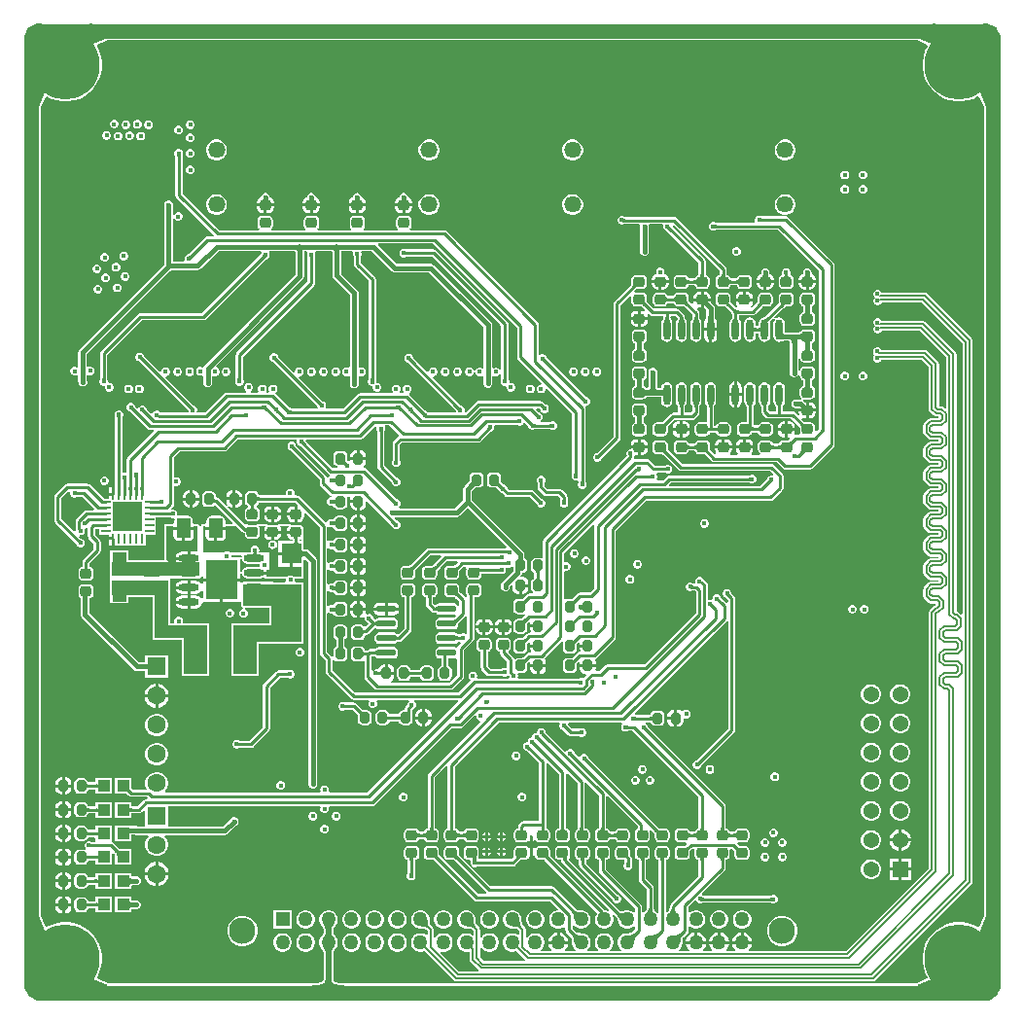
<source format=gbl>
G04*
G04 #@! TF.GenerationSoftware,Altium Limited,Altium Designer,24.1.2 (44)*
G04*
G04 Layer_Physical_Order=4*
G04 Layer_Color=16711680*
%FSLAX44Y44*%
%MOMM*%
G71*
G04*
G04 #@! TF.SameCoordinates,CA10E9FC-EB55-4E7A-9E12-DBC140C81C46*
G04*
G04*
G04 #@! TF.FilePolarity,Positive*
G04*
G01*
G75*
%ADD11C,0.2540*%
%ADD12C,0.3810*%
%ADD14C,0.5080*%
%ADD23C,1.2300*%
G04:AMPARAMS|DCode=33|XSize=0.95mm|YSize=0.85mm|CornerRadius=0.2125mm|HoleSize=0mm|Usage=FLASHONLY|Rotation=180.000|XOffset=0mm|YOffset=0mm|HoleType=Round|Shape=RoundedRectangle|*
%AMROUNDEDRECTD33*
21,1,0.9500,0.4250,0,0,180.0*
21,1,0.5250,0.8500,0,0,180.0*
1,1,0.4250,-0.2625,0.2125*
1,1,0.4250,0.2625,0.2125*
1,1,0.4250,0.2625,-0.2125*
1,1,0.4250,-0.2625,-0.2125*
%
%ADD33ROUNDEDRECTD33*%
G04:AMPARAMS|DCode=34|XSize=0.95mm|YSize=0.85mm|CornerRadius=0.2125mm|HoleSize=0mm|Usage=FLASHONLY|Rotation=90.000|XOffset=0mm|YOffset=0mm|HoleType=Round|Shape=RoundedRectangle|*
%AMROUNDEDRECTD34*
21,1,0.9500,0.4250,0,0,90.0*
21,1,0.5250,0.8500,0,0,90.0*
1,1,0.4250,0.2125,0.2625*
1,1,0.4250,0.2125,-0.2625*
1,1,0.4250,-0.2125,-0.2625*
1,1,0.4250,-0.2125,0.2625*
%
%ADD34ROUNDEDRECTD34*%
%ADD39R,1.8000X1.8000*%
%ADD65O,0.6000X1.8000*%
%ADD127C,0.1800*%
%ADD132C,0.3000*%
%ADD133R,1.3700X1.3700*%
%ADD134C,1.3700*%
%ADD135C,1.4580*%
%ADD136C,1.2580*%
%ADD137R,1.2580X1.2580*%
%ADD138C,2.3000*%
%ADD139C,1.0000*%
%ADD140C,6.0000*%
%ADD141C,1.6000*%
%ADD142R,1.6000X1.6000*%
%ADD143C,0.4000*%
%ADD147R,2.7178X3.4036*%
%ADD148O,1.8000X0.6000*%
%ADD149R,2.6500X2.6500*%
%ADD150R,0.8048X0.2746*%
%ADD151R,0.2746X0.8048*%
G04:AMPARAMS|DCode=152|XSize=1.64mm|YSize=0.59mm|CornerRadius=0.1475mm|HoleSize=0mm|Usage=FLASHONLY|Rotation=0.000|XOffset=0mm|YOffset=0mm|HoleType=Round|Shape=RoundedRectangle|*
%AMROUNDEDRECTD152*
21,1,1.6400,0.2950,0,0,0.0*
21,1,1.3450,0.5900,0,0,0.0*
1,1,0.2950,0.6725,-0.1475*
1,1,0.2950,-0.6725,-0.1475*
1,1,0.2950,-0.6725,0.1475*
1,1,0.2950,0.6725,0.1475*
%
%ADD152ROUNDEDRECTD152*%
%ADD153R,2.0000X4.2000*%
G04:AMPARAMS|DCode=154|XSize=1.75mm|YSize=1.25mm|CornerRadius=0.2438mm|HoleSize=0mm|Usage=FLASHONLY|Rotation=270.000|XOffset=0mm|YOffset=0mm|HoleType=Round|Shape=RoundedRectangle|*
%AMROUNDEDRECTD154*
21,1,1.7500,0.7625,0,0,270.0*
21,1,1.2625,1.2500,0,0,270.0*
1,1,0.4875,-0.3813,-0.6313*
1,1,0.4875,-0.3813,0.6313*
1,1,0.4875,0.3813,0.6313*
1,1,0.4875,0.3813,-0.6313*
%
%ADD154ROUNDEDRECTD154*%
%ADD155R,1.1000X1.0000*%
%ADD156R,1.3000X1.1500*%
%ADD157R,7.6301X1.1991*%
G36*
X72648Y837500D02*
X60019Y831975D01*
X36000Y840536D01*
X16458Y833570D01*
X9459Y814000D01*
X18057Y789957D01*
X12506Y777344D01*
X206Y791390D01*
X5266Y814000D01*
X206Y836610D01*
X11965Y837939D01*
Y837959D01*
X12003Y837997D01*
X12081Y837997D01*
X13429Y849800D01*
X36000Y844737D01*
X58571Y849800D01*
X72648Y837500D01*
D02*
G37*
G36*
X837944Y838035D02*
X837959D01*
X837997Y837997D01*
X837997Y837917D01*
X849806Y836531D01*
X849739Y835705D01*
X849538Y834400D01*
X847395Y824398D01*
X844871Y814000D01*
X847395Y803602D01*
X849538Y793599D01*
X849739Y792295D01*
X849806Y791469D01*
X837506Y777359D01*
X832007Y790005D01*
X840530Y814000D01*
X833584Y833555D01*
X814000Y840536D01*
X789981Y831974D01*
X777352Y837500D01*
X791429Y849800D01*
X814000Y844737D01*
X836571Y849800D01*
X837944Y838035D01*
D02*
G37*
G36*
X156323Y835651D02*
X416322D01*
X426322Y835651D01*
X696321D01*
X706321Y835651D01*
X777049D01*
X786182Y831655D01*
X786542Y830112D01*
X784548Y826199D01*
X783002Y821442D01*
X782220Y816501D01*
Y811499D01*
X783002Y806558D01*
X784548Y801801D01*
X786819Y797344D01*
X789760Y793297D01*
X793297Y789760D01*
X797344Y786819D01*
X801801Y784548D01*
X806558Y783002D01*
X811499Y782220D01*
X816501D01*
X821442Y783002D01*
X826199Y784548D01*
X830142Y786557D01*
X831678Y786209D01*
X835657Y777059D01*
Y706779D01*
X835657Y696779D01*
Y426780D01*
X835657Y416780D01*
Y156780D01*
X835657Y146780D01*
Y72941D01*
X831678Y63791D01*
X830142Y63443D01*
X826199Y65452D01*
X821442Y66997D01*
X816501Y67780D01*
X811499D01*
X806558Y66997D01*
X801801Y65452D01*
X797344Y63181D01*
X793297Y60240D01*
X789760Y56703D01*
X786819Y52656D01*
X784548Y48199D01*
X783002Y43442D01*
X782220Y38501D01*
Y33499D01*
X783002Y28558D01*
X784548Y23801D01*
X786542Y19888D01*
X786183Y18344D01*
X777049Y14349D01*
X700857D01*
X690857Y14349D01*
X430857D01*
X420857Y14349D01*
X278316D01*
X277616Y14364D01*
X273858Y14752D01*
X272457Y15064D01*
X271318Y15448D01*
X270478Y15873D01*
X269923Y16298D01*
X269714Y16557D01*
X269405Y21548D01*
Y41350D01*
X269416Y41470D01*
X269488Y41916D01*
X269587Y42327D01*
X269709Y42705D01*
X269855Y43053D01*
X270023Y43374D01*
X270215Y43672D01*
X270431Y43950D01*
X270730Y44269D01*
X270807Y44394D01*
X271458Y45045D01*
X272520Y46885D01*
X273070Y48938D01*
Y51062D01*
X272520Y53115D01*
X271458Y54955D01*
X270807Y55606D01*
X270730Y55731D01*
X270431Y56050D01*
X270214Y56328D01*
X270023Y56626D01*
X269855Y56947D01*
X269709Y57295D01*
X269587Y57673D01*
X269488Y58084D01*
X269416Y58530D01*
X269405Y58650D01*
Y61350D01*
X269416Y61470D01*
X269488Y61916D01*
X269587Y62327D01*
X269709Y62705D01*
X269855Y63053D01*
X270023Y63374D01*
X270215Y63672D01*
X270431Y63950D01*
X270730Y64269D01*
X270807Y64394D01*
X271458Y65045D01*
X272520Y66885D01*
X273070Y68938D01*
Y71062D01*
X272520Y73115D01*
X271458Y74955D01*
X269955Y76458D01*
X268115Y77520D01*
X266062Y78070D01*
X263937D01*
X261885Y77520D01*
X260045Y76458D01*
X258542Y74955D01*
X257480Y73115D01*
X256930Y71062D01*
Y68938D01*
X257480Y66885D01*
X258542Y65045D01*
X259193Y64394D01*
X259270Y64269D01*
X259569Y63950D01*
X259786Y63672D01*
X259977Y63374D01*
X260145Y63053D01*
X260291Y62705D01*
X260413Y62327D01*
X260512Y61916D01*
X260584Y61470D01*
X260595Y61350D01*
Y58650D01*
X260584Y58530D01*
X260512Y58084D01*
X260413Y57673D01*
X260291Y57295D01*
X260145Y56947D01*
X259977Y56626D01*
X259785Y56328D01*
X259569Y56050D01*
X259270Y55731D01*
X259193Y55606D01*
X258542Y54955D01*
X257480Y53115D01*
X256930Y51062D01*
Y48938D01*
X257480Y46885D01*
X258542Y45045D01*
X259193Y44394D01*
X259270Y44269D01*
X259569Y43950D01*
X259786Y43672D01*
X259977Y43374D01*
X260145Y43053D01*
X260291Y42705D01*
X260413Y42327D01*
X260512Y41916D01*
X260584Y41470D01*
X260595Y41350D01*
Y21184D01*
X260485Y18218D01*
X260336Y16619D01*
X260077Y16298D01*
X259522Y15873D01*
X258682Y15448D01*
X257543Y15064D01*
X256112Y14745D01*
X254398Y14509D01*
X252411Y14365D01*
X251684Y14349D01*
X150858D01*
X140858Y14349D01*
X72951D01*
X63818Y18345D01*
X63458Y19888D01*
X65452Y23801D01*
X66997Y28558D01*
X67780Y33499D01*
Y38501D01*
X66997Y43442D01*
X65452Y48199D01*
X63181Y52656D01*
X60240Y56703D01*
X56703Y60240D01*
X52656Y63181D01*
X48199Y65452D01*
X43442Y66997D01*
X38501Y67780D01*
X33499D01*
X28558Y66997D01*
X23801Y65452D01*
X19918Y63473D01*
X18367Y63844D01*
X14355Y72961D01*
Y145503D01*
X14355Y155503D01*
Y415503D01*
X14355Y425503D01*
Y695502D01*
X14355Y705502D01*
Y777038D01*
X18367Y786156D01*
X19918Y786527D01*
X23801Y784548D01*
X28558Y783002D01*
X33499Y782220D01*
X38501D01*
X43442Y783002D01*
X48199Y784548D01*
X52656Y786819D01*
X56703Y789760D01*
X60240Y793297D01*
X63181Y797344D01*
X65452Y801801D01*
X66997Y806558D01*
X67780Y811499D01*
Y816501D01*
X66997Y821442D01*
X65452Y826199D01*
X63458Y830112D01*
X63818Y831656D01*
X72951Y835651D01*
X146323D01*
X156323Y835651D01*
D02*
G37*
G36*
X269049Y65129D02*
X268732Y64722D01*
X268453Y64288D01*
X268211Y63826D01*
X268006Y63336D01*
X267838Y62818D01*
X267708Y62273D01*
X267614Y61700D01*
X267559Y61100D01*
X267540Y60472D01*
X262460D01*
X262441Y61100D01*
X262386Y61700D01*
X262292Y62273D01*
X262162Y62818D01*
X261994Y63336D01*
X261789Y63826D01*
X261547Y64288D01*
X261268Y64722D01*
X260951Y65129D01*
X260597Y65508D01*
X269403D01*
X269049Y65129D01*
D02*
G37*
G36*
X267559Y58900D02*
X267614Y58300D01*
X267708Y57727D01*
X267838Y57182D01*
X268006Y56664D01*
X268211Y56174D01*
X268453Y55712D01*
X268732Y55278D01*
X269049Y54871D01*
X269403Y54492D01*
X260597D01*
X260951Y54871D01*
X261268Y55278D01*
X261547Y55712D01*
X261789Y56174D01*
X261994Y56664D01*
X262162Y57182D01*
X262292Y57727D01*
X262386Y58300D01*
X262441Y58900D01*
X262460Y59528D01*
X267540D01*
X267559Y58900D01*
D02*
G37*
G36*
X269049Y45129D02*
X268732Y44722D01*
X268453Y44288D01*
X268211Y43826D01*
X268006Y43336D01*
X267838Y42818D01*
X267708Y42273D01*
X267614Y41700D01*
X267559Y41100D01*
X267540Y40472D01*
X262460D01*
X262441Y41100D01*
X262386Y41700D01*
X262292Y42273D01*
X262162Y42818D01*
X261994Y43336D01*
X261789Y43826D01*
X261547Y44288D01*
X261268Y44722D01*
X260951Y45129D01*
X260597Y45508D01*
X269403D01*
X269049Y45129D01*
D02*
G37*
G36*
X849806Y58532D02*
X849739Y57706D01*
X849538Y56401D01*
X847395Y46399D01*
X844871Y36000D01*
X847395Y25601D01*
X849538Y15599D01*
X849739Y14294D01*
X849806Y13468D01*
X838035Y12063D01*
Y12041D01*
X837997Y12003D01*
X837924Y12003D01*
X836571Y200D01*
X835750Y267D01*
X834449Y468D01*
X824447Y2607D01*
X814000Y5135D01*
X803553Y2607D01*
X793551Y468D01*
X792250Y267D01*
X791430Y200D01*
X777352Y12500D01*
X789981Y18025D01*
X806876Y12003D01*
X814000Y9464D01*
X833583Y16444D01*
X840530Y36000D01*
X832006Y59995D01*
X837506Y72641D01*
X849806Y58532D01*
D02*
G37*
G36*
X18057Y60043D02*
X9459Y36000D01*
X16457Y16430D01*
X36000Y9464D01*
X60019Y18026D01*
X72648Y12500D01*
X58571Y200D01*
X57750Y267D01*
X56450Y468D01*
X46447Y2607D01*
X36000Y5135D01*
X25553Y2607D01*
X15550Y468D01*
X14250Y267D01*
X13429Y200D01*
X12068Y11965D01*
X12041D01*
X12003Y12003D01*
X12003Y12081D01*
X206Y13390D01*
X5266Y36000D01*
X206Y58610D01*
X12506Y72656D01*
X18057Y60043D01*
D02*
G37*
G36*
X267558Y22002D02*
X267931Y15988D01*
X268032Y15752D01*
X268647Y14990D01*
X269508Y14329D01*
X270615Y13770D01*
X271968Y13313D01*
X273567Y12958D01*
X277503Y12551D01*
X279840Y12500D01*
X265000Y200D01*
X250160Y12500D01*
X252497Y12551D01*
X254588Y12703D01*
X256433Y12958D01*
X258032Y13313D01*
X259385Y13770D01*
X260492Y14329D01*
X261353Y14990D01*
X261968Y15752D01*
X262109Y16081D01*
X262297Y18100D01*
X262442Y22002D01*
X262460Y24251D01*
X267540D01*
X267558Y22002D01*
D02*
G37*
%LPC*%
G36*
X79192Y766288D02*
X77688D01*
X76299Y765713D01*
X75236Y764649D01*
X74660Y763260D01*
Y761756D01*
X75236Y760367D01*
X76299Y759304D01*
X77688Y758728D01*
X79192D01*
X80581Y759304D01*
X81644Y760367D01*
X82220Y761756D01*
Y763260D01*
X81644Y764649D01*
X80581Y765713D01*
X79192Y766288D01*
D02*
G37*
G36*
X99158Y766041D02*
X97654D01*
X96265Y765466D01*
X95201Y764403D01*
X94626Y763013D01*
Y761510D01*
X95201Y760120D01*
X96265Y759057D01*
X97654Y758482D01*
X99158D01*
X100547Y759057D01*
X101610Y760120D01*
X102186Y761510D01*
Y763013D01*
X101610Y764403D01*
X100547Y765466D01*
X99158Y766041D01*
D02*
G37*
G36*
X145399Y765780D02*
X143895D01*
X142506Y765204D01*
X141443Y764141D01*
X140867Y762752D01*
Y761248D01*
X141443Y759859D01*
X142506Y758795D01*
X143895Y758220D01*
X145399D01*
X146788Y758795D01*
X147852Y759859D01*
X148427Y761248D01*
Y762752D01*
X147852Y764141D01*
X146788Y765204D01*
X145399Y765780D01*
D02*
G37*
G36*
X109141Y765660D02*
X107637D01*
X106248Y765085D01*
X105184Y764022D01*
X104609Y762632D01*
Y761129D01*
X105184Y759739D01*
X106248Y758676D01*
X107637Y758101D01*
X109141D01*
X110530Y758676D01*
X111594Y759739D01*
X112169Y761129D01*
Y762632D01*
X111594Y764022D01*
X110530Y765085D01*
X109141Y765660D01*
D02*
G37*
G36*
X89175D02*
X87671D01*
X86282Y765085D01*
X85218Y764022D01*
X84643Y762632D01*
Y761129D01*
X85218Y759739D01*
X86282Y758676D01*
X87671Y758101D01*
X89175D01*
X90564Y758676D01*
X91628Y759739D01*
X92203Y761129D01*
Y762632D01*
X91628Y764022D01*
X90564Y765085D01*
X89175Y765660D01*
D02*
G37*
G36*
X135195Y761081D02*
X133691D01*
X132302Y760506D01*
X131239Y759442D01*
X130663Y758053D01*
Y756549D01*
X131239Y755160D01*
X132302Y754097D01*
X133691Y753521D01*
X135195D01*
X136585Y754097D01*
X137648Y755160D01*
X138223Y756549D01*
Y758053D01*
X137648Y759442D01*
X136585Y760506D01*
X135195Y761081D01*
D02*
G37*
G36*
X72472Y756382D02*
X70968D01*
X69579Y755807D01*
X68516Y754743D01*
X67940Y753354D01*
Y751850D01*
X68516Y750461D01*
X69579Y749398D01*
X70968Y748822D01*
X72472D01*
X73861Y749398D01*
X74925Y750461D01*
X75500Y751850D01*
Y753354D01*
X74925Y754743D01*
X73861Y755807D01*
X72472Y756382D01*
D02*
G37*
G36*
X92438Y756135D02*
X90934D01*
X89545Y755560D01*
X88481Y754497D01*
X87906Y753107D01*
Y751604D01*
X88481Y750214D01*
X89545Y749151D01*
X90934Y748576D01*
X92438D01*
X93827Y749151D01*
X94890Y750214D01*
X95466Y751604D01*
Y753107D01*
X94890Y754497D01*
X93827Y755560D01*
X92438Y756135D01*
D02*
G37*
G36*
X102421Y755754D02*
X100917D01*
X99528Y755179D01*
X98464Y754116D01*
X97889Y752726D01*
Y751223D01*
X98464Y749833D01*
X99528Y748770D01*
X100917Y748195D01*
X102421D01*
X103810Y748770D01*
X104874Y749833D01*
X105449Y751223D01*
Y752726D01*
X104874Y754116D01*
X103810Y755179D01*
X102421Y755754D01*
D02*
G37*
G36*
X82455D02*
X80951D01*
X79562Y755179D01*
X78498Y754116D01*
X77923Y752726D01*
Y751223D01*
X78498Y749833D01*
X79562Y748770D01*
X80951Y748195D01*
X82455D01*
X83844Y748770D01*
X84908Y749833D01*
X85483Y751223D01*
Y752726D01*
X84908Y754116D01*
X83844Y755179D01*
X82455Y755754D01*
D02*
G37*
G36*
X145399Y754350D02*
X143895D01*
X142506Y753774D01*
X141443Y752711D01*
X140867Y751322D01*
Y749818D01*
X141443Y748429D01*
X142506Y747365D01*
X143895Y746790D01*
X145399D01*
X146788Y747365D01*
X147852Y748429D01*
X148427Y749818D01*
Y751322D01*
X147852Y752711D01*
X146788Y753774D01*
X145399Y754350D01*
D02*
G37*
G36*
Y740733D02*
X143895D01*
X142506Y740157D01*
X141443Y739094D01*
X140867Y737704D01*
Y736201D01*
X141443Y734811D01*
X142506Y733748D01*
X143895Y733173D01*
X145399D01*
X146788Y733748D01*
X147852Y734811D01*
X148427Y736201D01*
Y737704D01*
X147852Y739094D01*
X146788Y740157D01*
X145399Y740733D01*
D02*
G37*
G36*
X663694Y749070D02*
X661306D01*
X658999Y748452D01*
X656931Y747258D01*
X655242Y745569D01*
X654048Y743501D01*
X653430Y741194D01*
Y738806D01*
X654048Y736499D01*
X655242Y734431D01*
X656931Y732742D01*
X658999Y731548D01*
X661306Y730930D01*
X663694D01*
X666001Y731548D01*
X668069Y732742D01*
X669758Y734431D01*
X670952Y736499D01*
X671570Y738806D01*
Y741194D01*
X670952Y743501D01*
X669758Y745569D01*
X668069Y747258D01*
X666001Y748452D01*
X663694Y749070D01*
D02*
G37*
G36*
X478694D02*
X476306D01*
X473999Y748452D01*
X471931Y747258D01*
X470242Y745569D01*
X469048Y743501D01*
X468430Y741194D01*
Y738806D01*
X469048Y736499D01*
X470242Y734431D01*
X471931Y732742D01*
X473999Y731548D01*
X476306Y730930D01*
X478694D01*
X481001Y731548D01*
X483069Y732742D01*
X484758Y734431D01*
X485952Y736499D01*
X486570Y738806D01*
Y741194D01*
X485952Y743501D01*
X484758Y745569D01*
X483069Y747258D01*
X481001Y748452D01*
X478694Y749070D01*
D02*
G37*
G36*
X353694D02*
X351306D01*
X348999Y748452D01*
X346931Y747258D01*
X345242Y745569D01*
X344048Y743501D01*
X343430Y741194D01*
Y738806D01*
X344048Y736499D01*
X345242Y734431D01*
X346931Y732742D01*
X348999Y731548D01*
X351306Y730930D01*
X353694D01*
X356001Y731548D01*
X358069Y732742D01*
X359758Y734431D01*
X360952Y736499D01*
X361570Y738806D01*
Y741194D01*
X360952Y743501D01*
X359758Y745569D01*
X358069Y747258D01*
X356001Y748452D01*
X353694Y749070D01*
D02*
G37*
G36*
X168694D02*
X166306D01*
X163999Y748452D01*
X161931Y747258D01*
X160242Y745569D01*
X159048Y743501D01*
X158430Y741194D01*
Y738806D01*
X159048Y736499D01*
X160242Y734431D01*
X161931Y732742D01*
X163999Y731548D01*
X166306Y730930D01*
X168694D01*
X171001Y731548D01*
X173069Y732742D01*
X174758Y734431D01*
X175952Y736499D01*
X176570Y738806D01*
Y741194D01*
X175952Y743501D01*
X174758Y745569D01*
X173069Y747258D01*
X171001Y748452D01*
X168694Y749070D01*
D02*
G37*
G36*
X145399Y726410D02*
X143895D01*
X142506Y725835D01*
X141443Y724771D01*
X140867Y723382D01*
Y721878D01*
X141443Y720489D01*
X142506Y719426D01*
X143895Y718850D01*
X145399D01*
X146788Y719426D01*
X147852Y720489D01*
X148427Y721878D01*
Y723382D01*
X147852Y724771D01*
X146788Y725835D01*
X145399Y726410D01*
D02*
G37*
G36*
X730984Y721898D02*
X729480D01*
X728091Y721323D01*
X727027Y720259D01*
X726452Y718870D01*
Y717366D01*
X727027Y715977D01*
X728091Y714914D01*
X729480Y714338D01*
X730984D01*
X732373Y714914D01*
X733436Y715977D01*
X734012Y717366D01*
Y718870D01*
X733436Y720259D01*
X732373Y721323D01*
X730984Y721898D01*
D02*
G37*
G36*
X715306Y721873D02*
X713803D01*
X712413Y721297D01*
X711350Y720234D01*
X710775Y718845D01*
Y717341D01*
X711350Y715952D01*
X712413Y714888D01*
X713803Y714313D01*
X715306D01*
X716696Y714888D01*
X717759Y715952D01*
X718335Y717341D01*
Y718845D01*
X717759Y720234D01*
X716696Y721297D01*
X715306Y721873D01*
D02*
G37*
G36*
X731002Y709394D02*
X729498D01*
X728109Y708819D01*
X727046Y707755D01*
X726470Y706366D01*
Y704862D01*
X727046Y703473D01*
X728109Y702410D01*
X729498Y701834D01*
X731002D01*
X732391Y702410D01*
X733455Y703473D01*
X734030Y704862D01*
Y706366D01*
X733455Y707755D01*
X732391Y708819D01*
X731002Y709394D01*
D02*
G37*
G36*
X715325Y709369D02*
X713821D01*
X712432Y708793D01*
X711368Y707730D01*
X710793Y706340D01*
Y704837D01*
X711368Y703447D01*
X712432Y702384D01*
X713821Y701809D01*
X715325D01*
X716714Y702384D01*
X717777Y703447D01*
X718353Y704837D01*
Y706340D01*
X717777Y707730D01*
X716714Y708793D01*
X715325Y709369D01*
D02*
G37*
G36*
X289972Y702511D02*
X288535Y702225D01*
X287316Y701411D01*
X286501Y700192D01*
X286215Y698754D01*
X285555Y698429D01*
X284012Y697398D01*
X282981Y695855D01*
X282619Y694035D01*
Y693180D01*
X290000D01*
X297381D01*
Y694035D01*
X297019Y695855D01*
X295988Y697398D01*
X294445Y698429D01*
X293743Y698569D01*
Y698740D01*
X293457Y700178D01*
X292643Y701397D01*
X292629Y701411D01*
X291410Y702225D01*
X289972Y702511D01*
D02*
G37*
G36*
X330426D02*
X328988Y702225D01*
X327770Y701411D01*
X326955Y700192D01*
X326669Y698754D01*
X326009Y698429D01*
X324466Y697398D01*
X323435Y695855D01*
X323073Y694035D01*
Y693180D01*
X330454D01*
X337835D01*
Y694035D01*
X337473Y695855D01*
X336442Y697398D01*
X334899Y698429D01*
X334197Y698569D01*
Y698740D01*
X333911Y700178D01*
X333097Y701397D01*
X333083Y701411D01*
X331864Y702225D01*
X330426Y702511D01*
D02*
G37*
G36*
X209972D02*
X208535Y702225D01*
X207316Y701411D01*
X206501Y700192D01*
X206215Y698754D01*
X205555Y698429D01*
X204012Y697398D01*
X202981Y695855D01*
X202619Y694035D01*
Y693180D01*
X210000D01*
X217381D01*
Y694035D01*
X217019Y695855D01*
X215988Y697398D01*
X214445Y698429D01*
X213743Y698569D01*
Y698740D01*
X213457Y700178D01*
X212643Y701397D01*
X212629Y701411D01*
X211410Y702225D01*
X209972Y702511D01*
D02*
G37*
G36*
X249972D02*
X248535Y702225D01*
X247316Y701411D01*
X246501Y700192D01*
X246215Y698754D01*
X245555Y698429D01*
X244012Y697398D01*
X242981Y695855D01*
X242619Y694035D01*
Y693180D01*
X250000D01*
X257381D01*
Y694035D01*
X257019Y695855D01*
X255988Y697398D01*
X254445Y698429D01*
X253743Y698569D01*
Y698740D01*
X253457Y700178D01*
X252643Y701397D01*
X252629Y701411D01*
X251410Y702225D01*
X249972Y702511D01*
D02*
G37*
G36*
X337835Y690640D02*
X331724D01*
Y685028D01*
X333079D01*
X334899Y685390D01*
X336442Y686422D01*
X337473Y687965D01*
X337835Y689785D01*
Y690640D01*
D02*
G37*
G36*
X329184D02*
X323073D01*
Y689785D01*
X323435Y687965D01*
X324466Y686422D01*
X326009Y685390D01*
X327829Y685028D01*
X329184D01*
Y690640D01*
D02*
G37*
G36*
X297381D02*
X291270D01*
Y685028D01*
X292625D01*
X294445Y685390D01*
X295988Y686422D01*
X297019Y687965D01*
X297381Y689785D01*
Y690640D01*
D02*
G37*
G36*
X288730D02*
X282619D01*
Y689785D01*
X282981Y687965D01*
X284012Y686422D01*
X285555Y685390D01*
X287375Y685028D01*
X288730D01*
Y690640D01*
D02*
G37*
G36*
X257381D02*
X251270D01*
Y685028D01*
X252625D01*
X254445Y685390D01*
X255988Y686422D01*
X257019Y687965D01*
X257381Y689785D01*
Y690640D01*
D02*
G37*
G36*
X248730D02*
X242619D01*
Y689785D01*
X242981Y687965D01*
X244012Y686422D01*
X245555Y685390D01*
X247375Y685028D01*
X248730D01*
Y690640D01*
D02*
G37*
G36*
X217381D02*
X211270D01*
Y685028D01*
X212625D01*
X214445Y685390D01*
X215988Y686422D01*
X217019Y687965D01*
X217381Y689785D01*
Y690640D01*
D02*
G37*
G36*
X208730D02*
X202619D01*
Y689785D01*
X202981Y687965D01*
X204012Y686422D01*
X205555Y685390D01*
X207375Y685028D01*
X208730D01*
Y690640D01*
D02*
G37*
G36*
X663694Y701570D02*
X661306D01*
X658999Y700952D01*
X656931Y699758D01*
X655242Y698069D01*
X654048Y696001D01*
X653430Y693694D01*
Y691306D01*
X654048Y688999D01*
X655242Y686931D01*
X656931Y685242D01*
X658999Y684048D01*
X661306Y683430D01*
X663694D01*
X666001Y684048D01*
X668069Y685242D01*
X669758Y686931D01*
X670952Y688999D01*
X671570Y691306D01*
Y693694D01*
X670952Y696001D01*
X669758Y698069D01*
X668069Y699758D01*
X666001Y700952D01*
X663694Y701570D01*
D02*
G37*
G36*
X478694D02*
X476306D01*
X473999Y700952D01*
X471931Y699758D01*
X470242Y698069D01*
X469048Y696001D01*
X468430Y693694D01*
Y691306D01*
X469048Y688999D01*
X470242Y686931D01*
X471931Y685242D01*
X473999Y684048D01*
X476306Y683430D01*
X478694D01*
X481001Y684048D01*
X483069Y685242D01*
X484758Y686931D01*
X485952Y688999D01*
X486570Y691306D01*
Y693694D01*
X485952Y696001D01*
X484758Y698069D01*
X483069Y699758D01*
X481001Y700952D01*
X478694Y701570D01*
D02*
G37*
G36*
X353694D02*
X351306D01*
X348999Y700952D01*
X346931Y699758D01*
X345242Y698069D01*
X344048Y696001D01*
X343430Y693694D01*
Y691306D01*
X344048Y688999D01*
X345242Y686931D01*
X346931Y685242D01*
X348999Y684048D01*
X351306Y683430D01*
X353694D01*
X356001Y684048D01*
X358069Y685242D01*
X359758Y686931D01*
X360952Y688999D01*
X361570Y691306D01*
Y693694D01*
X360952Y696001D01*
X359758Y698069D01*
X358069Y699758D01*
X356001Y700952D01*
X353694Y701570D01*
D02*
G37*
G36*
X168694D02*
X166306D01*
X163999Y700952D01*
X161931Y699758D01*
X160242Y698069D01*
X159048Y696001D01*
X158430Y693694D01*
Y691306D01*
X159048Y688999D01*
X160242Y686931D01*
X161931Y685242D01*
X163999Y684048D01*
X166306Y683430D01*
X168694D01*
X171001Y684048D01*
X173069Y685242D01*
X174758Y686931D01*
X175952Y688999D01*
X176570Y691306D01*
Y693694D01*
X175952Y696001D01*
X174758Y698069D01*
X173069Y699758D01*
X171001Y700952D01*
X168694Y701570D01*
D02*
G37*
G36*
X135427Y740733D02*
X133923D01*
X132534Y740157D01*
X131470Y739094D01*
X130895Y737704D01*
Y736201D01*
X131470Y734811D01*
X131565Y734717D01*
Y700466D01*
X131802Y699276D01*
X132476Y698267D01*
X164848Y665895D01*
X164322Y664625D01*
X159555D01*
X158365Y664389D01*
X157356Y663715D01*
X142892Y649251D01*
X142758D01*
X141369Y648675D01*
X140306Y647612D01*
X139730Y646223D01*
Y644719D01*
X139993Y644085D01*
X139161Y642815D01*
X129423D01*
Y680441D01*
X130693Y680694D01*
X131021Y679900D01*
X132085Y678837D01*
X133474Y678261D01*
X134978D01*
X136367Y678837D01*
X137431Y679900D01*
X138006Y681289D01*
Y682793D01*
X137431Y684182D01*
X136367Y685246D01*
X134978Y685821D01*
X133474D01*
X132085Y685246D01*
X131021Y684182D01*
X130693Y683388D01*
X129423Y683641D01*
Y691446D01*
X129445Y691501D01*
Y693004D01*
X128870Y694394D01*
X127807Y695457D01*
X126417Y696032D01*
X124914D01*
X123524Y695457D01*
X122461Y694394D01*
X121885Y693004D01*
Y691501D01*
X121908Y691446D01*
Y640186D01*
X48137Y566415D01*
X47323Y565196D01*
X47037Y563758D01*
Y551371D01*
X45767Y550789D01*
X44705Y551229D01*
X43201D01*
X41812Y550654D01*
X40749Y549590D01*
X40173Y548201D01*
Y546697D01*
X40749Y545308D01*
X41812Y544245D01*
X43201Y543669D01*
X44705D01*
X45767Y544109D01*
X47037Y543528D01*
Y539260D01*
X47050Y539193D01*
Y538214D01*
X47336Y536776D01*
X47702Y536229D01*
X47882Y535793D01*
X48945Y534730D01*
X50335Y534155D01*
X51839D01*
X53228Y534730D01*
X54291Y535793D01*
X54867Y537183D01*
Y538687D01*
X54551Y539448D01*
Y543657D01*
X55821Y544229D01*
X56900Y543782D01*
X58404D01*
X59793Y544357D01*
X60856Y545421D01*
X61432Y546810D01*
Y548314D01*
X60856Y549703D01*
X59793Y550766D01*
X58404Y551342D01*
X56900D01*
X55821Y550895D01*
X54551Y551467D01*
Y562202D01*
X126024Y633675D01*
X126389Y633967D01*
X126865Y634290D01*
X127353Y634568D01*
X127857Y634801D01*
X128378Y634992D01*
X128919Y635141D01*
X129484Y635249D01*
X129949Y635301D01*
X151204D01*
X152642Y635587D01*
X153861Y636401D01*
X169531Y652071D01*
X206277D01*
X206803Y650801D01*
X206768Y650766D01*
X206192Y649376D01*
Y649242D01*
X154928Y597978D01*
X101091D01*
X99901Y597741D01*
X98892Y597067D01*
X67068Y565243D01*
X66394Y564234D01*
X66157Y563044D01*
Y540496D01*
X66062Y540401D01*
X65487Y539012D01*
Y537508D01*
X66062Y536119D01*
X67126Y535056D01*
X68515Y534480D01*
X69109D01*
X70093Y534152D01*
X70283Y533307D01*
Y532585D01*
X70858Y531196D01*
X71921Y530132D01*
X73311Y529557D01*
X74814D01*
X76204Y530132D01*
X77267Y531196D01*
X77842Y532585D01*
Y534089D01*
X77267Y535478D01*
X76204Y536541D01*
X74814Y537117D01*
X74220D01*
X73237Y537445D01*
X73047Y538290D01*
Y539012D01*
X72471Y540401D01*
X72377Y540496D01*
Y561756D01*
X102379Y591758D01*
X156216D01*
X157406Y591995D01*
X158415Y592669D01*
X210590Y644845D01*
X210724D01*
X212113Y645420D01*
X213177Y646483D01*
X213752Y647873D01*
Y649376D01*
X213177Y650766D01*
X213142Y650801D01*
X213668Y652071D01*
X234876D01*
X235240Y652007D01*
X235536Y651908D01*
X235739Y651798D01*
X235883Y651681D01*
X236000Y651537D01*
X236110Y651334D01*
X236208Y651038D01*
X236273Y650674D01*
Y631502D01*
X157141Y552369D01*
X156394Y551252D01*
X156268Y551127D01*
X154921Y550596D01*
X154099Y550936D01*
X152596D01*
X151206Y550361D01*
X150143Y549297D01*
X149567Y547908D01*
Y546404D01*
X150143Y545015D01*
X151206Y543952D01*
X152596Y543376D01*
X154099D01*
X154770Y543654D01*
X156040Y542844D01*
Y537165D01*
X156112Y536807D01*
Y536319D01*
X156298Y535868D01*
X156326Y535727D01*
X156406Y535607D01*
X156687Y534930D01*
X157750Y533866D01*
X159140Y533291D01*
X160644D01*
X162033Y533866D01*
X163096Y534930D01*
X163672Y536319D01*
Y537823D01*
X163555Y538105D01*
Y542699D01*
X164825Y543410D01*
X165665Y543062D01*
X167169D01*
X168559Y543637D01*
X169622Y544701D01*
X170197Y546090D01*
Y547594D01*
X169622Y548983D01*
X168559Y550046D01*
X167627Y550432D01*
X167193Y551795D01*
X242687Y627289D01*
X243501Y628507D01*
X243787Y629945D01*
Y650674D01*
X243852Y651038D01*
X243950Y651333D01*
X244060Y651537D01*
X244177Y651681D01*
X244321Y651798D01*
X244524Y651908D01*
X244820Y652007D01*
X245184Y652071D01*
X245982D01*
X246572Y650801D01*
X246138Y649753D01*
Y648249D01*
X246713Y646860D01*
X246890Y646682D01*
Y625430D01*
X184982Y563521D01*
X184307Y562513D01*
X184071Y561323D01*
Y540303D01*
X183550Y539047D01*
Y537543D01*
X184126Y536153D01*
X185189Y535090D01*
X186579Y534515D01*
X188082D01*
X189472Y535090D01*
X190535Y536153D01*
X191110Y537543D01*
Y539047D01*
X190535Y540436D01*
X190290Y540681D01*
Y560034D01*
X252199Y621943D01*
X252873Y622952D01*
X253110Y624142D01*
Y646847D01*
X253122Y646860D01*
X253697Y648249D01*
Y649753D01*
X253263Y650801D01*
X253853Y652071D01*
X267027D01*
X267391Y652007D01*
X267687Y651908D01*
X267891Y651798D01*
X268034Y651681D01*
X268152Y651537D01*
X268261Y651334D01*
X268360Y651038D01*
X268424Y650674D01*
Y630594D01*
X268710Y629157D01*
X269525Y627938D01*
X283449Y614013D01*
Y550961D01*
X282179Y550291D01*
X281269Y550668D01*
X279765D01*
X278376Y550092D01*
X277313Y549029D01*
X276737Y547640D01*
Y546136D01*
X277313Y544747D01*
X278376Y543683D01*
X279765Y543108D01*
X281269D01*
X282179Y543485D01*
X283449Y542815D01*
Y536421D01*
X283584Y535745D01*
Y535512D01*
X283673Y535297D01*
X283735Y534983D01*
X283913Y534718D01*
X284159Y534123D01*
X285223Y533060D01*
X286612Y532484D01*
X288116D01*
X289505Y533060D01*
X290568Y534123D01*
X291144Y535512D01*
Y537016D01*
X290964Y537451D01*
Y542876D01*
X292234Y543596D01*
X293059Y543254D01*
X294563D01*
X295952Y543829D01*
X297015Y544893D01*
X297591Y546282D01*
Y547786D01*
X297015Y549175D01*
X295952Y550238D01*
X294563Y550814D01*
X293059D01*
X292234Y550472D01*
X290964Y551192D01*
Y615569D01*
X290678Y617007D01*
X289863Y618226D01*
X275939Y632151D01*
Y650674D01*
X276003Y651038D01*
X276102Y651333D01*
X276211Y651537D01*
X276329Y651681D01*
X276472Y651798D01*
X276676Y651908D01*
X276972Y652007D01*
X277336Y652071D01*
X285738D01*
X286511Y650801D01*
X286207Y650067D01*
Y648563D01*
X286782Y647173D01*
X286877Y647079D01*
Y640582D01*
X287114Y639392D01*
X287788Y638383D01*
X300037Y626134D01*
Y540399D01*
X299942Y540304D01*
X299366Y538915D01*
Y537411D01*
X299942Y536022D01*
X301005Y534958D01*
X302395Y534383D01*
X303223D01*
X303419Y534089D01*
Y532585D01*
X303995Y531196D01*
X305058Y530132D01*
X306448Y529557D01*
X307951D01*
X309341Y530132D01*
X310404Y531196D01*
X310979Y532585D01*
Y534089D01*
X310404Y535478D01*
X309341Y536541D01*
X307951Y537117D01*
X307123D01*
X306926Y537411D01*
Y538915D01*
X306351Y540304D01*
X306256Y540399D01*
Y627422D01*
X306256Y627422D01*
X306019Y628612D01*
X305345Y629621D01*
X305345Y629621D01*
X293097Y641870D01*
Y647079D01*
X293191Y647173D01*
X293767Y648563D01*
Y650067D01*
X293463Y650801D01*
X294236Y652071D01*
X302777D01*
X320401Y634447D01*
X321619Y633632D01*
X323057Y633346D01*
X352325D01*
X399903Y585769D01*
Y550456D01*
X398655Y549907D01*
X397266Y550483D01*
X395762D01*
X394373Y549907D01*
X393310Y548844D01*
X392734Y547454D01*
X391506Y547557D01*
Y547614D01*
X390931Y549003D01*
X389868Y550067D01*
X388478Y550642D01*
X386974D01*
X385585Y550067D01*
X384522Y549003D01*
X383946Y547614D01*
Y546110D01*
X384522Y544721D01*
X385585Y543658D01*
X386974Y543082D01*
X388478D01*
X389868Y543658D01*
X390931Y544721D01*
X391506Y546110D01*
X392734Y546008D01*
Y545951D01*
X393310Y544561D01*
X394373Y543498D01*
X395762Y542923D01*
X397266D01*
X398655Y543498D01*
X399903Y542949D01*
Y537399D01*
X399880Y537344D01*
Y535840D01*
X400455Y534451D01*
X401519Y533388D01*
X402908Y532812D01*
X404412D01*
X405801Y533388D01*
X406864Y534451D01*
X407440Y535840D01*
Y537344D01*
X407417Y537399D01*
Y542797D01*
X407958Y543143D01*
X408687Y543426D01*
X409902Y542923D01*
X411405D01*
X412795Y543498D01*
X413858Y544561D01*
X414096Y545135D01*
X415366Y544882D01*
Y540485D01*
X415271Y540390D01*
X414695Y539001D01*
Y537497D01*
X415271Y536107D01*
X416334Y535044D01*
X417723Y534469D01*
X418815D01*
X419352Y534295D01*
X419988Y533409D01*
Y532585D01*
X420563Y531196D01*
X421627Y530132D01*
X423016Y529557D01*
X424520D01*
X425909Y530132D01*
X426973Y531196D01*
X427548Y532585D01*
Y534089D01*
X426973Y535478D01*
X425909Y536541D01*
X424520Y537117D01*
X423429D01*
X422891Y537291D01*
X422255Y538176D01*
Y539001D01*
X421680Y540390D01*
X421585Y540485D01*
Y588381D01*
X421348Y589571D01*
X420674Y590580D01*
X358805Y652449D01*
X357796Y653123D01*
X356606Y653360D01*
X332690D01*
X332595Y653455D01*
X331206Y654030D01*
X329702D01*
X328313Y653455D01*
X327249Y652391D01*
X326674Y651002D01*
Y649498D01*
X327249Y648109D01*
X328313Y647046D01*
X329702Y646470D01*
X331206D01*
X332595Y647046D01*
X332690Y647140D01*
X355318D01*
X415366Y587093D01*
Y548523D01*
X414096Y548270D01*
X413858Y548844D01*
X412795Y549907D01*
X411405Y550483D01*
X409902D01*
X408687Y549980D01*
X407958Y550262D01*
X407417Y550608D01*
Y587325D01*
X407131Y588763D01*
X406317Y589982D01*
X356538Y639760D01*
X355319Y640575D01*
X353881Y640861D01*
X324614D01*
X308242Y657233D01*
X308728Y658406D01*
X356081D01*
X429123Y585364D01*
Y559631D01*
X429360Y558441D01*
X430034Y557432D01*
X450582Y536884D01*
X450056Y535614D01*
X449205D01*
X447816Y535039D01*
X446752Y533976D01*
X446177Y532586D01*
Y531082D01*
X446752Y529693D01*
X447816Y528630D01*
X449205Y528054D01*
X450709D01*
X452098Y528630D01*
X453162Y529693D01*
X453737Y531082D01*
Y531933D01*
X455007Y532459D01*
X477058Y510408D01*
Y457702D01*
X476622Y456648D01*
Y455145D01*
X477197Y453755D01*
X478260Y452692D01*
X479650Y452117D01*
X481153D01*
X481505Y452262D01*
X482036Y451907D01*
X482680Y450848D01*
X482105Y449459D01*
Y447955D01*
X482680Y446566D01*
X483744Y445503D01*
X485133Y444927D01*
X486637D01*
X488026Y445503D01*
X489089Y446566D01*
X489665Y447955D01*
Y449459D01*
X489089Y450848D01*
X488995Y450943D01*
Y514799D01*
X488782Y515867D01*
X488820Y516084D01*
X489519Y517137D01*
X489543D01*
X490932Y517712D01*
X491996Y518775D01*
X492571Y520165D01*
Y521669D01*
X491996Y523058D01*
X490932Y524121D01*
X489543Y524697D01*
X489381D01*
X489372Y524704D01*
X455138Y558939D01*
Y559044D01*
X454562Y560433D01*
X453499Y561497D01*
X452110Y562072D01*
X450606D01*
X449217Y561497D01*
X449148Y561427D01*
X447878Y561954D01*
Y587969D01*
X447641Y589160D01*
X446967Y590168D01*
X368004Y669132D01*
X366995Y669806D01*
X365805Y670042D01*
X336045D01*
X335660Y671312D01*
X335894Y671469D01*
X336757Y672761D01*
X337061Y674285D01*
Y678535D01*
X336757Y680058D01*
X335894Y681350D01*
X334603Y682213D01*
X333079Y682516D01*
X327829D01*
X326305Y682213D01*
X325014Y681350D01*
X324151Y680058D01*
X323848Y678535D01*
Y674285D01*
X324151Y672761D01*
X325014Y671469D01*
X325248Y671312D01*
X324863Y670042D01*
X295591D01*
X295205Y671312D01*
X295440Y671469D01*
X296303Y672761D01*
X296607Y674285D01*
Y678535D01*
X296303Y680058D01*
X295440Y681350D01*
X294149Y682213D01*
X292625Y682516D01*
X287375D01*
X285851Y682213D01*
X284560Y681350D01*
X283696Y680058D01*
X283393Y678535D01*
Y674285D01*
X283696Y672761D01*
X284560Y671469D01*
X284794Y671312D01*
X284409Y670042D01*
X255591D01*
X255205Y671312D01*
X255440Y671469D01*
X256303Y672761D01*
X256607Y674285D01*
Y678535D01*
X256303Y680058D01*
X255440Y681350D01*
X254149Y682213D01*
X252625Y682516D01*
X247375D01*
X245851Y682213D01*
X244560Y681350D01*
X243696Y680058D01*
X243393Y678535D01*
Y674285D01*
X243696Y672761D01*
X244560Y671469D01*
X244794Y671312D01*
X244409Y670042D01*
X215591D01*
X215205Y671312D01*
X215440Y671469D01*
X216303Y672761D01*
X216607Y674285D01*
Y678535D01*
X216303Y680058D01*
X215440Y681350D01*
X214149Y682213D01*
X212625Y682516D01*
X207375D01*
X205851Y682213D01*
X204560Y681350D01*
X203696Y680058D01*
X203393Y678535D01*
Y674285D01*
X203696Y672761D01*
X204560Y671469D01*
X204794Y671312D01*
X204409Y670042D01*
X169496D01*
X137785Y701754D01*
Y734717D01*
X137879Y734811D01*
X138455Y736201D01*
Y737704D01*
X137879Y739094D01*
X136816Y740157D01*
X135427Y740733D01*
D02*
G37*
G36*
X640660Y682827D02*
X639156D01*
X637767Y682251D01*
X636703Y681188D01*
X636128Y679799D01*
Y678295D01*
X636319Y677833D01*
X635471Y676563D01*
X602197D01*
X602102Y676658D01*
X600712Y677233D01*
X599209D01*
X597819Y676658D01*
X596756Y675594D01*
X596180Y674205D01*
Y672701D01*
X596756Y671312D01*
X597819Y670249D01*
X599209Y669673D01*
X600712D01*
X602102Y670249D01*
X602197Y670344D01*
X656023D01*
X692001Y634366D01*
Y497275D01*
X689861Y495135D01*
X688591Y495661D01*
Y498825D01*
X688288Y500349D01*
X687425Y501640D01*
X686133Y502503D01*
X684610Y502807D01*
X679907D01*
X679820Y502867D01*
X679137Y503445D01*
X676874Y505708D01*
X677132Y506228D01*
X677623Y506756D01*
X679235Y506435D01*
X680590D01*
Y512047D01*
X674478D01*
Y511191D01*
X674799Y509580D01*
X674271Y509089D01*
X673751Y508831D01*
X671113Y511469D01*
X670105Y512143D01*
X668914Y512380D01*
X660443D01*
Y516655D01*
X660462Y516972D01*
X660511Y517405D01*
X660780Y517585D01*
X661836Y519166D01*
X662207Y521031D01*
Y533031D01*
X661836Y534896D01*
X660780Y536477D01*
X659199Y537534D01*
X657334Y537905D01*
X655468Y537534D01*
X653887Y536477D01*
X652831Y534896D01*
X652460Y533031D01*
Y521031D01*
X652831Y519166D01*
X653887Y517585D01*
X654153Y517407D01*
X654224Y516572D01*
Y512380D01*
X648988D01*
X647743Y513625D01*
Y516655D01*
X647762Y516972D01*
X647811Y517405D01*
X648080Y517585D01*
X649136Y519166D01*
X649507Y521031D01*
Y533031D01*
X649136Y534896D01*
X648080Y536477D01*
X646499Y537534D01*
X644633Y537905D01*
X642768Y537534D01*
X641187Y536477D01*
X640131Y534896D01*
X639760Y533031D01*
Y521031D01*
X640131Y519166D01*
X641187Y517585D01*
X641453Y517407D01*
X641524Y516572D01*
Y512337D01*
X641760Y511147D01*
X642435Y510138D01*
X645501Y507071D01*
X646510Y506397D01*
X647700Y506160D01*
X667626D01*
X674635Y499151D01*
X675029Y498728D01*
X675303Y498385D01*
X675378Y498277D01*
Y494575D01*
X675626Y493330D01*
X674932Y492060D01*
X671741D01*
X671471Y492237D01*
X671078Y492677D01*
X670777Y493228D01*
X671045Y494575D01*
Y495430D01*
X664934D01*
Y489819D01*
X666088D01*
X666436Y489341D01*
X666664Y488598D01*
X666181Y488116D01*
X665769Y487733D01*
X665429Y487462D01*
X665206Y487307D01*
X661039D01*
X659515Y487003D01*
X658223Y486140D01*
X657360Y484849D01*
X657261Y484349D01*
X657100Y484323D01*
X656936Y484310D01*
X652071D01*
X651907Y484323D01*
X651746Y484349D01*
X651647Y484849D01*
X650783Y486140D01*
X649492Y487003D01*
X647968Y487307D01*
X642718D01*
X641195Y487003D01*
X639903Y486140D01*
X639040Y484849D01*
X638737Y483325D01*
Y479075D01*
X639040Y477551D01*
X639903Y476260D01*
X640842Y475632D01*
X640457Y474362D01*
X633402D01*
X633017Y475632D01*
X633136Y475712D01*
X634167Y477255D01*
X634529Y479075D01*
Y479930D01*
X619766D01*
Y479075D01*
X620128Y477255D01*
X621159Y475712D01*
X621278Y475632D01*
X620893Y474362D01*
X615081D01*
X614696Y475632D01*
X614815Y475712D01*
X615846Y477255D01*
X616208Y479075D01*
Y479930D01*
X601445D01*
Y479075D01*
X601807Y477255D01*
X602289Y476534D01*
X601730Y475085D01*
X601442Y475013D01*
X597726Y478729D01*
X597332Y479153D01*
X597058Y479495D01*
X596988Y479597D01*
Y483325D01*
X596684Y484849D01*
X595821Y486140D01*
X594530Y487003D01*
X593006Y487307D01*
X587756D01*
X586232Y487003D01*
X584941Y486140D01*
X584078Y484849D01*
X583978Y484349D01*
X583817Y484323D01*
X583653Y484310D01*
X578788D01*
X578624Y484323D01*
X578463Y484349D01*
X578364Y484849D01*
X577501Y486140D01*
X576209Y487003D01*
X574685Y487307D01*
X569435D01*
X567912Y487003D01*
X566620Y486140D01*
X565757Y484849D01*
X565454Y483325D01*
Y479075D01*
X565757Y477551D01*
X566620Y476260D01*
X567912Y475396D01*
X569435Y475093D01*
X574685D01*
X576209Y475396D01*
X577501Y476260D01*
X578364Y477551D01*
X578463Y478051D01*
X578624Y478077D01*
X578788Y478090D01*
X583653D01*
X583817Y478077D01*
X583978Y478051D01*
X584078Y477551D01*
X584941Y476260D01*
X586232Y475396D01*
X587756Y475093D01*
X592433D01*
X592526Y475028D01*
X593209Y474450D01*
X598606Y469053D01*
X599615Y468379D01*
X600805Y468143D01*
X655118D01*
X660381Y462880D01*
X660381Y462880D01*
X661390Y462206D01*
X662580Y461969D01*
X684375D01*
X685565Y462206D01*
X686574Y462880D01*
X704663Y480969D01*
X705337Y481978D01*
X705574Y483168D01*
Y640060D01*
X705574Y640060D01*
X705337Y641250D01*
X704663Y642259D01*
X704663Y642259D01*
X665676Y681246D01*
X664668Y681920D01*
X663478Y682157D01*
X642144D01*
X642049Y682251D01*
X640660Y682827D01*
D02*
G37*
G36*
X620752Y655280D02*
X619248D01*
X617859Y654705D01*
X616796Y653641D01*
X616220Y652252D01*
Y650748D01*
X616796Y649359D01*
X617859Y648296D01*
X619248Y647720D01*
X620752D01*
X622141Y648296D01*
X623204Y649359D01*
X623780Y650748D01*
Y652252D01*
X623204Y653641D01*
X622141Y654705D01*
X620752Y655280D01*
D02*
G37*
G36*
X87424Y651410D02*
X85921D01*
X84531Y650834D01*
X83468Y649771D01*
X82893Y648382D01*
Y646878D01*
X83468Y645489D01*
X84531Y644425D01*
X85921Y643850D01*
X87424D01*
X88814Y644425D01*
X89877Y645489D01*
X90453Y646878D01*
Y648382D01*
X89877Y649771D01*
X88814Y650834D01*
X87424Y651410D01*
D02*
G37*
G36*
X70852Y650179D02*
X69349D01*
X67959Y649604D01*
X66896Y648541D01*
X66321Y647151D01*
Y645648D01*
X66896Y644258D01*
X67959Y643195D01*
X69349Y642619D01*
X70852D01*
X72242Y643195D01*
X73305Y644258D01*
X73881Y645648D01*
Y647151D01*
X73305Y648541D01*
X72242Y649604D01*
X70852Y650179D01*
D02*
G37*
G36*
X80704Y641504D02*
X79201D01*
X77811Y640928D01*
X76748Y639865D01*
X76173Y638476D01*
Y636972D01*
X76748Y635583D01*
X77811Y634519D01*
X79201Y633944D01*
X80704D01*
X82094Y634519D01*
X83157Y635583D01*
X83733Y636972D01*
Y638476D01*
X83157Y639865D01*
X82094Y640928D01*
X80704Y641504D01*
D02*
G37*
G36*
X64132Y640273D02*
X62629D01*
X61239Y639698D01*
X60176Y638635D01*
X59601Y637245D01*
Y635742D01*
X60176Y634352D01*
X61239Y633289D01*
X62629Y632713D01*
X64132D01*
X65522Y633289D01*
X66585Y634352D01*
X67161Y635742D01*
Y637245D01*
X66585Y638635D01*
X65522Y639698D01*
X64132Y640273D01*
D02*
G37*
G36*
X554572Y637335D02*
X553068D01*
X551679Y636759D01*
X550615Y635696D01*
X550040Y634307D01*
Y632803D01*
X549449Y631697D01*
X549388Y631685D01*
X547845Y630654D01*
X546814Y629111D01*
X546452Y627291D01*
Y626436D01*
X553833D01*
X561215D01*
Y627291D01*
X560853Y629111D01*
X559822Y630654D01*
X558279Y631685D01*
X558187Y631703D01*
X557600Y632803D01*
Y634307D01*
X557024Y635696D01*
X555961Y636759D01*
X554572Y637335D01*
D02*
G37*
G36*
X645281Y636953D02*
X643843Y636667D01*
X642624Y635853D01*
X641809Y634634D01*
X641523Y633196D01*
Y632232D01*
X641497Y631896D01*
X641485Y631814D01*
X640835Y631685D01*
X639292Y630654D01*
X638261Y629111D01*
X637899Y627291D01*
Y626436D01*
X645281D01*
X652662D01*
Y627291D01*
X652300Y629111D01*
X651269Y630654D01*
X649726Y631685D01*
X649076Y631814D01*
X649064Y631896D01*
X649038Y632232D01*
Y633196D01*
X648752Y634634D01*
X647937Y635853D01*
X646718Y636667D01*
X645281Y636953D01*
D02*
G37*
G36*
X681860D02*
X680422Y636667D01*
X679203Y635853D01*
X679203Y635853D01*
X678388Y634634D01*
X678102Y633196D01*
Y632232D01*
X678076Y631896D01*
X678064Y631815D01*
X677414Y631685D01*
X675871Y630654D01*
X674840Y629111D01*
X674478Y627291D01*
Y626436D01*
X681859D01*
X689241D01*
Y627291D01*
X688879Y629111D01*
X687848Y630654D01*
X686305Y631685D01*
X685655Y631814D01*
X685643Y631896D01*
X685617Y632232D01*
Y633196D01*
X685617Y633196D01*
X685331Y634634D01*
X684516Y635853D01*
X683297Y636667D01*
X681860Y636953D01*
D02*
G37*
G36*
X88627Y633581D02*
X87123D01*
X85733Y633005D01*
X84670Y631942D01*
X84095Y630552D01*
Y629049D01*
X84670Y627659D01*
X85733Y626596D01*
X87123Y626021D01*
X88627D01*
X90016Y626596D01*
X91079Y627659D01*
X91655Y629049D01*
Y630552D01*
X91079Y631942D01*
X90016Y633005D01*
X88627Y633581D01*
D02*
G37*
G36*
X71644Y632310D02*
X70140D01*
X68751Y631735D01*
X67687Y630672D01*
X67112Y629282D01*
Y627779D01*
X67687Y626389D01*
X68751Y625326D01*
X70140Y624751D01*
X71644D01*
X73033Y625326D01*
X74096Y626389D01*
X74672Y627779D01*
Y629282D01*
X74096Y630672D01*
X73033Y631735D01*
X71644Y632310D01*
D02*
G37*
G36*
X521111Y682566D02*
X519607D01*
X518218Y681991D01*
X517155Y680927D01*
X516579Y679538D01*
Y678034D01*
X517155Y676645D01*
X518218Y675582D01*
X519607Y675006D01*
X521111D01*
X522500Y675582D01*
X522503Y675584D01*
X535590D01*
X536295Y674528D01*
X536220Y674347D01*
Y672843D01*
X536243Y672788D01*
Y652307D01*
X536220Y652252D01*
Y650748D01*
X536796Y649359D01*
X537859Y648296D01*
X539248Y647720D01*
X540752D01*
X542141Y648296D01*
X543205Y649359D01*
X543780Y650748D01*
Y652252D01*
X543757Y652307D01*
Y672788D01*
X543780Y672843D01*
Y674347D01*
X543705Y674528D01*
X544410Y675584D01*
X555526D01*
X556232Y674528D01*
X556156Y674347D01*
Y672843D01*
X556732Y671453D01*
X557795Y670390D01*
X559184Y669815D01*
X559318D01*
X587108Y642025D01*
Y631418D01*
X587095Y631268D01*
X587077Y631156D01*
X586139Y630970D01*
X584847Y630106D01*
X583984Y628815D01*
X583884Y628315D01*
X583723Y628289D01*
X583560Y628276D01*
X578725D01*
X578562Y628289D01*
X578401Y628315D01*
X578301Y628815D01*
X577438Y630106D01*
X576147Y630970D01*
X574623Y631273D01*
X569373D01*
X567849Y630970D01*
X566558Y630106D01*
X565694Y628815D01*
X565391Y627291D01*
Y623041D01*
X565694Y621517D01*
X566558Y620226D01*
X567849Y619363D01*
X569373Y619059D01*
X574623D01*
X576147Y619363D01*
X577438Y620226D01*
X578301Y621517D01*
X578401Y622017D01*
X578562Y622043D01*
X578725Y622056D01*
X583560D01*
X583723Y622043D01*
X583884Y622017D01*
X583984Y621517D01*
X584847Y620226D01*
X586139Y619363D01*
X587662Y619059D01*
X592912D01*
X594436Y619363D01*
X595728Y620226D01*
X596591Y621517D01*
X596894Y623041D01*
Y627291D01*
X596591Y628815D01*
X595728Y630106D01*
X594436Y630970D01*
X593355Y631185D01*
X593341Y631268D01*
X593328Y631418D01*
Y643313D01*
X593091Y644503D01*
X592417Y645512D01*
X564524Y673404D01*
X564998Y674727D01*
X565323Y674759D01*
X605467Y634615D01*
Y631418D01*
X605454Y631268D01*
X605438Y631170D01*
X604428Y630969D01*
X603136Y630106D01*
X602273Y628815D01*
X601970Y627291D01*
Y623041D01*
X602273Y621517D01*
X603136Y620226D01*
X604428Y619362D01*
X605952Y619059D01*
X611202D01*
X612725Y619362D01*
X614017Y620226D01*
X614880Y621517D01*
X614980Y622017D01*
X615141Y622043D01*
X615304Y622056D01*
X620139D01*
X620302Y622043D01*
X620463Y622017D01*
X620563Y621517D01*
X621426Y620226D01*
X622717Y619362D01*
X624241Y619059D01*
X629491D01*
X631015Y619362D01*
X632307Y620226D01*
X633170Y621517D01*
X633473Y623041D01*
Y627291D01*
X633170Y628815D01*
X632307Y630106D01*
X631015Y630969D01*
X629491Y631273D01*
X624241D01*
X622717Y630969D01*
X621426Y630106D01*
X620563Y628815D01*
X620463Y628315D01*
X620302Y628289D01*
X620139Y628276D01*
X615304D01*
X615141Y628289D01*
X614980Y628315D01*
X614880Y628815D01*
X614017Y630106D01*
X612725Y630969D01*
X611716Y631170D01*
X611699Y631268D01*
X611686Y631418D01*
Y635903D01*
X611686Y635903D01*
X611450Y637093D01*
X610776Y638102D01*
X567984Y680893D01*
X566976Y681567D01*
X565785Y681804D01*
X522687D01*
X522500Y681991D01*
X521111Y682566D01*
D02*
G37*
G36*
X664197Y636976D02*
X662693D01*
X661304Y636400D01*
X660240Y635337D01*
X659665Y633948D01*
Y632444D01*
X659848Y632002D01*
X659296Y630969D01*
X658005Y630106D01*
X657142Y628815D01*
X656839Y627291D01*
Y623041D01*
X657142Y621517D01*
X658005Y620226D01*
X659296Y619362D01*
X660820Y619059D01*
X666070D01*
X667594Y619362D01*
X668885Y620226D01*
X669748Y621517D01*
X670051Y623041D01*
Y627291D01*
X669748Y628815D01*
X668885Y630106D01*
X667594Y630969D01*
X667042Y632002D01*
X667225Y632444D01*
Y633948D01*
X666649Y635337D01*
X665586Y636400D01*
X664197Y636976D01*
D02*
G37*
G36*
X561215Y623896D02*
X555103D01*
Y618285D01*
X556458D01*
X558279Y618647D01*
X559822Y619678D01*
X560853Y621221D01*
X561215Y623041D01*
Y623896D01*
D02*
G37*
G36*
X552563D02*
X546452D01*
Y623041D01*
X546814Y621221D01*
X547845Y619678D01*
X549388Y618647D01*
X551208Y618285D01*
X552563D01*
Y623896D01*
D02*
G37*
G36*
X689241Y623896D02*
X683129D01*
Y618285D01*
X684484D01*
X686305Y618647D01*
X687848Y619678D01*
X688879Y621221D01*
X689241Y623041D01*
Y623896D01*
D02*
G37*
G36*
X680589D02*
X674478D01*
Y623041D01*
X674840Y621221D01*
X675871Y619678D01*
X677414Y618647D01*
X679234Y618285D01*
X680589D01*
Y623896D01*
D02*
G37*
G36*
X652662D02*
X646551D01*
Y618285D01*
X647906D01*
X649726Y618647D01*
X651269Y619678D01*
X652300Y621221D01*
X652662Y623041D01*
Y623896D01*
D02*
G37*
G36*
X644010D02*
X637899D01*
Y623041D01*
X638261Y621221D01*
X639292Y619678D01*
X640835Y618647D01*
X642656Y618285D01*
X644010D01*
Y623896D01*
D02*
G37*
G36*
X81907Y623675D02*
X80403D01*
X79014Y623099D01*
X77950Y622036D01*
X77375Y620646D01*
Y619143D01*
X77950Y617753D01*
X79014Y616690D01*
X80403Y616115D01*
X81907D01*
X83296Y616690D01*
X84359Y617753D01*
X84935Y619143D01*
Y620646D01*
X84359Y622036D01*
X83296Y623099D01*
X81907Y623675D01*
D02*
G37*
G36*
X64924Y622405D02*
X63420D01*
X62031Y621829D01*
X60967Y620766D01*
X60392Y619376D01*
Y617873D01*
X60967Y616483D01*
X62031Y615420D01*
X63420Y614845D01*
X64924D01*
X66313Y615420D01*
X67376Y616483D01*
X67952Y617873D01*
Y619376D01*
X67376Y620766D01*
X66313Y621829D01*
X64924Y622405D01*
D02*
G37*
G36*
X574623Y615773D02*
X569373D01*
X567849Y615470D01*
X566558Y614606D01*
X565694Y613315D01*
X565595Y612815D01*
X565434Y612789D01*
X565270Y612776D01*
X560561D01*
X560397Y612789D01*
X560236Y612815D01*
X560137Y613315D01*
X559274Y614606D01*
X557982Y615470D01*
X556458Y615773D01*
X551208D01*
X549685Y615470D01*
X548393Y614606D01*
X547530Y613315D01*
X547227Y611791D01*
Y607541D01*
X547530Y606017D01*
X548393Y604726D01*
X549685Y603863D01*
X551208Y603559D01*
X556458D01*
X557982Y603863D01*
X559274Y604726D01*
X560137Y606017D01*
X560236Y606517D01*
X560397Y606543D01*
X560561Y606556D01*
X565270D01*
X565434Y606543D01*
X565595Y606517D01*
X565694Y606017D01*
X566558Y604726D01*
X567849Y603863D01*
X569373Y603559D01*
X574623D01*
X574822Y603599D01*
X575441Y603075D01*
X581834Y596683D01*
Y593907D01*
X581815Y593591D01*
X581766Y593157D01*
X581497Y592977D01*
X580441Y591396D01*
X580070Y589531D01*
Y577531D01*
X580441Y575666D01*
X581497Y574085D01*
X583078Y573028D01*
X584944Y572657D01*
X586809Y573028D01*
X588390Y574085D01*
X589446Y575666D01*
X589817Y577531D01*
Y589531D01*
X589446Y591396D01*
X588390Y592977D01*
X588124Y593155D01*
X588053Y593990D01*
Y597971D01*
X588053Y597971D01*
X587817Y599161D01*
X587142Y600170D01*
X587142Y600170D01*
X585714Y601599D01*
X585753Y601870D01*
X587180Y602881D01*
X587662Y602785D01*
X589017D01*
Y608396D01*
X582906D01*
Y607541D01*
X583002Y607059D01*
X581991Y605632D01*
X581720Y605592D01*
X579890Y607422D01*
X579402Y607942D01*
X579039Y608379D01*
X578754Y608764D01*
X578604Y608999D01*
Y611791D01*
X578301Y613315D01*
X577438Y614606D01*
X576147Y615470D01*
X574623Y615773D01*
D02*
G37*
G36*
X592912Y616547D02*
X591557D01*
Y610936D01*
X597669D01*
Y611791D01*
X597307Y613611D01*
X596275Y615154D01*
X594732Y616185D01*
X592912Y616547D01*
D02*
G37*
G36*
X589017D02*
X587662D01*
X585842Y616185D01*
X584299Y615154D01*
X583268Y613611D01*
X582906Y611791D01*
Y610936D01*
X589017D01*
Y616547D01*
D02*
G37*
G36*
X629491Y616547D02*
X628136D01*
Y610936D01*
X634248D01*
Y611791D01*
X633885Y613611D01*
X632854Y615154D01*
X631311Y616185D01*
X629491Y616547D01*
D02*
G37*
G36*
X625596D02*
X624241D01*
X622421Y616185D01*
X620878Y615154D01*
X619847Y613611D01*
X619485Y611791D01*
Y610936D01*
X625596D01*
Y616547D01*
D02*
G37*
G36*
X647906Y615773D02*
X642656D01*
X641132Y615469D01*
X639840Y614606D01*
X638977Y613315D01*
X638674Y611791D01*
Y608089D01*
X638613Y608001D01*
X638036Y607319D01*
X633410Y602694D01*
X633037Y602773D01*
X632777Y604126D01*
X632854Y604178D01*
X633885Y605721D01*
X634248Y607541D01*
Y608396D01*
X626866D01*
X619485D01*
Y607541D01*
X619847Y605721D01*
X620878Y604178D01*
X620886Y604172D01*
X620942Y604082D01*
X620961Y604014D01*
X620741Y602742D01*
X620371Y602642D01*
X620350Y602651D01*
X620068Y602812D01*
X619790Y603000D01*
X619591Y603159D01*
X615857Y606894D01*
X615460Y607321D01*
X615187Y607663D01*
X615183Y607668D01*
Y611791D01*
X614880Y613315D01*
X614017Y614606D01*
X612725Y615469D01*
X611202Y615773D01*
X605952D01*
X604428Y615469D01*
X603136Y614606D01*
X602273Y613315D01*
X601970Y611791D01*
Y607541D01*
X602273Y606017D01*
X603136Y604726D01*
X604428Y603862D01*
X605952Y603559D01*
X610235D01*
X610420Y603431D01*
X611098Y602857D01*
X615194Y598761D01*
X615353Y598563D01*
X615541Y598285D01*
X615702Y598003D01*
X615836Y597712D01*
X615946Y597412D01*
X616033Y597098D01*
X616096Y596769D01*
X616124Y596516D01*
Y593907D01*
X616105Y593590D01*
X616056Y593157D01*
X615787Y592977D01*
X614731Y591396D01*
X614360Y589531D01*
Y577531D01*
X614731Y575666D01*
X615787Y574085D01*
X617368Y573028D01*
X619234Y572657D01*
X621099Y573028D01*
X622680Y574085D01*
X623736Y575666D01*
X624107Y577531D01*
Y589531D01*
X623736Y591396D01*
X622680Y592977D01*
X622414Y593155D01*
X622343Y593990D01*
Y595630D01*
X622369Y595777D01*
X622404Y595882D01*
X622425Y595921D01*
X622428Y595925D01*
X622432Y595928D01*
X622471Y595949D01*
X622576Y595984D01*
X622723Y596010D01*
X634234D01*
X635424Y596246D01*
X636433Y596921D01*
X642329Y602817D01*
X642753Y603210D01*
X643095Y603484D01*
X643203Y603559D01*
X647906D01*
X649429Y603862D01*
X650721Y604726D01*
X651584Y606017D01*
X651887Y607541D01*
Y611791D01*
X651584Y613315D01*
X650721Y614606D01*
X649429Y615469D01*
X647906Y615773D01*
D02*
G37*
G36*
X538044Y631272D02*
X532794D01*
X531270Y630969D01*
X529979Y630106D01*
X529115Y628815D01*
X528812Y627291D01*
Y623589D01*
X528751Y623501D01*
X528174Y622819D01*
X513729Y608374D01*
X513055Y607365D01*
X512818Y606175D01*
Y490546D01*
X498492Y476220D01*
X498358D01*
X496969Y475644D01*
X495905Y474581D01*
X495330Y473192D01*
Y471688D01*
X495905Y470299D01*
X496969Y469235D01*
X498358Y468660D01*
X499862D01*
X501251Y469235D01*
X502314Y470299D01*
X502890Y471688D01*
Y471822D01*
X518127Y487059D01*
X518801Y488068D01*
X519038Y489258D01*
Y604887D01*
X527486Y613335D01*
X527819Y613304D01*
X528841Y611935D01*
X528812Y611791D01*
Y607541D01*
X529115Y606017D01*
X529979Y604726D01*
X531270Y603862D01*
X532794Y603559D01*
X537496D01*
X537584Y603498D01*
X538266Y602921D01*
X540529Y600658D01*
X540272Y600139D01*
X539781Y599610D01*
X538169Y599931D01*
X536814D01*
Y594319D01*
X542925D01*
Y595174D01*
X542605Y596786D01*
X543133Y597277D01*
X543652Y597535D01*
X544637Y596550D01*
X544744Y596479D01*
X544816Y596371D01*
X545825Y595697D01*
X547015Y595460D01*
X556505D01*
Y593944D01*
X556486Y593633D01*
X556437Y593204D01*
X556097Y592977D01*
X555041Y591396D01*
X554670Y589531D01*
Y577531D01*
X555041Y575666D01*
X556097Y574085D01*
X557678Y573028D01*
X559543Y572657D01*
X561409Y573028D01*
X562990Y574085D01*
X564046Y575666D01*
X564417Y577531D01*
Y589531D01*
X564046Y591396D01*
X563669Y591961D01*
X563611Y592089D01*
X563406Y592373D01*
X563255Y592613D01*
X563124Y592856D01*
X563012Y593102D01*
X562918Y593353D01*
X562840Y593610D01*
X562780Y593874D01*
X562736Y594148D01*
X562732Y594190D01*
X562859Y595460D01*
X566992D01*
X568288Y594164D01*
X568797Y592977D01*
X567741Y591396D01*
X567370Y589531D01*
Y577531D01*
X567741Y575666D01*
X568797Y574085D01*
X570378Y573028D01*
X572243Y572657D01*
X574109Y573028D01*
X575690Y574085D01*
X576746Y575666D01*
X577117Y577531D01*
Y589531D01*
X576746Y591396D01*
X575690Y592977D01*
X575365Y593194D01*
X575347Y593312D01*
X575305Y593909D01*
Y594655D01*
X575069Y595845D01*
X574394Y596854D01*
X570479Y600769D01*
X569470Y601443D01*
X568280Y601679D01*
X548303D01*
X542768Y607215D01*
X542375Y607638D01*
X542101Y607981D01*
X542025Y608089D01*
Y611791D01*
X541722Y613315D01*
X540859Y614606D01*
X539568Y615469D01*
X538044Y615773D01*
X532794D01*
X532649Y615744D01*
X531280Y616766D01*
X531250Y617099D01*
X532468Y618317D01*
X532891Y618710D01*
X533234Y618984D01*
X533342Y619059D01*
X538044D01*
X539568Y619362D01*
X540859Y620226D01*
X541722Y621517D01*
X542025Y623041D01*
Y627291D01*
X541722Y628815D01*
X540859Y630106D01*
X539568Y630969D01*
X538044Y631272D01*
D02*
G37*
G36*
X534274Y599931D02*
X532919D01*
X531099Y599569D01*
X529556Y598538D01*
X528525Y596995D01*
X528163Y595174D01*
Y594319D01*
X534274D01*
Y599931D01*
D02*
G37*
G36*
X684484Y615773D02*
X679234D01*
X677711Y615469D01*
X676419Y614606D01*
X675556Y613315D01*
X675253Y611791D01*
Y607541D01*
X675556Y606017D01*
X676419Y604726D01*
X677711Y603862D01*
X677898Y603825D01*
X677912Y603788D01*
X678001Y603415D01*
X678075Y602919D01*
X678102Y602565D01*
Y600150D01*
X678075Y599797D01*
X678001Y599301D01*
X677912Y598928D01*
X677898Y598890D01*
X677711Y598853D01*
X676419Y597990D01*
X675556Y596698D01*
X675253Y595174D01*
Y590924D01*
X675556Y589401D01*
X676419Y588109D01*
X677711Y587246D01*
X679234Y586943D01*
X684484D01*
X686008Y587246D01*
X687300Y588109D01*
X688163Y589401D01*
X688466Y590924D01*
Y595174D01*
X688163Y596698D01*
X687300Y597990D01*
X686008Y598853D01*
X685821Y598890D01*
X685807Y598928D01*
X685718Y599301D01*
X685645Y599797D01*
X685617Y600150D01*
Y602565D01*
X685645Y602919D01*
X685718Y603414D01*
X685807Y603788D01*
X685821Y603825D01*
X686008Y603862D01*
X687300Y604726D01*
X688163Y606017D01*
X688466Y607541D01*
Y611791D01*
X688163Y613315D01*
X687300Y614606D01*
X686008Y615469D01*
X684484Y615773D01*
D02*
G37*
G36*
X666070Y615773D02*
X660820D01*
X659296Y615469D01*
X658005Y614606D01*
X657142Y613315D01*
X656839Y611791D01*
Y607541D01*
X657007Y606692D01*
X656626Y606236D01*
X645530Y595140D01*
X645439Y595062D01*
X645201Y594881D01*
X644967Y594725D01*
X644737Y594592D01*
X644511Y594481D01*
X644288Y594390D01*
X644066Y594317D01*
X643845Y594263D01*
X643555Y594213D01*
X643427Y594165D01*
X642768Y594034D01*
X641187Y592977D01*
X640131Y591396D01*
X639760Y589531D01*
Y586651D01*
X639647Y586641D01*
X636920D01*
X636807Y586651D01*
Y589531D01*
X636436Y591396D01*
X635380Y592977D01*
X633799Y594034D01*
X631934Y594405D01*
X630068Y594034D01*
X628487Y592977D01*
X627431Y591396D01*
X627060Y589531D01*
Y577531D01*
X627431Y575666D01*
X628487Y574085D01*
X630068Y573028D01*
X631934Y572657D01*
X633799Y573028D01*
X635380Y574085D01*
X636436Y575666D01*
X636807Y577531D01*
Y580411D01*
X636920Y580421D01*
X639647D01*
X639760Y580411D01*
Y577531D01*
X640131Y575666D01*
X641187Y574085D01*
X642768Y573028D01*
X644633Y572657D01*
X646499Y573028D01*
X648080Y574085D01*
X649136Y575666D01*
X649507Y577531D01*
Y589531D01*
X649394Y590101D01*
X649403Y590115D01*
X649923Y590737D01*
X652756Y593570D01*
X653743Y592761D01*
X653361Y592189D01*
X652831Y591396D01*
X652460Y589531D01*
Y577531D01*
X652831Y575666D01*
X653887Y574085D01*
X655468Y573028D01*
X657334Y572657D01*
X659199Y573028D01*
X659700Y573364D01*
X659796Y573400D01*
X659799Y573403D01*
X659803Y573404D01*
X659906Y573470D01*
X659968Y573498D01*
X660132Y573551D01*
X660386Y573613D01*
X660672Y573665D01*
X662390Y573792D01*
X665190D01*
X665554Y573728D01*
X665850Y573629D01*
X666053Y573520D01*
X666197Y573402D01*
X666314Y573259D01*
X666424Y573055D01*
X666523Y572759D01*
X666587Y572395D01*
Y546496D01*
X666564Y546441D01*
Y544937D01*
X667140Y543548D01*
X668203Y542484D01*
X669592Y541909D01*
X671096D01*
X672485Y542484D01*
X673549Y543548D01*
X673983Y544596D01*
X675253Y544344D01*
Y543308D01*
X675556Y541784D01*
X676419Y540493D01*
X677711Y539630D01*
X677898Y539592D01*
X677912Y539555D01*
X678001Y539182D01*
X678075Y538686D01*
X678102Y538332D01*
Y535917D01*
X678075Y535564D01*
X678001Y535068D01*
X677912Y534695D01*
X677898Y534657D01*
X677711Y534620D01*
X676419Y533757D01*
X675556Y532465D01*
X675253Y530942D01*
Y526692D01*
X675556Y525168D01*
X676419Y523876D01*
X676605Y523752D01*
X676109Y522556D01*
X675671Y522643D01*
X671759D01*
X671576Y522679D01*
X670138Y522393D01*
X668919Y521579D01*
X668105Y520360D01*
X667819Y518922D01*
X668105Y517484D01*
X668919Y516265D01*
X668956Y516229D01*
X670174Y515415D01*
X671612Y515129D01*
X674115D01*
X674478Y514765D01*
Y514586D01*
X680590D01*
Y520198D01*
X679673D01*
X678328Y521542D01*
X678215Y521618D01*
X678711Y522814D01*
X679235Y522710D01*
X684484D01*
X686008Y523013D01*
X687300Y523876D01*
X688163Y525168D01*
X688466Y526692D01*
Y530942D01*
X688163Y532465D01*
X687300Y533757D01*
X686008Y534620D01*
X685821Y534657D01*
X685807Y534695D01*
X685718Y535068D01*
X685645Y535564D01*
X685617Y535917D01*
Y538332D01*
X685645Y538686D01*
X685718Y539181D01*
X685807Y539555D01*
X685821Y539592D01*
X686008Y539630D01*
X687300Y540493D01*
X688163Y541784D01*
X688466Y543308D01*
Y547558D01*
X688163Y549082D01*
X687300Y550373D01*
X686008Y551236D01*
X684484Y551539D01*
X679235D01*
X677711Y551236D01*
X676419Y550373D01*
X675556Y549082D01*
X675371Y548153D01*
X674101Y548278D01*
Y558088D01*
X675371Y558213D01*
X675556Y557284D01*
X676419Y555993D01*
X677711Y555130D01*
X679235Y554826D01*
X684484D01*
X686008Y555130D01*
X687300Y555993D01*
X688163Y557284D01*
X688466Y558808D01*
Y563058D01*
X688163Y564582D01*
X687300Y565873D01*
X686008Y566736D01*
X685821Y566774D01*
X685807Y566811D01*
X685718Y567184D01*
X685645Y567680D01*
X685617Y568034D01*
Y570449D01*
X685645Y570802D01*
X685718Y571298D01*
X685807Y571671D01*
X685821Y571709D01*
X686008Y571746D01*
X687300Y572609D01*
X688163Y573901D01*
X688466Y575424D01*
Y579674D01*
X688163Y581198D01*
X687300Y582490D01*
X686008Y583353D01*
X684484Y583656D01*
X679234D01*
X677711Y583353D01*
X676819Y582757D01*
X676818Y582757D01*
X676815Y582754D01*
X676419Y582490D01*
X676286Y582291D01*
X676285Y582290D01*
X676106Y582056D01*
X675978Y581929D01*
X675820Y581808D01*
X675622Y581690D01*
X675375Y581579D01*
X675073Y581478D01*
X674713Y581392D01*
X674295Y581326D01*
X674072Y581307D01*
X663175D01*
X662827Y581334D01*
X662359Y581407D01*
X662207Y581445D01*
Y589531D01*
X661836Y591396D01*
X660780Y592977D01*
X659199Y594034D01*
X657334Y594405D01*
X655468Y594034D01*
X654104Y593122D01*
X653295Y594108D01*
X661384Y602197D01*
X662253Y602955D01*
X662646Y603251D01*
X662989Y603475D01*
X663147Y603559D01*
X666070D01*
X667594Y603862D01*
X668885Y604726D01*
X669748Y606017D01*
X670051Y607541D01*
Y611791D01*
X669748Y613315D01*
X668885Y614606D01*
X667594Y615469D01*
X666070Y615773D01*
D02*
G37*
G36*
X542925Y591780D02*
X536814D01*
Y586168D01*
X538169D01*
X539989Y586530D01*
X541532Y587561D01*
X542563Y589104D01*
X542925Y590924D01*
Y591780D01*
D02*
G37*
G36*
X534274D02*
X528163D01*
Y590924D01*
X528525Y589104D01*
X529556Y587561D01*
X531099Y586530D01*
X532919Y586168D01*
X534274D01*
Y591780D01*
D02*
G37*
G36*
X597669Y608396D02*
X591557D01*
Y602785D01*
X591753D01*
X593886Y600651D01*
Y594258D01*
X593866Y593793D01*
X593852Y593660D01*
X593649Y593525D01*
X592425Y591693D01*
X591995Y589531D01*
Y584801D01*
X597644D01*
X603292D01*
Y589531D01*
X602862Y591693D01*
X601638Y593525D01*
X601467Y593639D01*
X601401Y594556D01*
Y602207D01*
X601115Y603645D01*
X600300Y604864D01*
X597661Y607503D01*
X597669Y607541D01*
Y608396D01*
D02*
G37*
G36*
X603292Y582261D02*
X598913D01*
Y572135D01*
X599805Y572313D01*
X601638Y573537D01*
X602862Y575369D01*
X603292Y577531D01*
Y582261D01*
D02*
G37*
G36*
X596373D02*
X591995D01*
Y577531D01*
X592425Y575369D01*
X593649Y573537D01*
X595482Y572313D01*
X596373Y572135D01*
Y582261D01*
D02*
G37*
G36*
X538169Y583656D02*
X532919D01*
X531395Y583353D01*
X530104Y582490D01*
X529240Y581198D01*
X528937Y579674D01*
Y575424D01*
X529240Y573901D01*
X530104Y572609D01*
X531395Y571746D01*
X531582Y571709D01*
X531596Y571671D01*
X531685Y571298D01*
X531759Y570802D01*
X531787Y570449D01*
Y568034D01*
X531759Y567680D01*
X531685Y567184D01*
X531596Y566811D01*
X531582Y566774D01*
X531395Y566736D01*
X530104Y565873D01*
X529240Y564582D01*
X528937Y563058D01*
Y558808D01*
X529240Y557284D01*
X530104Y555993D01*
X531395Y555130D01*
X532919Y554826D01*
X538169D01*
X539693Y555130D01*
X540984Y555993D01*
X541847Y557284D01*
X542150Y558808D01*
Y563058D01*
X541847Y564582D01*
X540984Y565873D01*
X539693Y566736D01*
X539506Y566774D01*
X539492Y566811D01*
X539402Y567184D01*
X539329Y567680D01*
X539301Y568034D01*
Y570449D01*
X539329Y570802D01*
X539402Y571298D01*
X539492Y571671D01*
X539506Y571709D01*
X539693Y571746D01*
X540984Y572609D01*
X541847Y573901D01*
X542150Y575424D01*
Y579674D01*
X541847Y581198D01*
X540984Y582490D01*
X539693Y583353D01*
X538169Y583656D01*
D02*
G37*
G36*
X499405Y550642D02*
X497901D01*
X496511Y550067D01*
X495448Y549003D01*
X494873Y547614D01*
Y546110D01*
X495448Y544721D01*
X496511Y543658D01*
X497901Y543082D01*
X499405D01*
X500794Y543658D01*
X501857Y544721D01*
X502433Y546110D01*
Y547614D01*
X501857Y549003D01*
X500794Y550067D01*
X499405Y550642D01*
D02*
G37*
G36*
X489236D02*
X487733D01*
X486343Y550067D01*
X485280Y549003D01*
X484704Y547614D01*
Y546110D01*
X485280Y544721D01*
X486343Y543658D01*
X487733Y543082D01*
X489236D01*
X490626Y543658D01*
X491689Y544721D01*
X492264Y546110D01*
Y547614D01*
X491689Y549003D01*
X490626Y550067D01*
X489236Y550642D01*
D02*
G37*
G36*
X479068D02*
X477564D01*
X476175Y550067D01*
X475112Y549003D01*
X474536Y547614D01*
Y546110D01*
X475112Y544721D01*
X476175Y543658D01*
X477564Y543082D01*
X479068D01*
X480457Y543658D01*
X481521Y544721D01*
X482096Y546110D01*
Y547614D01*
X481521Y549003D01*
X480457Y550067D01*
X479068Y550642D01*
D02*
G37*
G36*
X377929D02*
X376425D01*
X375036Y550067D01*
X373973Y549003D01*
X373397Y547614D01*
Y546110D01*
X373973Y544721D01*
X375036Y543658D01*
X376425Y543082D01*
X377929D01*
X379318Y543658D01*
X380382Y544721D01*
X380957Y546110D01*
Y547614D01*
X380382Y549003D01*
X379318Y550067D01*
X377929Y550642D01*
D02*
G37*
G36*
X367380D02*
X365876D01*
X364487Y550067D01*
X363423Y549003D01*
X362848Y547614D01*
Y546110D01*
X363423Y544721D01*
X364487Y543658D01*
X365876Y543082D01*
X367380D01*
X368769Y543658D01*
X369832Y544721D01*
X370408Y546110D01*
Y547614D01*
X369832Y549003D01*
X368769Y550067D01*
X367380Y550642D01*
D02*
G37*
G36*
X271910D02*
X270406D01*
X269017Y550067D01*
X267953Y549003D01*
X267378Y547614D01*
Y546110D01*
X267953Y544721D01*
X269017Y543658D01*
X270406Y543082D01*
X271910D01*
X273299Y543658D01*
X274362Y544721D01*
X274938Y546110D01*
Y547614D01*
X274362Y549003D01*
X273299Y550067D01*
X271910Y550642D01*
D02*
G37*
G36*
X261360D02*
X259857D01*
X258467Y550067D01*
X257404Y549003D01*
X256829Y547614D01*
Y546110D01*
X257404Y544721D01*
X258467Y543658D01*
X259857Y543082D01*
X261360D01*
X262750Y543658D01*
X263813Y544721D01*
X264389Y546110D01*
Y547614D01*
X263813Y549003D01*
X262750Y550067D01*
X261360Y550642D01*
D02*
G37*
G36*
X250811D02*
X249307D01*
X247918Y550067D01*
X246855Y549003D01*
X246279Y547614D01*
Y546110D01*
X246855Y544721D01*
X247918Y543658D01*
X249307Y543082D01*
X250811D01*
X252201Y543658D01*
X253264Y544721D01*
X253839Y546110D01*
Y547614D01*
X253264Y549003D01*
X252201Y550067D01*
X250811Y550642D01*
D02*
G37*
G36*
X176440D02*
X174936D01*
X173547Y550067D01*
X172484Y549003D01*
X171908Y547614D01*
Y546110D01*
X172484Y544721D01*
X173547Y543658D01*
X174936Y543082D01*
X176440D01*
X177829Y543658D01*
X178893Y544721D01*
X179468Y546110D01*
Y547614D01*
X178893Y549003D01*
X177829Y550067D01*
X176440Y550642D01*
D02*
G37*
G36*
X144792D02*
X143288D01*
X141899Y550067D01*
X140836Y549003D01*
X140260Y547614D01*
Y546110D01*
X140836Y544721D01*
X141899Y543658D01*
X143288Y543082D01*
X144792D01*
X146181Y543658D01*
X147245Y544721D01*
X147820Y546110D01*
Y547614D01*
X147245Y549003D01*
X146181Y550067D01*
X144792Y550642D01*
D02*
G37*
G36*
X134243D02*
X132739D01*
X131350Y550067D01*
X130286Y549003D01*
X129711Y547614D01*
Y546110D01*
X130286Y544721D01*
X131350Y543658D01*
X132739Y543082D01*
X134243D01*
X135632Y543658D01*
X136695Y544721D01*
X137271Y546110D01*
Y547614D01*
X136695Y549003D01*
X135632Y550067D01*
X134243Y550642D01*
D02*
G37*
G36*
X731002Y546894D02*
X729498D01*
X728109Y546319D01*
X727046Y545255D01*
X726470Y543866D01*
Y542362D01*
X727046Y540973D01*
X728109Y539910D01*
X729498Y539334D01*
X731002D01*
X732391Y539910D01*
X733455Y540973D01*
X734030Y542362D01*
Y543866D01*
X733455Y545255D01*
X732391Y546319D01*
X731002Y546894D01*
D02*
G37*
G36*
X715325Y546869D02*
X713821D01*
X712432Y546293D01*
X711368Y545230D01*
X710793Y543840D01*
Y542337D01*
X711368Y540947D01*
X712432Y539884D01*
X713821Y539309D01*
X715325D01*
X716714Y539884D01*
X717777Y540947D01*
X718353Y542337D01*
Y543840D01*
X717777Y545230D01*
X716714Y546293D01*
X715325Y546869D01*
D02*
G37*
G36*
X620504Y538427D02*
Y528301D01*
X624882D01*
Y533031D01*
X624452Y535193D01*
X623228Y537025D01*
X621395Y538250D01*
X620504Y538427D01*
D02*
G37*
G36*
X617963D02*
X617072Y538250D01*
X615239Y537025D01*
X614015Y535193D01*
X613585Y533031D01*
Y528301D01*
X617963D01*
Y538427D01*
D02*
G37*
G36*
X441209Y535614D02*
X439705D01*
X438316Y535039D01*
X437253Y533976D01*
X436677Y532586D01*
Y531082D01*
X437253Y529693D01*
X438316Y528630D01*
X439705Y528054D01*
X441209D01*
X442598Y528630D01*
X443662Y529693D01*
X444237Y531082D01*
Y532586D01*
X443662Y533976D01*
X442598Y535039D01*
X441209Y535614D01*
D02*
G37*
G36*
X101003D02*
X99500D01*
X98110Y535039D01*
X97047Y533976D01*
X96472Y532586D01*
Y531082D01*
X97047Y529693D01*
X98110Y528630D01*
X99500Y528054D01*
X101003D01*
X102393Y528630D01*
X103456Y529693D01*
X104031Y531082D01*
Y532586D01*
X103456Y533976D01*
X102393Y535039D01*
X101003Y535614D01*
D02*
G37*
G36*
X91504D02*
X90000D01*
X88610Y535039D01*
X87547Y533976D01*
X86972Y532586D01*
Y531082D01*
X87547Y529693D01*
X88610Y528630D01*
X90000Y528054D01*
X91504D01*
X92893Y528630D01*
X93956Y529693D01*
X94532Y531082D01*
Y532586D01*
X93956Y533976D01*
X92893Y535039D01*
X91504Y535614D01*
D02*
G37*
G36*
X538169Y551539D02*
X532919D01*
X531395Y551236D01*
X530104Y550373D01*
X529240Y549082D01*
X528937Y547558D01*
Y543308D01*
X529240Y541784D01*
X530104Y540493D01*
X531395Y539630D01*
X531582Y539592D01*
X531596Y539555D01*
X531685Y539182D01*
X531759Y538686D01*
X531787Y538332D01*
Y535917D01*
X531759Y535564D01*
X531685Y535068D01*
X531596Y534695D01*
X531582Y534657D01*
X531395Y534620D01*
X530104Y533757D01*
X529240Y532465D01*
X528937Y530942D01*
Y526692D01*
X529240Y525168D01*
X530104Y523876D01*
X531395Y523013D01*
X532919Y522710D01*
X538169D01*
X539693Y523013D01*
X540584Y523609D01*
X540586Y523609D01*
X540588Y523612D01*
X540984Y523876D01*
X541117Y524075D01*
X541119Y524076D01*
X541298Y524310D01*
X541426Y524437D01*
X541583Y524558D01*
X541781Y524676D01*
X542029Y524787D01*
X542331Y524888D01*
X542690Y524974D01*
X543108Y525040D01*
X543331Y525059D01*
X553597D01*
X553894Y525033D01*
X554314Y524964D01*
X554619Y524883D01*
X554670Y524862D01*
Y521031D01*
X555041Y519166D01*
X556097Y517585D01*
X557678Y516528D01*
X559543Y516157D01*
X561409Y516528D01*
X562990Y517585D01*
X564046Y519166D01*
X564417Y521031D01*
Y533031D01*
X564046Y534896D01*
X562990Y536477D01*
X561409Y537534D01*
X559543Y537905D01*
X557678Y537534D01*
X556097Y536477D01*
X555041Y534896D01*
X554670Y533031D01*
Y532771D01*
X554619Y532751D01*
X554314Y532669D01*
X553894Y532600D01*
X553597Y532574D01*
X552467D01*
X552103Y532638D01*
X551807Y532737D01*
X551603Y532846D01*
X551460Y532964D01*
X551342Y533107D01*
X551233Y533311D01*
X551134Y533607D01*
X551070Y533971D01*
Y545508D01*
X551093Y545564D01*
Y547067D01*
X550517Y548457D01*
X549454Y549520D01*
X548064Y550095D01*
X546561D01*
X545171Y549520D01*
X544108Y548457D01*
X543533Y547067D01*
Y545564D01*
X543555Y545508D01*
Y533971D01*
X543491Y533607D01*
X543409Y533362D01*
X542255Y532770D01*
X542029Y532846D01*
X541781Y532957D01*
X541583Y533075D01*
X541426Y533196D01*
X541298Y533323D01*
X541119Y533557D01*
X541117Y533558D01*
X540984Y533757D01*
X540589Y534021D01*
X540586Y534024D01*
X540584Y534024D01*
X539693Y534620D01*
X539506Y534657D01*
X539492Y534695D01*
X539402Y535068D01*
X539329Y535564D01*
X539301Y535917D01*
Y538332D01*
X539329Y538686D01*
X539402Y539181D01*
X539492Y539555D01*
X539506Y539592D01*
X539693Y539630D01*
X540984Y540493D01*
X541847Y541784D01*
X542150Y543308D01*
Y547558D01*
X541847Y549082D01*
X540984Y550373D01*
X539693Y551236D01*
X538169Y551539D01*
D02*
G37*
G36*
X624882Y525761D02*
X620504D01*
Y515635D01*
X621395Y515812D01*
X623228Y517037D01*
X624452Y518869D01*
X624882Y521031D01*
Y525761D01*
D02*
G37*
G36*
X617963D02*
X613585D01*
Y521031D01*
X614015Y518869D01*
X615239Y517037D01*
X617072Y515812D01*
X617963Y515635D01*
Y525761D01*
D02*
G37*
G36*
X684484Y520198D02*
X683130D01*
Y514586D01*
X689241D01*
Y515442D01*
X688879Y517262D01*
X687848Y518805D01*
X686305Y519836D01*
X684484Y520198D01*
D02*
G37*
G36*
X101595Y563485D02*
X100091D01*
X98702Y562910D01*
X97639Y561846D01*
X97063Y560457D01*
Y558953D01*
X97639Y557564D01*
X98702Y556501D01*
X99923Y555995D01*
X99970Y555953D01*
X142911Y513012D01*
Y512651D01*
X142994Y512450D01*
X142289Y511394D01*
X118619D01*
X118613Y511409D01*
X117549Y512472D01*
X116160Y513047D01*
X114656D01*
X113267Y512472D01*
X112204Y511409D01*
X111975Y510857D01*
X110477Y510559D01*
X106679Y514357D01*
Y514491D01*
X106104Y515880D01*
X105041Y516944D01*
X103651Y517519D01*
X102148D01*
X100758Y516944D01*
X99695Y515880D01*
X99574Y515589D01*
X98076Y515291D01*
X96768Y516599D01*
Y516732D01*
X96193Y518122D01*
X95129Y519185D01*
X93740Y519761D01*
X92236D01*
X90847Y519185D01*
X89784Y518122D01*
X89208Y516732D01*
Y515229D01*
X89784Y513839D01*
X90847Y512776D01*
X92236Y512201D01*
X92370D01*
X107265Y497306D01*
X108274Y496632D01*
X109464Y496395D01*
X109464Y496395D01*
X112574D01*
X113060Y495222D01*
X90209Y472371D01*
X89535Y471362D01*
X89298Y470172D01*
Y459431D01*
X88242Y458725D01*
X88110Y458780D01*
X86606D01*
X86461Y458720D01*
X85405Y459426D01*
Y507226D01*
X85585Y507406D01*
X86161Y508796D01*
Y510299D01*
X85585Y511689D01*
X84522Y512752D01*
X83132Y513327D01*
X81629D01*
X80239Y512752D01*
X79176Y511689D01*
X78601Y510299D01*
Y508796D01*
X79176Y507406D01*
X79186Y507397D01*
Y446290D01*
X78700D01*
Y439726D01*
X77430D01*
Y438456D01*
X73517D01*
Y436355D01*
X69500D01*
X57414Y448441D01*
X56405Y449115D01*
X55215Y449352D01*
X37553D01*
X36363Y449115D01*
X35354Y448441D01*
X27055Y440143D01*
X26381Y439134D01*
X26144Y437944D01*
Y417546D01*
X26381Y416356D01*
X27055Y415347D01*
X45213Y397189D01*
Y397055D01*
X45788Y395666D01*
X46852Y394603D01*
X48241Y394027D01*
X49745D01*
X51134Y394603D01*
X52197Y395666D01*
X52773Y397055D01*
Y398559D01*
X52197Y399948D01*
X51134Y401012D01*
X49745Y401587D01*
X49611D01*
X47949Y403248D01*
X47997Y403442D01*
X48572Y404422D01*
X49745D01*
X51134Y404997D01*
X52197Y406060D01*
X52773Y407450D01*
Y408954D01*
X52450Y409732D01*
X53087Y410815D01*
X54399Y411122D01*
X55477Y410402D01*
Y403759D01*
X55714Y402569D01*
X56388Y401560D01*
X60527Y397421D01*
Y392436D01*
X51667Y383576D01*
X50993Y382567D01*
X50756Y381377D01*
Y376980D01*
X49717Y376773D01*
X48425Y375910D01*
X47562Y374619D01*
X47259Y373095D01*
Y368845D01*
X47562Y367321D01*
X48425Y366030D01*
X49717Y365167D01*
X51241Y364864D01*
X56491D01*
X58014Y365167D01*
X59306Y366030D01*
X60169Y367321D01*
X60472Y368845D01*
Y373095D01*
X60169Y374619D01*
X59306Y375910D01*
X58014Y376773D01*
X56975Y376980D01*
Y380089D01*
X65835Y388949D01*
X66509Y389958D01*
X66746Y391148D01*
Y398709D01*
X66746Y398709D01*
X66509Y399899D01*
X65835Y400908D01*
X65835Y400908D01*
X61696Y405047D01*
Y410033D01*
X61756Y410092D01*
X65102D01*
Y405049D01*
X73517D01*
Y402948D01*
X77430D01*
Y401678D01*
X78700D01*
Y395114D01*
X81343D01*
Y395874D01*
X105583D01*
Y404912D01*
X105720D01*
Y405049D01*
X114758D01*
Y410049D01*
Y420030D01*
X127314D01*
X127471Y419873D01*
X128861Y419297D01*
X130042D01*
X130174Y419225D01*
X130800Y418563D01*
X131019Y418194D01*
X130793Y417059D01*
Y415626D01*
X130018Y414485D01*
X123568D01*
X122874Y414347D01*
X122285Y413953D01*
X121892Y413364D01*
X121754Y412670D01*
Y383189D01*
X120593Y382719D01*
X120569Y382713D01*
X116819D01*
X116571Y382663D01*
X91096D01*
Y391250D01*
X74536D01*
Y381303D01*
X74446Y380848D01*
Y368857D01*
X74584Y368163D01*
X74977Y367574D01*
X75039Y366551D01*
X74645Y365962D01*
X74507Y365268D01*
Y352751D01*
X74536Y352605D01*
Y345190D01*
X91096D01*
Y350936D01*
X112054D01*
Y314880D01*
X112192Y314186D01*
X112586Y313597D01*
X113174Y313203D01*
X113869Y313065D01*
X137140D01*
Y304720D01*
X137220Y304317D01*
Y281940D01*
X160780D01*
Y304464D01*
X160831Y304720D01*
Y325788D01*
X160780Y326044D01*
Y327500D01*
X159535D01*
X159016Y327603D01*
X138929D01*
X138224Y328659D01*
X138289Y328816D01*
Y330320D01*
X137713Y331710D01*
X136650Y332773D01*
X135261Y333348D01*
X133757D01*
X132368Y332773D01*
X131304Y331710D01*
X130729Y330320D01*
Y328816D01*
X130794Y328659D01*
X130089Y327603D01*
X127235D01*
Y365268D01*
X127135Y365773D01*
X127379Y366341D01*
X127903Y367043D01*
X136705D01*
X137410Y366902D01*
X149410D01*
X150115Y367043D01*
X152561D01*
X153256Y367181D01*
X153845Y367574D01*
X154238Y368163D01*
X154258Y368262D01*
X155528Y368137D01*
Y367002D01*
X187786D01*
Y385290D01*
X180636D01*
X180310Y385779D01*
Y387282D01*
X180386Y387396D01*
X188701D01*
X189365Y386126D01*
X189036Y384476D01*
X189407Y382611D01*
X190464Y381030D01*
X192045Y379973D01*
X193910Y379602D01*
X204833D01*
X205179Y379085D01*
Y377581D01*
X204557Y376650D01*
X193910D01*
X192045Y376279D01*
X190464Y375222D01*
X189407Y373641D01*
X189036Y371776D01*
X189407Y369911D01*
X190464Y368330D01*
X192045Y367273D01*
X193910Y366902D01*
X205910D01*
X207775Y367273D01*
X208762Y367322D01*
X208888Y367196D01*
X208988Y367047D01*
X209136Y366948D01*
X209263Y366822D01*
X209428Y366753D01*
X209576Y366654D01*
X209752Y366619D01*
X209917Y366551D01*
X210096D01*
X210271Y366516D01*
X227956D01*
X227989Y366466D01*
Y365024D01*
X227946Y364650D01*
X227346Y363754D01*
X206782Y363776D01*
X205910Y363950D01*
X193910D01*
X193112Y363791D01*
X190806Y363793D01*
X190805Y363793D01*
X190804Y363793D01*
X190456Y363724D01*
X190112Y363656D01*
X190111Y363655D01*
X190110Y363655D01*
X189813Y363457D01*
X189522Y363263D01*
X189522Y363262D01*
X189521Y363262D01*
X189328Y362973D01*
X189128Y362675D01*
X189128Y362674D01*
X189128Y362673D01*
X189060Y362330D01*
X189056Y362312D01*
X187786Y362438D01*
Y364462D01*
X172927D01*
Y346174D01*
X187786D01*
Y346174D01*
X188990Y346014D01*
Y343166D01*
X189058Y342823D01*
X189124Y342480D01*
X189127Y342476D01*
X189128Y342471D01*
X189322Y342180D01*
X189514Y341889D01*
X189518Y341887D01*
X189521Y341883D01*
X189813Y341688D01*
X190101Y341493D01*
X190106Y341492D01*
X190110Y341489D01*
X190309Y341450D01*
X190184Y340180D01*
X190135D01*
X188746Y339604D01*
X187682Y338541D01*
X187107Y337151D01*
Y335648D01*
X187682Y334258D01*
X188746Y333195D01*
X190135Y332620D01*
X191639D01*
X193028Y333195D01*
X194092Y334258D01*
X194667Y335648D01*
Y337151D01*
X194092Y338541D01*
X193028Y339604D01*
X191891Y340075D01*
X192147Y341344D01*
X213515Y341230D01*
Y327565D01*
X182413D01*
X182084Y327500D01*
X180620D01*
Y325862D01*
X180598Y325750D01*
Y311864D01*
X180620Y311752D01*
Y281940D01*
X204180D01*
Y310049D01*
X241566D01*
X242261Y310187D01*
X242849Y310581D01*
X243243Y311169D01*
X243381Y311864D01*
Y337821D01*
X243514D01*
Y359381D01*
X243381D01*
Y361924D01*
X243312Y362272D01*
X243244Y362617D01*
X243243Y362618D01*
X243243Y362619D01*
X243044Y362916D01*
X242851Y363206D01*
X242850Y363207D01*
X242849Y363208D01*
X242555Y363404D01*
X242262Y363600D01*
X242261Y363600D01*
X242261Y363601D01*
X241916Y363670D01*
X241568Y363739D01*
X236187Y363745D01*
X235482Y364801D01*
X235549Y364963D01*
Y366466D01*
X235582Y366516D01*
X241566D01*
X242261Y366654D01*
X242849Y367047D01*
X243243Y367636D01*
X243381Y368331D01*
Y376606D01*
X243514Y377821D01*
X243514D01*
X243514Y377821D01*
Y383107D01*
X244783Y383633D01*
X247703Y380714D01*
Y188767D01*
X247680Y188712D01*
Y187208D01*
X248256Y185819D01*
X249319Y184755D01*
X250708Y184180D01*
X252212D01*
X253601Y184755D01*
X254664Y185819D01*
X255240Y187208D01*
Y188712D01*
X255217Y188767D01*
Y382270D01*
X254931Y383708D01*
X254117Y384927D01*
X247786Y391257D01*
X246567Y392072D01*
X245129Y392358D01*
X244258D01*
X244087Y392371D01*
X243708Y392427D01*
X243514Y392473D01*
Y399381D01*
X243514Y399381D01*
X243514D01*
X243381Y400596D01*
Y401143D01*
X243346Y401319D01*
Y401497D01*
X243278Y401662D01*
X243243Y401838D01*
X243144Y401986D01*
X243075Y402151D01*
X242949Y402278D01*
X242849Y402426D01*
X242807Y403601D01*
X243110Y405125D01*
Y409375D01*
X242807Y410899D01*
X241944Y412190D01*
X240652Y413053D01*
X239128Y413357D01*
X233878D01*
X232355Y413054D01*
X231979Y413678D01*
X231852Y413804D01*
X231753Y413953D01*
X231604Y414053D01*
X231478Y414179D01*
X231313Y414247D01*
X231164Y414347D01*
X230989Y414382D01*
X230824Y414450D01*
X230645D01*
X230470Y414485D01*
X222478D01*
X222303Y414450D01*
X222124D01*
X221959Y414382D01*
X221784Y414347D01*
X221635Y414248D01*
X221470Y414179D01*
X221343Y414053D01*
X221195Y413953D01*
X220518Y413165D01*
X218995Y413468D01*
X213745D01*
X212221Y413165D01*
X211545Y413953D01*
X211396Y414053D01*
X211270Y414179D01*
X211105Y414247D01*
X210956Y414347D01*
X210781Y414382D01*
X210616Y414450D01*
X210437D01*
X210262Y414485D01*
X203501D01*
X203325Y414450D01*
X203146D01*
X202981Y414382D01*
X202806Y414347D01*
X202658Y414247D01*
X202492Y414179D01*
X202366Y414053D01*
X202217Y413953D01*
X202118Y413805D01*
X201992Y413678D01*
X201923Y413513D01*
X201824Y413364D01*
X201821Y413352D01*
X201236Y413468D01*
X195986D01*
X195401Y413352D01*
X195399Y413364D01*
X195300Y413513D01*
X195231Y413678D01*
X195105Y413805D01*
X195005Y413953D01*
X194857Y414053D01*
X194730Y414179D01*
X194565Y414247D01*
X194417Y414347D01*
X194241Y414382D01*
X194076Y414450D01*
X193897D01*
X193722Y414485D01*
X193323D01*
X192629Y414347D01*
X192040Y413953D01*
X176897Y429096D01*
X177706Y430083D01*
X178289Y429693D01*
X179039Y429193D01*
X180859Y428831D01*
X181714D01*
Y434942D01*
X176103D01*
Y433587D01*
X176465Y431767D01*
X177355Y430434D01*
X176368Y429625D01*
X169370Y436623D01*
X168362Y437297D01*
X167171Y437533D01*
X166862D01*
Y438696D01*
X166559Y440219D01*
X165696Y441511D01*
X164404Y442374D01*
X162880Y442677D01*
X158630D01*
X157107Y442374D01*
X155815Y441511D01*
X154952Y440219D01*
X154649Y438696D01*
Y433446D01*
X154952Y431922D01*
X155815Y430630D01*
X157107Y429767D01*
X158630Y429464D01*
X162880D01*
X164404Y429767D01*
X165696Y430630D01*
X166489Y430709D01*
X181539Y415658D01*
X181053Y414485D01*
X175793D01*
X175018Y415626D01*
Y417059D01*
X174691Y418704D01*
X173759Y420099D01*
X172363Y421031D01*
X170718Y421359D01*
X163093D01*
X161447Y421031D01*
X160052Y420099D01*
X159120Y418704D01*
X158793Y417059D01*
Y415626D01*
X158018Y414485D01*
X155500D01*
X154806Y414347D01*
X154217Y413953D01*
X153823Y413364D01*
X153685Y412670D01*
Y389999D01*
X152890Y389269D01*
X152315Y390050D01*
Y412670D01*
X152177Y413364D01*
X151783Y413953D01*
X151195Y414347D01*
X150500Y414485D01*
X147793D01*
X147018Y415626D01*
Y417059D01*
X146691Y418704D01*
X145759Y420099D01*
X144363Y421031D01*
X142718Y421359D01*
X135093D01*
X134302Y421201D01*
X133388Y422314D01*
X133393Y422326D01*
Y423829D01*
X132817Y425219D01*
X131754Y426282D01*
X130365Y426857D01*
X128861D01*
X128455Y426689D01*
X127735Y427766D01*
X129593Y429623D01*
X130267Y430632D01*
X130503Y431822D01*
Y446749D01*
X131559Y447455D01*
X131692Y447400D01*
X133195D01*
X134585Y447976D01*
X135648Y449039D01*
X136224Y450428D01*
Y451932D01*
X135648Y453321D01*
X134585Y454385D01*
X133195Y454960D01*
X131692D01*
X131559Y454905D01*
X130503Y455611D01*
Y472419D01*
X135352Y477268D01*
X174270D01*
X175460Y477505D01*
X176469Y478179D01*
X186233Y487943D01*
X236906D01*
X237611Y486887D01*
X237529Y486689D01*
Y485185D01*
X238105Y483796D01*
X239168Y482733D01*
X240557Y482157D01*
X240691D01*
X264820Y458028D01*
X265829Y457354D01*
X266056Y457309D01*
X266186Y455988D01*
X265401Y455663D01*
X264685Y454948D01*
X263357Y455234D01*
X263330Y455252D01*
X263223Y455788D01*
X262549Y456797D01*
X262549Y456797D01*
X236732Y482614D01*
Y482748D01*
X236157Y484137D01*
X235093Y485201D01*
X233704Y485776D01*
X232200D01*
X230811Y485201D01*
X229748Y484137D01*
X229172Y482748D01*
Y481245D01*
X229748Y479855D01*
X230811Y478792D01*
X232200Y478216D01*
X232334D01*
X257240Y453310D01*
Y449580D01*
X257477Y448390D01*
X258151Y447381D01*
X266015Y439518D01*
X267024Y438843D01*
X267427Y438763D01*
X267302Y437493D01*
X266790D01*
X265401Y436918D01*
X264337Y435854D01*
X263762Y434465D01*
Y432961D01*
X264337Y431572D01*
X265401Y430509D01*
X266790Y429933D01*
X268294D01*
X268538Y430034D01*
X269476Y429533D01*
X270339Y428242D01*
X271631Y427378D01*
X273155Y427075D01*
X277405D01*
X278928Y427378D01*
X280220Y428242D01*
X281083Y429533D01*
X281386Y431057D01*
Y436307D01*
X281181Y437337D01*
X281975Y438607D01*
X283170D01*
X284103Y437337D01*
X283898Y436307D01*
Y434952D01*
X290780D01*
Y433682D01*
X292050D01*
Y426300D01*
X292905D01*
X294725Y426662D01*
X296268Y427694D01*
X297299Y429237D01*
X297661Y431057D01*
Y433489D01*
X298834Y433975D01*
X320070Y412739D01*
Y412606D01*
X320645Y411216D01*
X321709Y410153D01*
X323098Y409577D01*
X324602D01*
X325991Y410153D01*
X327054Y411216D01*
X327630Y412606D01*
Y414109D01*
X327054Y415499D01*
X325991Y416562D01*
X324602Y417137D01*
X324468D01*
X322354Y419252D01*
X322840Y420425D01*
X376507D01*
X377945Y420711D01*
X379164Y421525D01*
X386080Y428442D01*
X420115Y394407D01*
X419589Y393137D01*
X352025D01*
X352025Y393137D01*
X350835Y392900D01*
X349826Y392226D01*
X349826Y392226D01*
X336564Y378964D01*
X336149Y378579D01*
X335809Y378307D01*
X335592Y378156D01*
X331385D01*
X329861Y377853D01*
X328570Y376990D01*
X327707Y375698D01*
X327403Y374175D01*
Y369925D01*
X327707Y368401D01*
X328570Y367109D01*
X329861Y366246D01*
X331385Y365943D01*
X336635D01*
X338159Y366246D01*
X339450Y367109D01*
X340313Y368401D01*
X340616Y369925D01*
Y374121D01*
X341172Y374776D01*
X353313Y386917D01*
X362448D01*
X362934Y385744D01*
X358024Y380833D01*
X358023Y380833D01*
X356089Y378899D01*
X355666Y378506D01*
X355323Y378232D01*
X355215Y378156D01*
X350513D01*
X348989Y377853D01*
X347697Y376990D01*
X346834Y375698D01*
X346531Y374175D01*
Y369925D01*
X346834Y368401D01*
X347697Y367109D01*
X348989Y366246D01*
X350513Y365943D01*
X355763D01*
X357286Y366246D01*
X358578Y367109D01*
X359441Y368401D01*
X359744Y369925D01*
Y373627D01*
X359805Y373714D01*
X360383Y374397D01*
X362421Y376436D01*
X362421Y376436D01*
X367853Y381867D01*
X376913D01*
X377399Y380694D01*
X375536Y378831D01*
X375108Y378433D01*
X374767Y378161D01*
X374761Y378156D01*
X369641D01*
X368117Y377853D01*
X366825Y376990D01*
X365962Y375698D01*
X365659Y374175D01*
Y369925D01*
X365962Y368401D01*
X366825Y367109D01*
X368117Y366246D01*
X369641Y365943D01*
X374891D01*
X376414Y366246D01*
X377706Y367109D01*
X378569Y368401D01*
X378872Y369925D01*
Y373211D01*
X379000Y373395D01*
X379575Y374074D01*
X382318Y376817D01*
X384492D01*
X384935Y375987D01*
X385060Y375547D01*
X384787Y374175D01*
Y369925D01*
X385090Y368401D01*
X385953Y367109D01*
X387245Y366246D01*
X388768Y365943D01*
X394018D01*
X395542Y366246D01*
X396834Y367109D01*
X397697Y368401D01*
X398000Y369925D01*
Y371176D01*
X398053Y371180D01*
X414006D01*
X414949Y370789D01*
X416453D01*
X417842Y371364D01*
X418906Y372428D01*
X419481Y373817D01*
Y375321D01*
X419382Y375561D01*
X419625Y376115D01*
X420318Y376619D01*
X421425Y376161D01*
X422928D01*
X424318Y376736D01*
X424581Y377000D01*
X425851Y376474D01*
Y375606D01*
X426005Y374831D01*
Y373765D01*
X416438Y364197D01*
X415623Y362978D01*
X415337Y361540D01*
Y360325D01*
X415278Y360182D01*
Y358678D01*
X415854Y357289D01*
X416917Y356226D01*
X418306Y355650D01*
X419810D01*
X421199Y356226D01*
X422263Y357289D01*
X422838Y358678D01*
Y359399D01*
X422852Y359467D01*
Y359984D01*
X423903Y361035D01*
X425076Y360549D01*
Y358156D01*
X425438Y356336D01*
X426469Y354793D01*
X428013Y353761D01*
X429833Y353399D01*
X430688D01*
Y360781D01*
X431958D01*
Y362051D01*
X438839D01*
Y363406D01*
X438477Y365226D01*
X437446Y366769D01*
X435903Y367800D01*
X434083Y368162D01*
X432689D01*
X432203Y369336D01*
X432419Y369552D01*
X433234Y370770D01*
X433404Y371624D01*
X434083D01*
X435606Y371927D01*
X436898Y372790D01*
X437761Y374082D01*
X438064Y375606D01*
Y380855D01*
X437761Y382379D01*
X436898Y383671D01*
X435715Y384462D01*
Y387877D01*
X435429Y389315D01*
X434614Y390534D01*
X389657Y435491D01*
Y443094D01*
X390675Y444111D01*
X391471Y444858D01*
X392135Y445404D01*
X392714Y445825D01*
X392826Y445894D01*
X395875D01*
X397399Y446197D01*
X398690Y447060D01*
X399553Y448351D01*
X399856Y449875D01*
Y455125D01*
X399553Y456649D01*
X398690Y457940D01*
X397399Y458803D01*
X395875Y459106D01*
X391625D01*
X390101Y458803D01*
X388810Y457940D01*
X387947Y456649D01*
X387644Y455125D01*
Y452241D01*
X387635Y452225D01*
X387293Y451690D01*
X386827Y451065D01*
X385635Y449699D01*
X383243Y447307D01*
X382429Y446088D01*
X382143Y444650D01*
Y435131D01*
X374951Y427939D01*
X326743D01*
X326302Y429209D01*
X327054Y429961D01*
X327630Y431351D01*
Y432854D01*
X327054Y434244D01*
X325991Y435307D01*
X324602Y435882D01*
X324468D01*
X297924Y462426D01*
X296916Y463100D01*
X295775Y463327D01*
X295695Y463457D01*
X295404Y464607D01*
X296268Y465184D01*
X297299Y466727D01*
X297661Y468547D01*
Y469902D01*
X290780D01*
X283898D01*
Y469503D01*
X283872Y469467D01*
X282628Y468759D01*
X281807Y469100D01*
X281548D01*
X281500Y469160D01*
X281386Y469323D01*
Y473797D01*
X281083Y475321D01*
X280220Y476612D01*
X278928Y477475D01*
X277405Y477779D01*
X273155D01*
X271631Y477475D01*
X270339Y476612D01*
X269476Y475321D01*
X269173Y473797D01*
Y468547D01*
X269476Y467023D01*
X270339Y465732D01*
X271631Y464869D01*
X272948Y464607D01*
X272822Y463337D01*
X268308D01*
X245089Y486555D01*
Y486689D01*
X245007Y486887D01*
X245713Y487943D01*
X292204D01*
X293394Y488180D01*
X294403Y488854D01*
X305361Y499813D01*
X306210Y499705D01*
X306908Y498444D01*
X306696Y497933D01*
Y496429D01*
X307271Y495040D01*
X307366Y494945D01*
Y464222D01*
X307603Y463032D01*
X308277Y462023D01*
X320070Y450230D01*
Y450096D01*
X320645Y448706D01*
X321709Y447643D01*
X323098Y447067D01*
X324602D01*
X325991Y447643D01*
X327054Y448706D01*
X327630Y450096D01*
Y451599D01*
X327054Y452989D01*
X325991Y454052D01*
X324602Y454627D01*
X324468D01*
X313585Y465510D01*
Y494945D01*
X313680Y495040D01*
X314256Y496429D01*
Y497933D01*
X313832Y498955D01*
X314436Y500225D01*
X317993D01*
X326121Y492098D01*
X325831Y490591D01*
X325361Y490277D01*
X321651Y486567D01*
X320977Y485559D01*
X320740Y484369D01*
Y469896D01*
X320698Y469854D01*
X320122Y468464D01*
Y466961D01*
X320698Y465571D01*
X321761Y464508D01*
X323150Y463932D01*
X324654D01*
X326044Y464508D01*
X327107Y465571D01*
X327682Y466961D01*
Y468464D01*
X327107Y469854D01*
X326960Y470001D01*
Y483080D01*
X328848Y484968D01*
X395263D01*
X396454Y485205D01*
X397463Y485879D01*
X406236Y494653D01*
X406371D01*
X407760Y495229D01*
X408823Y496292D01*
X409399Y497681D01*
Y499185D01*
X409344Y499318D01*
X410049Y500373D01*
X429571D01*
X430679Y499914D01*
X432183D01*
X433572Y500490D01*
X434636Y501553D01*
X434747Y501822D01*
X435992Y502069D01*
X438743Y499319D01*
Y499184D01*
X439319Y497795D01*
X440382Y496732D01*
X441771Y496156D01*
X443275D01*
X444664Y496732D01*
X444695Y496763D01*
X457924D01*
X458082Y496604D01*
X459472Y496029D01*
X460975D01*
X462365Y496604D01*
X463428Y497668D01*
X464003Y499057D01*
Y500561D01*
X463428Y501950D01*
X462365Y503013D01*
X460975Y503589D01*
X459472D01*
X458082Y503013D01*
X458051Y502982D01*
X450154D01*
X449877Y504146D01*
X449875Y504252D01*
X450919Y505297D01*
X451495Y506686D01*
Y508190D01*
X450919Y509579D01*
X449856Y510643D01*
X448467Y511218D01*
X448333D01*
X445641Y513910D01*
X446127Y515083D01*
X448449D01*
X449300Y514231D01*
Y514097D01*
X449876Y512708D01*
X450939Y511645D01*
X452328Y511069D01*
X453832D01*
X455221Y511645D01*
X456285Y512708D01*
X456860Y514097D01*
Y515601D01*
X456285Y516990D01*
X455221Y518054D01*
X453832Y518629D01*
X453698D01*
X451936Y520392D01*
X450927Y521066D01*
X449737Y521302D01*
X395366D01*
X394176Y521066D01*
X393167Y520392D01*
X384669Y511894D01*
X383593Y512613D01*
X383608Y512651D01*
Y514154D01*
X383033Y515544D01*
X381969Y516607D01*
X380643Y517157D01*
X355987Y541812D01*
X356513Y543082D01*
X356830D01*
X358220Y543658D01*
X359283Y544721D01*
X359859Y546110D01*
Y547614D01*
X359283Y549003D01*
X358220Y550067D01*
X356830Y550642D01*
X355327D01*
X353937Y550067D01*
X352874Y549003D01*
X352299Y547614D01*
Y547297D01*
X351029Y546771D01*
X338552Y559247D01*
Y559552D01*
X337976Y560941D01*
X336913Y562005D01*
X335524Y562580D01*
X334020D01*
X332631Y562005D01*
X331567Y560941D01*
X330992Y559552D01*
Y558048D01*
X331567Y556659D01*
X332631Y555596D01*
X333958Y555046D01*
X376048Y512955D01*
Y512651D01*
X376143Y512423D01*
X375437Y511367D01*
X351767D01*
X351750Y511409D01*
X350686Y512472D01*
X349297Y513047D01*
X349163D01*
X335123Y527087D01*
X335125Y527887D01*
X335321Y528543D01*
X335530Y528630D01*
X336593Y529693D01*
X337169Y531082D01*
Y532586D01*
X336593Y533976D01*
X335530Y535039D01*
X334140Y535614D01*
X332637D01*
X331247Y535039D01*
X330184Y533976D01*
X329608Y532586D01*
Y531082D01*
X330184Y529693D01*
X330427Y529450D01*
X329901Y528180D01*
X327376D01*
X326850Y529450D01*
X327093Y529693D01*
X327669Y531082D01*
Y532586D01*
X327093Y533976D01*
X326030Y535039D01*
X324641Y535614D01*
X323137D01*
X321748Y535039D01*
X320684Y533976D01*
X320109Y532586D01*
Y531082D01*
X320684Y529693D01*
X320927Y529450D01*
X320401Y528180D01*
X292314D01*
X291124Y527944D01*
X290116Y527270D01*
X277593Y514747D01*
X263419D01*
X262617Y516017D01*
X262900Y516701D01*
Y518205D01*
X262324Y519594D01*
X261261Y520657D01*
X259872Y521233D01*
X259817D01*
X239238Y541812D01*
X239764Y543082D01*
X240262D01*
X241651Y543658D01*
X242715Y544721D01*
X243290Y546110D01*
Y547614D01*
X242715Y549003D01*
X241651Y550067D01*
X240262Y550642D01*
X238758D01*
X237369Y550067D01*
X236305Y549003D01*
X235730Y547614D01*
Y547116D01*
X234460Y546590D01*
X221458Y559592D01*
Y559806D01*
X220882Y561195D01*
X219819Y562258D01*
X218430Y562834D01*
X216926D01*
X215537Y562258D01*
X214473Y561195D01*
X213898Y559806D01*
Y558302D01*
X214473Y556913D01*
X215537Y555849D01*
X216926Y555274D01*
X216980D01*
X255340Y516915D01*
Y516701D01*
X255623Y516017D01*
X254820Y514747D01*
X232743D01*
X232648Y514842D01*
X231259Y515417D01*
X231125D01*
X219191Y527351D01*
X218986Y528491D01*
X219317Y528986D01*
X220025Y529693D01*
X220600Y531082D01*
Y532586D01*
X220025Y533976D01*
X218961Y535039D01*
X217572Y535614D01*
X216068D01*
X214679Y535039D01*
X213615Y533976D01*
X213040Y532586D01*
Y531082D01*
X213442Y530111D01*
X212808Y528841D01*
X211332D01*
X210698Y530111D01*
X211100Y531082D01*
Y532586D01*
X210525Y533976D01*
X209461Y535039D01*
X208072Y535614D01*
X206568D01*
X205179Y535039D01*
X204116Y533976D01*
X203540Y532586D01*
Y531082D01*
X203942Y530111D01*
X203308Y528841D01*
X197564D01*
X197312Y530111D01*
X197541Y530206D01*
X198604Y531269D01*
X199179Y532659D01*
Y534163D01*
X198604Y535552D01*
X197541Y536615D01*
X196151Y537191D01*
X194648D01*
X193258Y536615D01*
X192195Y535552D01*
X191619Y534163D01*
Y532659D01*
X192195Y531269D01*
X193258Y530206D01*
X193487Y530111D01*
X193235Y528841D01*
X176041D01*
X174851Y528605D01*
X173842Y527931D01*
X157306Y511394D01*
X151094D01*
X150388Y512450D01*
X150471Y512651D01*
Y514154D01*
X149896Y515544D01*
X148833Y516607D01*
X147612Y517113D01*
X147564Y517155D01*
X122907Y541812D01*
X123433Y543082D01*
X123693D01*
X125083Y543658D01*
X126146Y544721D01*
X126721Y546110D01*
Y547614D01*
X126146Y549003D01*
X125083Y550067D01*
X123693Y550642D01*
X122190D01*
X120800Y550067D01*
X119737Y549003D01*
X119162Y547614D01*
Y547354D01*
X117892Y546827D01*
X104623Y560096D01*
Y560457D01*
X104048Y561846D01*
X102984Y562910D01*
X101595Y563485D01*
D02*
G37*
G36*
X584944Y537905D02*
X583078Y537534D01*
X581497Y536477D01*
X580441Y534896D01*
X580070Y533031D01*
Y521031D01*
X580441Y519166D01*
X581497Y517585D01*
X581763Y517407D01*
X581834Y516572D01*
Y512572D01*
X580372Y511110D01*
X575353D01*
Y516655D01*
X575372Y516972D01*
X575421Y517405D01*
X575690Y517585D01*
X576746Y519166D01*
X577117Y521031D01*
Y533031D01*
X576746Y534896D01*
X575690Y536477D01*
X574109Y537534D01*
X572243Y537905D01*
X570378Y537534D01*
X568797Y536477D01*
X567741Y534896D01*
X567370Y533031D01*
Y521031D01*
X567741Y519166D01*
X568797Y517585D01*
X569063Y517407D01*
X569134Y516572D01*
Y511110D01*
X565077D01*
X565077Y511110D01*
X563887Y510873D01*
X562878Y510199D01*
X562878Y510199D01*
X556293Y503614D01*
X555878Y503229D01*
X555538Y502958D01*
X555321Y502807D01*
X551115D01*
X549591Y502503D01*
X548299Y501640D01*
X547436Y500349D01*
X547133Y498825D01*
Y494575D01*
X547436Y493051D01*
X548299Y491760D01*
X549591Y490896D01*
X551115Y490593D01*
X556365D01*
X557888Y490896D01*
X559180Y491760D01*
X560043Y493051D01*
X560346Y494575D01*
Y498771D01*
X560901Y499427D01*
X566365Y504890D01*
X581660D01*
X582850Y505127D01*
X583859Y505801D01*
X587142Y509085D01*
X587817Y510093D01*
X588053Y511283D01*
Y516655D01*
X588072Y516972D01*
X588121Y517405D01*
X588390Y517585D01*
X589446Y519166D01*
X589817Y521031D01*
Y533031D01*
X589446Y534896D01*
X588390Y536477D01*
X586809Y537534D01*
X584944Y537905D01*
D02*
G37*
G36*
X689241Y512047D02*
X683130D01*
Y506435D01*
X684484D01*
X686305Y506797D01*
X687848Y507828D01*
X688879Y509371D01*
X689241Y511191D01*
Y512047D01*
D02*
G37*
G36*
X597644Y537905D02*
X595778Y537534D01*
X594197Y536477D01*
X593141Y534896D01*
X592770Y533031D01*
Y521031D01*
X593141Y519166D01*
X594197Y517585D01*
X594463Y517407D01*
X594534Y516572D01*
Y503797D01*
X593264Y502755D01*
X593006Y502807D01*
X587756D01*
X586232Y502503D01*
X584941Y501640D01*
X584078Y500349D01*
X583774Y498825D01*
Y494575D01*
X584078Y493051D01*
X584941Y491760D01*
X586232Y490896D01*
X587756Y490593D01*
X593006D01*
X594530Y490896D01*
X595821Y491760D01*
X596684Y493051D01*
X596790Y493579D01*
X596896Y493590D01*
X602099D01*
X602263Y493577D01*
X602424Y493551D01*
X602523Y493051D01*
X603386Y491760D01*
X604678Y490896D01*
X606202Y490593D01*
X611452D01*
X612975Y490896D01*
X614267Y491760D01*
X615130Y493051D01*
X615433Y494575D01*
Y498825D01*
X615130Y500349D01*
X614267Y501640D01*
X612975Y502503D01*
X611452Y502807D01*
X606202D01*
X604678Y502503D01*
X603386Y501640D01*
X602523Y500349D01*
X602424Y499849D01*
X602263Y499823D01*
X602099Y499810D01*
X600753D01*
Y516655D01*
X600772Y516972D01*
X600821Y517405D01*
X601090Y517585D01*
X602146Y519166D01*
X602517Y521031D01*
Y533031D01*
X602146Y534896D01*
X601090Y536477D01*
X599509Y537534D01*
X597644Y537905D01*
D02*
G37*
G36*
X666289Y503581D02*
X664934D01*
Y497970D01*
X671045D01*
Y498825D01*
X670683Y500645D01*
X669652Y502188D01*
X668109Y503219D01*
X666289Y503581D01*
D02*
G37*
G36*
X662394D02*
X661039D01*
X659219Y503219D01*
X657675Y502188D01*
X656645Y500645D01*
X656282Y498825D01*
Y497970D01*
X662394D01*
Y503581D01*
D02*
G37*
G36*
X574685D02*
X573330D01*
Y497970D01*
X579442D01*
Y498825D01*
X579080Y500645D01*
X578049Y502188D01*
X576506Y503219D01*
X574685Y503581D01*
D02*
G37*
G36*
X570790D02*
X569435D01*
X567615Y503219D01*
X566072Y502188D01*
X565041Y500645D01*
X564679Y498825D01*
Y497970D01*
X570790D01*
Y503581D01*
D02*
G37*
G36*
X538169Y519423D02*
X532919D01*
X531395Y519120D01*
X530104Y518257D01*
X529240Y516965D01*
X528937Y515442D01*
Y511191D01*
X529240Y509668D01*
X530104Y508376D01*
X531395Y507513D01*
X531582Y507476D01*
X531596Y507438D01*
X531685Y507065D01*
X531759Y506569D01*
X531787Y506216D01*
Y503801D01*
X531759Y503447D01*
X531685Y502952D01*
X531596Y502578D01*
X531582Y502541D01*
X531395Y502503D01*
X530104Y501640D01*
X529240Y500349D01*
X528937Y498825D01*
Y494575D01*
X529240Y493051D01*
X530104Y491760D01*
X531395Y490896D01*
X532919Y490593D01*
X538169D01*
X539693Y490896D01*
X540984Y491760D01*
X541847Y493051D01*
X542150Y494575D01*
Y498825D01*
X541847Y500349D01*
X540984Y501640D01*
X539693Y502503D01*
X539506Y502541D01*
X539492Y502578D01*
X539403Y502951D01*
X539329Y503447D01*
X539301Y503801D01*
Y506216D01*
X539329Y506569D01*
X539403Y507065D01*
X539492Y507438D01*
X539506Y507476D01*
X539693Y507513D01*
X540984Y508376D01*
X541847Y509668D01*
X542150Y511191D01*
Y515442D01*
X541847Y516965D01*
X540984Y518257D01*
X539693Y519120D01*
X538169Y519423D01*
D02*
G37*
G36*
X631934Y537905D02*
X630068Y537534D01*
X628487Y536477D01*
X627431Y534896D01*
X627060Y533031D01*
Y521031D01*
X627431Y519166D01*
X628487Y517585D01*
X628719Y517430D01*
X628790Y516588D01*
Y502807D01*
X624522D01*
X622999Y502503D01*
X621707Y501640D01*
X620844Y500349D01*
X620541Y498825D01*
Y494575D01*
X620844Y493051D01*
X621707Y491760D01*
X622999Y490896D01*
X624522Y490593D01*
X629772D01*
X631296Y490896D01*
X632588Y491760D01*
X633451Y493051D01*
X633617Y493885D01*
X633728Y493903D01*
X633885Y493916D01*
X638606D01*
X638762Y493903D01*
X638874Y493885D01*
X639040Y493051D01*
X639903Y491760D01*
X641195Y490896D01*
X642718Y490593D01*
X647968D01*
X649492Y490896D01*
X650783Y491760D01*
X651647Y493051D01*
X651950Y494575D01*
Y498825D01*
X651647Y500349D01*
X650783Y501640D01*
X649492Y502503D01*
X647968Y502807D01*
X642718D01*
X641195Y502503D01*
X639903Y501640D01*
X639040Y500349D01*
X639007Y500183D01*
X638795Y500150D01*
X638625Y500135D01*
X635389D01*
X635243Y500161D01*
X635137Y500197D01*
X635099Y500217D01*
X635095Y500220D01*
X635092Y500224D01*
X635071Y500263D01*
X635036Y500368D01*
X635010Y500515D01*
Y516639D01*
X635029Y516953D01*
X635077Y517383D01*
X635380Y517585D01*
X636436Y519166D01*
X636807Y521031D01*
Y533031D01*
X636436Y534896D01*
X635380Y536477D01*
X633799Y537534D01*
X631934Y537905D01*
D02*
G37*
G36*
X662394Y495430D02*
X656282D01*
Y494575D01*
X656645Y492755D01*
X657675Y491212D01*
X659219Y490181D01*
X661039Y489819D01*
X662394D01*
Y495430D01*
D02*
G37*
G36*
X579442D02*
X573330D01*
Y489819D01*
X574685D01*
X576506Y490181D01*
X578049Y491212D01*
X579080Y492755D01*
X579442Y494575D01*
Y495430D01*
D02*
G37*
G36*
X570790D02*
X564679D01*
Y494575D01*
X565041Y492755D01*
X566072Y491212D01*
X567615Y490181D01*
X569435Y489819D01*
X570790D01*
Y495430D01*
D02*
G37*
G36*
X629772Y488081D02*
X628417D01*
Y482470D01*
X634529D01*
Y483325D01*
X634167Y485145D01*
X633136Y486688D01*
X631593Y487719D01*
X629772Y488081D01*
D02*
G37*
G36*
X625877D02*
X624522D01*
X622702Y487719D01*
X621159Y486688D01*
X620128Y485145D01*
X619766Y483325D01*
Y482470D01*
X625877D01*
Y488081D01*
D02*
G37*
G36*
X611452D02*
X610097D01*
Y482470D01*
X616208D01*
Y483325D01*
X615846Y485145D01*
X614815Y486688D01*
X613272Y487719D01*
X611452Y488081D01*
D02*
G37*
G36*
X607557D02*
X606202D01*
X604382Y487719D01*
X602839Y486688D01*
X601807Y485145D01*
X601445Y483325D01*
Y482470D01*
X607557D01*
Y488081D01*
D02*
G37*
G36*
X538169D02*
X536814D01*
Y482470D01*
X542925D01*
Y483325D01*
X542563Y485145D01*
X541532Y486688D01*
X539989Y487719D01*
X538169Y488081D01*
D02*
G37*
G36*
X534274D02*
X532919D01*
X531099Y487719D01*
X529556Y486688D01*
X528525Y485145D01*
X528163Y483325D01*
Y482470D01*
X534274D01*
Y488081D01*
D02*
G37*
G36*
X542925Y479930D02*
X536814D01*
Y474319D01*
X538169D01*
X539989Y474681D01*
X541532Y475712D01*
X542563Y477255D01*
X542925Y479075D01*
Y479930D01*
D02*
G37*
G36*
X292905Y478553D02*
X292050D01*
Y472442D01*
X297661D01*
Y473797D01*
X297299Y475617D01*
X296268Y477160D01*
X294725Y478191D01*
X292905Y478553D01*
D02*
G37*
G36*
X289510D02*
X288655D01*
X286834Y478191D01*
X285291Y477160D01*
X284260Y475617D01*
X283898Y473797D01*
Y472442D01*
X289510D01*
Y478553D01*
D02*
G37*
G36*
X70602Y455624D02*
X69098D01*
X67709Y455048D01*
X66645Y453985D01*
X66070Y452595D01*
Y451092D01*
X66645Y449702D01*
X67709Y448639D01*
X69098Y448064D01*
X70602D01*
X71991Y448639D01*
X73054Y449702D01*
X73630Y451092D01*
Y452595D01*
X73054Y453985D01*
X71991Y455048D01*
X70602Y455624D01*
D02*
G37*
G36*
X76160Y446290D02*
X73517D01*
Y440996D01*
X76160D01*
Y446290D01*
D02*
G37*
G36*
X185109Y443593D02*
X184254D01*
Y437482D01*
X189865D01*
Y438837D01*
X189503Y440657D01*
X188472Y442200D01*
X186929Y443231D01*
X185109Y443593D01*
D02*
G37*
G36*
X181714D02*
X180859D01*
X179039Y443231D01*
X177496Y442200D01*
X176465Y440657D01*
X176103Y438837D01*
Y437482D01*
X181714D01*
Y443593D01*
D02*
G37*
G36*
X147380Y443452D02*
X146525D01*
Y437341D01*
X152137D01*
Y438696D01*
X151775Y440516D01*
X150744Y442059D01*
X149200Y443090D01*
X147380Y443452D01*
D02*
G37*
G36*
X143985D02*
X143130D01*
X141310Y443090D01*
X139767Y442059D01*
X138736Y440516D01*
X138374Y438696D01*
Y437341D01*
X143985D01*
Y443452D01*
D02*
G37*
G36*
X189865Y434942D02*
X184254D01*
Y428831D01*
X185109D01*
X186929Y429193D01*
X188472Y430224D01*
X189503Y431767D01*
X189865Y433587D01*
Y434942D01*
D02*
G37*
G36*
X450752Y456280D02*
X449248D01*
X447859Y455704D01*
X446795Y454641D01*
X446220Y453252D01*
Y451748D01*
X446795Y450359D01*
X446923Y450231D01*
Y446210D01*
X447160Y445020D01*
X447834Y444011D01*
X452300Y439546D01*
X452300Y439546D01*
X453308Y438872D01*
X454498Y438635D01*
X464771D01*
X466890Y436516D01*
Y434686D01*
X466846Y434641D01*
X466270Y433252D01*
Y431748D01*
X466846Y430359D01*
X467909Y429296D01*
X469298Y428720D01*
X470802D01*
X472191Y429296D01*
X473255Y430359D01*
X473830Y431748D01*
Y433252D01*
X473255Y434641D01*
X473110Y434786D01*
Y437804D01*
X472873Y438994D01*
X472199Y440003D01*
X468259Y443944D01*
X467250Y444618D01*
X466060Y444855D01*
X455787D01*
X453143Y447499D01*
Y450297D01*
X453204Y450359D01*
X453780Y451748D01*
Y453252D01*
X453204Y454641D01*
X452141Y455704D01*
X450752Y456280D01*
D02*
G37*
G36*
X411375Y459106D02*
X407125D01*
X405601Y458803D01*
X404310Y457940D01*
X403447Y456649D01*
X403144Y455125D01*
Y449875D01*
X403447Y448351D01*
X404310Y447060D01*
X405601Y446197D01*
X407125Y445894D01*
X411026D01*
X411065Y445867D01*
X411749Y445288D01*
X413209Y443827D01*
X413749Y442524D01*
X414812Y441461D01*
X416202Y440885D01*
X416336D01*
X418534Y438686D01*
X419543Y438012D01*
X420733Y437776D01*
X440327D01*
X446220Y431882D01*
Y431748D01*
X446795Y430359D01*
X447859Y429296D01*
X449248Y428720D01*
X450752D01*
X452141Y429296D01*
X453204Y430359D01*
X453780Y431748D01*
Y433252D01*
X453204Y434641D01*
X452141Y435704D01*
X450752Y436280D01*
X450618D01*
X443814Y443084D01*
X442805Y443758D01*
X441615Y443995D01*
X422021D01*
X420734Y445283D01*
Y445417D01*
X420158Y446806D01*
X419095Y447870D01*
X417705Y448445D01*
X417387D01*
X416132Y449701D01*
X415740Y450122D01*
X415465Y450466D01*
X415356Y450622D01*
Y455125D01*
X415053Y456649D01*
X414190Y457940D01*
X412899Y458803D01*
X411375Y459106D01*
D02*
G37*
G36*
X152137Y434801D02*
X146525D01*
Y428689D01*
X147380D01*
X149200Y429052D01*
X150744Y430083D01*
X151775Y431626D01*
X152137Y433446D01*
Y434801D01*
D02*
G37*
G36*
X143985D02*
X138374D01*
Y433446D01*
X138736Y431626D01*
X139767Y430083D01*
X141310Y429052D01*
X143130Y428689D01*
X143985D01*
Y434801D01*
D02*
G37*
G36*
X289510Y432412D02*
X283898D01*
Y431057D01*
X284260Y429237D01*
X285291Y427694D01*
X286834Y426662D01*
X288655Y426300D01*
X289510D01*
Y432412D01*
D02*
G37*
G36*
X218995Y429743D02*
X217640D01*
Y424131D01*
X223751D01*
Y424986D01*
X223389Y426807D01*
X222358Y428350D01*
X220815Y429381D01*
X218995Y429743D01*
D02*
G37*
G36*
X215100D02*
X213745D01*
X211925Y429381D01*
X210382Y428350D01*
X209351Y426807D01*
X208988Y424986D01*
Y424131D01*
X215100D01*
Y429743D01*
D02*
G37*
G36*
X235233Y429631D02*
X233878D01*
X232058Y429269D01*
X230515Y428238D01*
X229484Y426695D01*
X229122Y424875D01*
Y424020D01*
X235233D01*
Y429631D01*
D02*
G37*
G36*
X292905Y422318D02*
X292050D01*
Y416207D01*
X297661D01*
Y417562D01*
X297299Y419382D01*
X296268Y420925D01*
X294725Y421956D01*
X292905Y422318D01*
D02*
G37*
G36*
X289510D02*
X288655D01*
X286834Y421956D01*
X285291Y420925D01*
X284260Y419382D01*
X283898Y417562D01*
Y416207D01*
X289510D01*
Y422318D01*
D02*
G37*
G36*
X223751Y421591D02*
X217640D01*
Y415980D01*
X218995D01*
X220815Y416342D01*
X222358Y417373D01*
X223389Y418916D01*
X223751Y420736D01*
Y421591D01*
D02*
G37*
G36*
X215100D02*
X208988D01*
Y420736D01*
X209351Y418916D01*
X210382Y417373D01*
X211925Y416342D01*
X213745Y415980D01*
X215100D01*
Y421591D01*
D02*
G37*
G36*
X235233Y421480D02*
X229122D01*
Y420625D01*
X229484Y418805D01*
X230515Y417262D01*
X232058Y416231D01*
X233878Y415869D01*
X235233D01*
Y421480D01*
D02*
G37*
G36*
X593002Y418530D02*
X591498D01*
X590109Y417955D01*
X589045Y416891D01*
X588470Y415502D01*
Y413998D01*
X589045Y412609D01*
X590109Y411545D01*
X591498Y410970D01*
X593002D01*
X594391Y411545D01*
X595454Y412609D01*
X596030Y413998D01*
Y415502D01*
X595454Y416891D01*
X594391Y417955D01*
X593002Y418530D01*
D02*
G37*
G36*
X297661Y413667D02*
X292050D01*
Y407555D01*
X292905D01*
X294725Y407917D01*
X296268Y408949D01*
X297299Y410492D01*
X297661Y412312D01*
Y413667D01*
D02*
G37*
G36*
X289510D02*
X283898D01*
Y412312D01*
X284260Y410492D01*
X285291Y408949D01*
X286834Y407917D01*
X288655Y407555D01*
X289510D01*
Y413667D01*
D02*
G37*
G36*
X292905Y403440D02*
X292050D01*
Y397329D01*
X297661D01*
Y398684D01*
X297299Y400504D01*
X296268Y402047D01*
X294725Y403078D01*
X292905Y403440D01*
D02*
G37*
G36*
X289510D02*
X288655D01*
X286834Y403078D01*
X285291Y402047D01*
X284260Y400504D01*
X283898Y398684D01*
Y397329D01*
X289510D01*
Y403440D01*
D02*
G37*
G36*
X76160Y400408D02*
X73517D01*
Y395114D01*
X76160D01*
Y400408D01*
D02*
G37*
G36*
X297661Y394789D02*
X292050D01*
Y388677D01*
X292905D01*
X294725Y389039D01*
X296268Y390070D01*
X297299Y391613D01*
X297661Y393434D01*
Y394789D01*
D02*
G37*
G36*
X289510D02*
X283898D01*
Y393434D01*
X284260Y391613D01*
X285291Y390070D01*
X286834Y389039D01*
X288655Y388677D01*
X289510D01*
Y394789D01*
D02*
G37*
G36*
X292905Y384828D02*
X292050D01*
Y378717D01*
X297661D01*
Y380072D01*
X297299Y381892D01*
X296268Y383435D01*
X294725Y384466D01*
X292905Y384828D01*
D02*
G37*
G36*
X289510D02*
X288655D01*
X286834Y384466D01*
X285291Y383435D01*
X284260Y381892D01*
X283898Y380072D01*
Y378717D01*
X289510D01*
Y384828D01*
D02*
G37*
G36*
X534715Y382973D02*
X533212D01*
X531822Y382397D01*
X530759Y381334D01*
X530183Y379945D01*
Y378441D01*
X530759Y377052D01*
X531822Y375988D01*
X533212Y375413D01*
X534715D01*
X536105Y375988D01*
X537168Y377052D01*
X537743Y378441D01*
Y379945D01*
X537168Y381334D01*
X536105Y382397D01*
X534715Y382973D01*
D02*
G37*
G36*
X297661Y376177D02*
X292050D01*
Y370065D01*
X292905D01*
X294725Y370427D01*
X296268Y371458D01*
X297299Y373001D01*
X297661Y374822D01*
Y376177D01*
D02*
G37*
G36*
X289510D02*
X283898D01*
Y374822D01*
X284260Y373001D01*
X285291Y371458D01*
X286834Y370427D01*
X288655Y370065D01*
X289510D01*
Y376177D01*
D02*
G37*
G36*
X528290Y369729D02*
X526786D01*
X525397Y369154D01*
X524333Y368090D01*
X523758Y366701D01*
Y365197D01*
X524333Y363808D01*
X525397Y362744D01*
X526786Y362169D01*
X528290D01*
X529679Y362744D01*
X530742Y363808D01*
X531318Y365197D01*
Y366701D01*
X530742Y368090D01*
X529679Y369154D01*
X528290Y369729D01*
D02*
G37*
G36*
X142140Y364725D02*
X137410D01*
X135248Y364295D01*
X133416Y363070D01*
X132191Y361238D01*
X132014Y360346D01*
X142140D01*
Y364725D01*
D02*
G37*
G36*
X292905Y366083D02*
X292050D01*
Y359972D01*
X297661D01*
Y361326D01*
X297299Y363147D01*
X296268Y364690D01*
X294725Y365721D01*
X292905Y366083D01*
D02*
G37*
G36*
X289510D02*
X288655D01*
X286834Y365721D01*
X285291Y364690D01*
X284260Y363147D01*
X283898Y361326D01*
Y359972D01*
X289510D01*
Y366083D01*
D02*
G37*
G36*
X142140Y357806D02*
X132014D01*
X132191Y356914D01*
X133416Y355082D01*
X135248Y353857D01*
X137410Y353428D01*
X142140D01*
Y357806D01*
D02*
G37*
G36*
X438839Y359511D02*
X433228D01*
Y353399D01*
X434083D01*
X435903Y353761D01*
X437446Y354793D01*
X438477Y356336D01*
X438839Y358156D01*
Y359511D01*
D02*
G37*
G36*
X297661Y357431D02*
X292050D01*
Y351320D01*
X292905D01*
X294725Y351682D01*
X296268Y352713D01*
X297299Y354256D01*
X297661Y356077D01*
Y357431D01*
D02*
G37*
G36*
X289510D02*
X283898D01*
Y356077D01*
X284260Y354256D01*
X285291Y352713D01*
X286834Y351682D01*
X288655Y351320D01*
X289510D01*
Y357431D01*
D02*
G37*
G36*
X394018Y362656D02*
X388768D01*
X387245Y362353D01*
X385953Y361490D01*
X385090Y360198D01*
X384787Y358675D01*
Y354425D01*
X385090Y352901D01*
X385609Y352125D01*
Y350515D01*
X384339Y350130D01*
X384309Y350174D01*
X380773Y353710D01*
X379847Y354329D01*
X379629Y354547D01*
X379321Y354877D01*
X379054Y355204D01*
X378872Y355456D01*
Y358675D01*
X378569Y360198D01*
X377706Y361490D01*
X376414Y362353D01*
X374891Y362656D01*
X369641D01*
X368117Y362353D01*
X366825Y361490D01*
X365962Y360198D01*
X365659Y358675D01*
Y354425D01*
X365962Y352901D01*
X366825Y351609D01*
X368117Y350746D01*
X369641Y350443D01*
X374844D01*
X374864Y350429D01*
X375485Y349895D01*
X376068Y349312D01*
X376303Y349155D01*
X376325Y349132D01*
X376359Y349118D01*
X376994Y348694D01*
X379000Y346687D01*
Y343620D01*
X377825Y343149D01*
X377730Y343166D01*
X377052Y344182D01*
X375975Y344901D01*
X374705Y345154D01*
X361255D01*
X359985Y344901D01*
X359303Y344446D01*
X359300Y344444D01*
X359294Y344440D01*
X358908Y344182D01*
X357885Y344044D01*
X357673Y344061D01*
X357478Y344105D01*
X355987Y345597D01*
Y350300D01*
X356000Y350451D01*
X356007Y350492D01*
X357286Y350746D01*
X358578Y351609D01*
X359441Y352901D01*
X359744Y354425D01*
Y358675D01*
X359441Y360198D01*
X358578Y361490D01*
X357286Y362353D01*
X355763Y362656D01*
X350513D01*
X348989Y362353D01*
X347697Y361490D01*
X346834Y360198D01*
X346531Y358675D01*
Y354425D01*
X346834Y352901D01*
X347697Y351609D01*
X348989Y350746D01*
X349732Y350598D01*
X349754Y350461D01*
X349768Y350307D01*
Y344309D01*
X350004Y343119D01*
X350678Y342110D01*
X354605Y338183D01*
X355614Y337509D01*
X356804Y337272D01*
X357689D01*
X357794Y337262D01*
X358012Y337224D01*
X358190Y337176D01*
X358332Y337124D01*
X358441Y337070D01*
X358526Y337017D01*
X358592Y336962D01*
X358649Y336903D01*
X358766Y336749D01*
X358770Y336745D01*
X358908Y336538D01*
X359288Y336284D01*
X359295Y336278D01*
X359300Y336277D01*
X359985Y335819D01*
X361255Y335566D01*
X374705D01*
X375001Y335625D01*
X375627Y334455D01*
X374414Y333242D01*
X373979Y332837D01*
X373625Y332553D01*
X373484Y332454D01*
X361255D01*
X359985Y332201D01*
X358908Y331482D01*
X358189Y330405D01*
X357936Y329135D01*
Y326185D01*
X358189Y324915D01*
X358908Y323838D01*
X359985Y323119D01*
X361255Y322866D01*
X374705D01*
X375975Y323119D01*
X377052Y323838D01*
X377771Y324915D01*
X378024Y326185D01*
Y327914D01*
X378109Y328036D01*
X378705Y328737D01*
X384309Y334341D01*
X384339Y334385D01*
X385609Y334000D01*
Y318820D01*
X384339Y318295D01*
X384251Y318382D01*
X382862Y318957D01*
X381358D01*
X379969Y318382D01*
X379766Y318178D01*
X378210D01*
X378107Y318187D01*
X377867Y318224D01*
X377672Y318270D01*
X377522Y318319D01*
X377414Y318367D01*
X377343Y318408D01*
X377301Y318440D01*
X377276Y318465D01*
X377184Y318584D01*
X377183Y318585D01*
X377052Y318782D01*
X376652Y319049D01*
X376651Y319050D01*
X376650Y319050D01*
X375975Y319501D01*
X374705Y319754D01*
X361255D01*
X359985Y319501D01*
X358908Y318782D01*
X358189Y317705D01*
X357936Y316435D01*
Y313485D01*
X358189Y312215D01*
X358908Y311138D01*
X359985Y310419D01*
X361255Y310166D01*
X374705D01*
X375975Y310419D01*
X377052Y311138D01*
X377562Y311902D01*
X377852Y311943D01*
X378061Y311959D01*
X379627D01*
X380219Y310871D01*
X380238Y310774D01*
X377716Y308252D01*
X377214Y307501D01*
X375975Y306801D01*
X374705Y307054D01*
X361255D01*
X359985Y306801D01*
X358908Y306082D01*
X358189Y305005D01*
X357936Y303735D01*
Y300785D01*
X358189Y299515D01*
X358908Y298438D01*
X359985Y297719D01*
X361255Y297466D01*
X363082D01*
X363094Y297321D01*
Y291143D01*
X363081Y290980D01*
X363055Y290819D01*
X362555Y290719D01*
X361264Y289856D01*
X360401Y288564D01*
X360098Y287041D01*
Y281791D01*
X360401Y280267D01*
X361264Y278975D01*
X362555Y278112D01*
X364079Y277809D01*
X368329D01*
X369853Y278112D01*
X371144Y278975D01*
X372007Y280267D01*
X372311Y281791D01*
Y287041D01*
X372007Y288564D01*
X371144Y289856D01*
X369853Y290719D01*
X369353Y290819D01*
X369328Y290980D01*
X369314Y291143D01*
Y297321D01*
X369326Y297466D01*
X374705D01*
X375536Y297631D01*
X376806Y296863D01*
Y282856D01*
X370094Y276145D01*
X319307D01*
X319089Y277396D01*
X320632Y278428D01*
X321663Y279971D01*
X322025Y281791D01*
Y283146D01*
X315144D01*
Y284416D01*
X313874D01*
Y291797D01*
X313019D01*
X311199Y291435D01*
X309656Y290404D01*
X308625Y288861D01*
X308570Y288584D01*
X308295Y288250D01*
X307402Y287672D01*
X307239Y287642D01*
X307074Y287647D01*
X306894Y287579D01*
X306777Y287558D01*
X306084D01*
X305922Y287590D01*
X304732Y287353D01*
X303723Y286679D01*
X303697Y286641D01*
X302428Y287026D01*
Y299150D01*
X304999D01*
X305104Y299140D01*
X305326Y299102D01*
X305506Y299055D01*
X305649Y299003D01*
X305759Y298951D01*
X305840Y298899D01*
X305903Y298849D01*
X305955Y298795D01*
X306068Y298647D01*
X306071Y298644D01*
X306208Y298438D01*
X306591Y298182D01*
X306597Y298177D01*
X306602Y298176D01*
X307285Y297719D01*
X308555Y297466D01*
X322005D01*
X323275Y297719D01*
X324352Y298438D01*
X325071Y299515D01*
X325324Y300785D01*
Y303735D01*
X325071Y305005D01*
X324352Y306082D01*
X323275Y306801D01*
X322005Y307054D01*
X308555D01*
X307285Y306801D01*
X306602Y306345D01*
X306597Y306343D01*
X306591Y306338D01*
X306208Y306082D01*
X306071Y305876D01*
X306068Y305873D01*
X305955Y305725D01*
X305903Y305671D01*
X305840Y305621D01*
X305758Y305569D01*
X305650Y305517D01*
X305506Y305465D01*
X305326Y305418D01*
X305104Y305380D01*
X304999Y305370D01*
X300806D01*
X300806Y305370D01*
X299616Y305133D01*
X298607Y304459D01*
X298506Y304358D01*
X296856D01*
X296706Y304371D01*
X296609Y304387D01*
X296408Y305397D01*
X295545Y306688D01*
X294253Y307552D01*
X292729Y307855D01*
X288479D01*
X286956Y307552D01*
X285664Y306688D01*
X284801Y305397D01*
X284498Y303873D01*
Y298623D01*
X284801Y297099D01*
X285664Y295808D01*
X286956Y294945D01*
X288479Y294642D01*
X292729D01*
X294253Y294945D01*
X294938Y295403D01*
X296208Y294724D01*
Y280985D01*
X296445Y279795D01*
X297119Y278786D01*
X305068Y270836D01*
X306077Y270162D01*
X307267Y269925D01*
X371382D01*
X372572Y270162D01*
X373581Y270836D01*
X382114Y279369D01*
X382788Y280378D01*
X383025Y281568D01*
Y304765D01*
X385095Y306835D01*
X385736Y307263D01*
X390917Y312445D01*
X391591Y313454D01*
X391828Y314644D01*
Y350443D01*
X394018D01*
X395542Y350746D01*
X396834Y351609D01*
X397697Y352901D01*
X398000Y354425D01*
Y358675D01*
X397697Y360198D01*
X396834Y361490D01*
X395542Y362353D01*
X394018Y362656D01*
D02*
G37*
G36*
X149410Y364725D02*
X144680D01*
Y359076D01*
Y353428D01*
X149410D01*
X151572Y353857D01*
X153404Y355082D01*
X154258Y356359D01*
X155528Y355974D01*
Y349478D01*
X154258Y349092D01*
X153404Y350370D01*
X151572Y351595D01*
X149410Y352024D01*
X144680D01*
Y346376D01*
Y340728D01*
X149410D01*
X151572Y341157D01*
X153404Y342382D01*
X154629Y344214D01*
X154824Y345196D01*
X155528Y346174D01*
X156295Y346174D01*
X170387D01*
Y364462D01*
X155528D01*
Y362178D01*
X154258Y361792D01*
X153404Y363070D01*
X151572Y364295D01*
X149410Y364725D01*
D02*
G37*
G36*
X142140Y352024D02*
X137410D01*
X135248Y351595D01*
X133416Y350370D01*
X132191Y348538D01*
X132014Y347646D01*
X142140D01*
Y352024D01*
D02*
G37*
G36*
X322005Y345929D02*
X316550D01*
Y341630D01*
X326099D01*
Y341835D01*
X325787Y343402D01*
X324900Y344730D01*
X323572Y345617D01*
X322005Y345929D01*
D02*
G37*
G36*
X314010D02*
X308555D01*
X306988Y345617D01*
X305660Y344730D01*
X304773Y343402D01*
X304461Y341835D01*
Y341630D01*
X314010D01*
Y345929D01*
D02*
G37*
G36*
X292905Y347338D02*
X292050D01*
Y341226D01*
X297661D01*
Y342581D01*
X297299Y344402D01*
X296268Y345945D01*
X294725Y346976D01*
X292905Y347338D01*
D02*
G37*
G36*
X289510D02*
X288655D01*
X286834Y346976D01*
X285291Y345945D01*
X284260Y344402D01*
X283898Y342581D01*
Y341226D01*
X289510D01*
Y347338D01*
D02*
G37*
G36*
X142140Y345106D02*
X132014D01*
X132191Y344214D01*
X133416Y342382D01*
X135248Y341157D01*
X137410Y340728D01*
X142140D01*
Y345106D01*
D02*
G37*
G36*
X721860Y343822D02*
X720356D01*
X718966Y343247D01*
X717903Y342183D01*
X717328Y340794D01*
Y339290D01*
X717903Y337901D01*
X718966Y336838D01*
X720356Y336262D01*
X721860D01*
X723249Y336838D01*
X724312Y337901D01*
X724888Y339290D01*
Y340794D01*
X724312Y342183D01*
X723249Y343247D01*
X721860Y343822D01*
D02*
G37*
G36*
X732254Y343798D02*
X730750D01*
X729361Y343223D01*
X728297Y342159D01*
X727722Y340770D01*
Y339266D01*
X728297Y337877D01*
X729361Y336814D01*
X730750Y336238D01*
X732254D01*
X733643Y336814D01*
X734706Y337877D01*
X735282Y339266D01*
Y340770D01*
X734706Y342159D01*
X733643Y343223D01*
X732254Y343798D01*
D02*
G37*
G36*
X743784Y618320D02*
X742281D01*
X740891Y617744D01*
X739828Y616681D01*
X739253Y615292D01*
Y613788D01*
X739828Y612399D01*
X740577Y611650D01*
X739828Y610901D01*
X739253Y609512D01*
Y608008D01*
X739828Y606619D01*
X740891Y605555D01*
X742281Y604980D01*
X743784D01*
X745174Y605555D01*
X746237Y606619D01*
X746506Y607267D01*
X781368D01*
X816927Y571708D01*
Y336125D01*
X815754Y335639D01*
X814042Y337351D01*
X813155Y337943D01*
X812110Y338151D01*
X811842D01*
X811722Y338270D01*
Y357269D01*
X811722Y357269D01*
Y562044D01*
X811515Y563090D01*
X810922Y563976D01*
X784392Y590506D01*
X783505Y591099D01*
X782460Y591307D01*
X746506D01*
X746237Y591955D01*
X745174Y593019D01*
X743784Y593594D01*
X742281D01*
X740891Y593019D01*
X739828Y591955D01*
X739253Y590566D01*
Y589062D01*
X739828Y587673D01*
X740577Y586924D01*
X739828Y586175D01*
X739253Y584786D01*
Y583282D01*
X739828Y581893D01*
X740891Y580830D01*
X742281Y580254D01*
X743784D01*
X745174Y580830D01*
X746237Y581893D01*
X746506Y582542D01*
X779961D01*
X802958Y559545D01*
Y515267D01*
X801784Y514781D01*
X800669Y515896D01*
X799783Y516489D01*
X798737Y516697D01*
X796602D01*
X796482Y516816D01*
Y553417D01*
X796482Y553417D01*
X796274Y554463D01*
X795682Y555349D01*
X785743Y565288D01*
X784857Y565881D01*
X783811Y566088D01*
X746292D01*
X746023Y566737D01*
X744959Y567800D01*
X743570Y568376D01*
X742066D01*
X740677Y567800D01*
X739614Y566737D01*
X739038Y565348D01*
Y563844D01*
X739614Y562455D01*
X740363Y561706D01*
X739614Y560957D01*
X739038Y559568D01*
Y558064D01*
X739614Y556675D01*
X740677Y555611D01*
X742066Y555036D01*
X743570D01*
X744959Y555611D01*
X746023Y556675D01*
X746292Y557323D01*
X781312D01*
X787718Y550918D01*
Y517551D01*
X787718Y517551D01*
Y514317D01*
X787925Y513272D01*
X788518Y512385D01*
X792171Y508732D01*
X793057Y508140D01*
X794103Y507932D01*
X796238D01*
X796357Y507812D01*
Y506636D01*
X796238Y506517D01*
X789130D01*
X788084Y506309D01*
X787198Y505717D01*
X783545Y502063D01*
X782952Y501177D01*
X782744Y500131D01*
Y493957D01*
X782952Y492912D01*
X783545Y492025D01*
X787198Y488372D01*
X788084Y487780D01*
X789130Y487572D01*
X796238D01*
X796357Y487453D01*
Y486276D01*
X796238Y486157D01*
X789130D01*
X788084Y485949D01*
X787198Y485356D01*
X783545Y481703D01*
X782952Y480817D01*
X782744Y479771D01*
Y473597D01*
X782952Y472552D01*
X783545Y471665D01*
X787198Y468012D01*
X788084Y467420D01*
X789130Y467212D01*
X796238D01*
X796357Y467093D01*
Y465916D01*
X796238Y465797D01*
X789130D01*
X788084Y465589D01*
X787198Y464996D01*
X783545Y461343D01*
X782952Y460457D01*
X782744Y459411D01*
Y453237D01*
X782952Y452192D01*
X783545Y451305D01*
X787198Y447652D01*
X788084Y447060D01*
X789130Y446852D01*
X796238D01*
X796357Y446732D01*
Y445556D01*
X796238Y445437D01*
X789130D01*
X788084Y445229D01*
X787198Y444637D01*
X783545Y440983D01*
X782952Y440097D01*
X782744Y439051D01*
Y432878D01*
X782952Y431832D01*
X783545Y430945D01*
X787198Y427292D01*
X788084Y426700D01*
X789130Y426492D01*
X796238D01*
X796357Y426373D01*
Y425196D01*
X796238Y425077D01*
X789130D01*
X788084Y424869D01*
X787198Y424277D01*
X783545Y420624D01*
X782952Y419737D01*
X782744Y418691D01*
Y412518D01*
X782952Y411472D01*
X783545Y410585D01*
X787198Y406932D01*
X788084Y406340D01*
X789130Y406132D01*
X796238D01*
X796357Y406013D01*
Y404836D01*
X796238Y404717D01*
X789130D01*
X788084Y404509D01*
X787198Y403917D01*
X783545Y400263D01*
X782952Y399377D01*
X782744Y398331D01*
Y392158D01*
X782952Y391112D01*
X783545Y390225D01*
X787198Y386572D01*
X788084Y385980D01*
X789130Y385772D01*
X796238D01*
X796357Y385653D01*
Y384476D01*
X796238Y384357D01*
X789130D01*
X788084Y384149D01*
X787198Y383557D01*
X783545Y379903D01*
X782952Y379017D01*
X782744Y377971D01*
Y371797D01*
X782952Y370752D01*
X783545Y369865D01*
X787198Y366212D01*
X788084Y365620D01*
X789130Y365412D01*
X796238D01*
X796357Y365293D01*
Y364116D01*
X796238Y363997D01*
X789130D01*
X788084Y363789D01*
X787198Y363197D01*
X783545Y359543D01*
X782952Y358657D01*
X782744Y357611D01*
Y351437D01*
X782952Y350392D01*
X783545Y349505D01*
X787198Y345852D01*
X788084Y345260D01*
X789130Y345052D01*
X793771D01*
X793824Y344999D01*
Y343690D01*
X793689Y343554D01*
X793057Y343429D01*
X792171Y342837D01*
X788518Y339184D01*
X787925Y338297D01*
X787718Y337251D01*
Y301263D01*
X787718Y301263D01*
Y114785D01*
X715187Y42255D01*
X631538D01*
X631012Y43524D01*
X632066Y44578D01*
X633228Y46592D01*
X633801Y48730D01*
X616199D01*
X616772Y46592D01*
X617934Y44578D01*
X618988Y43524D01*
X618462Y42255D01*
X611538D01*
X611012Y43524D01*
X612066Y44578D01*
X613228Y46592D01*
X613801Y48730D01*
X596199D01*
X596772Y46592D01*
X597934Y44578D01*
X598988Y43524D01*
X598462Y42255D01*
X591538D01*
X591012Y43524D01*
X592066Y44578D01*
X593228Y46592D01*
X593801Y48730D01*
X576199D01*
X576772Y46592D01*
X577934Y44578D01*
X578988Y43524D01*
X578462Y42255D01*
X570265D01*
X569924Y43524D01*
X569955Y43542D01*
X571458Y45045D01*
X572520Y46885D01*
X573070Y48938D01*
Y49861D01*
X573104Y50006D01*
X573153Y51587D01*
X573218Y52212D01*
X573312Y52789D01*
X573429Y53298D01*
X573566Y53736D01*
X573717Y54106D01*
X573877Y54409D01*
X574028Y54630D01*
X577324Y57926D01*
X577998Y58935D01*
X578235Y60125D01*
Y63557D01*
X579505Y64083D01*
X580045Y63542D01*
X581885Y62480D01*
X583938Y61930D01*
X586062D01*
X588115Y62480D01*
X589955Y63542D01*
X591458Y65045D01*
X592520Y66885D01*
X593070Y68938D01*
Y71062D01*
X592520Y73115D01*
X591458Y74955D01*
X589955Y76458D01*
X588115Y77520D01*
X586062Y78070D01*
X583938D01*
X581885Y77520D01*
X580045Y76458D01*
X579505Y75917D01*
X578235Y76443D01*
Y80868D01*
X583899Y86532D01*
X585397Y86234D01*
X585638Y85652D01*
X586701Y84588D01*
X588090Y84013D01*
X589594D01*
X590983Y84588D01*
X590997Y84602D01*
X649772D01*
X649948Y84425D01*
X651338Y83850D01*
X652841D01*
X654231Y84425D01*
X655294Y85489D01*
X655870Y86878D01*
Y88382D01*
X655294Y89771D01*
X654231Y90835D01*
X652841Y91410D01*
X651338D01*
X649948Y90835D01*
X649935Y90821D01*
X591160D01*
X590983Y90997D01*
X590401Y91239D01*
X590103Y92737D01*
X609838Y112471D01*
X610512Y113480D01*
X610749Y114670D01*
Y121488D01*
X610762Y121638D01*
X610778Y121736D01*
X611787Y121937D01*
X613079Y122800D01*
X613942Y124091D01*
X614245Y125615D01*
Y129865D01*
X614097Y130611D01*
X614854Y131624D01*
X616142Y131699D01*
X617650Y130191D01*
X618044Y129768D01*
X618317Y129425D01*
X618393Y129317D01*
Y125615D01*
X618696Y124091D01*
X619559Y122800D01*
X620850Y121937D01*
X622374Y121633D01*
X627624D01*
X629148Y121937D01*
X630440Y122800D01*
X631303Y124091D01*
X631606Y125615D01*
Y129865D01*
X631303Y131389D01*
X630440Y132680D01*
X629148Y133543D01*
X627624Y133847D01*
X622922D01*
X622834Y133907D01*
X622152Y134485D01*
X620830Y135807D01*
X620861Y136140D01*
X622230Y137162D01*
X622374Y137133D01*
X627624D01*
X629148Y137437D01*
X630440Y138300D01*
X631303Y139591D01*
X631606Y141115D01*
Y145365D01*
X631303Y146889D01*
X630440Y148180D01*
X629148Y149043D01*
X627624Y149347D01*
X622374D01*
X620850Y149043D01*
X619559Y148180D01*
X618696Y146889D01*
X618596Y146389D01*
X618435Y146363D01*
X618272Y146350D01*
X614366D01*
X614203Y146363D01*
X614042Y146389D01*
X613942Y146889D01*
X613079Y148180D01*
X611787Y149043D01*
X610949Y149210D01*
X610928Y149335D01*
X610915Y149487D01*
Y168567D01*
X610679Y169757D01*
X610005Y170766D01*
X610004Y170766D01*
X542971Y237799D01*
Y237933D01*
X542396Y239322D01*
X541333Y240385D01*
X540938Y240549D01*
X541190Y241819D01*
X545272D01*
X545426Y241806D01*
X545557Y241785D01*
X545714Y240997D01*
X546577Y239706D01*
X547868Y238842D01*
X549392Y238539D01*
X553642D01*
X555166Y238842D01*
X556457Y239706D01*
X557321Y240997D01*
X557624Y242521D01*
Y247771D01*
X557321Y249294D01*
X556457Y250586D01*
X555166Y251449D01*
X553642Y251752D01*
X549392D01*
X547868Y251449D01*
X546577Y250586D01*
X545714Y249294D01*
X545468Y248060D01*
X545418Y248052D01*
X545267Y248039D01*
X532361D01*
X531956Y248207D01*
X531618Y249665D01*
X611554Y329601D01*
X612824Y329085D01*
Y236081D01*
X585184Y208441D01*
X585050D01*
X583661Y207866D01*
X582597Y206802D01*
X582022Y205413D01*
Y203909D01*
X582597Y202520D01*
X583661Y201457D01*
X585050Y200881D01*
X586554D01*
X587943Y201457D01*
X589006Y202520D01*
X589582Y203909D01*
Y204043D01*
X618133Y232594D01*
X618807Y233603D01*
X619044Y234793D01*
Y349594D01*
X618807Y350784D01*
X618133Y351793D01*
X615804Y354122D01*
Y354651D01*
X615228Y356041D01*
X614165Y357104D01*
X612776Y357679D01*
X611272D01*
X609883Y357104D01*
X608819Y356041D01*
X608244Y354651D01*
Y353148D01*
X608819Y351758D01*
X609883Y350695D01*
X610826Y350304D01*
X612824Y348306D01*
Y346214D01*
X611554Y345698D01*
X609618Y347634D01*
X609061Y348006D01*
X606563Y350504D01*
X606172Y351448D01*
X605108Y352511D01*
X603719Y353087D01*
X602215D01*
X600826Y352511D01*
X599763Y351448D01*
X599187Y350059D01*
Y349139D01*
X598094Y348271D01*
X598014Y348250D01*
X597942Y348280D01*
X596438D01*
X596216Y348188D01*
X595160Y348893D01*
Y361361D01*
X595160Y361362D01*
X594923Y362551D01*
X594249Y363560D01*
X591890Y365920D01*
X591364Y366271D01*
X591214Y366631D01*
X590151Y367695D01*
X588762Y368270D01*
X587258D01*
X585869Y367695D01*
X584805Y366631D01*
X584230Y365242D01*
Y363738D01*
X584260Y363666D01*
X583554Y362610D01*
X581968D01*
X581826Y362751D01*
X580437Y363327D01*
X578933D01*
X577544Y362751D01*
X576480Y361688D01*
X575905Y360299D01*
Y358795D01*
X576480Y357406D01*
X577544Y356342D01*
X578933Y355767D01*
X580437D01*
X581826Y356342D01*
X581874Y356390D01*
X584182D01*
X584900Y355672D01*
Y336935D01*
X539902Y291937D01*
X507886D01*
X506696Y291700D01*
X505687Y291026D01*
X501054Y286393D01*
X498484D01*
X497442Y287663D01*
X497600Y288458D01*
Y289813D01*
X490719D01*
X483838D01*
Y288458D01*
X484199Y286638D01*
X485231Y285095D01*
X486774Y284064D01*
X488546Y283711D01*
X488864Y283242D01*
X489159Y282528D01*
X487698Y281067D01*
X487459Y280710D01*
X487006Y280060D01*
X485747Y280149D01*
X485382Y280300D01*
X483879D01*
X482984Y279930D01*
X430500D01*
X429794Y280986D01*
X429849Y281118D01*
Y282622D01*
X429596Y283233D01*
X429628Y283407D01*
X430455Y284477D01*
X434081D01*
X435605Y284780D01*
X436896Y285643D01*
X437759Y286934D01*
X438062Y288458D01*
Y293160D01*
X438123Y293248D01*
X438701Y293930D01*
X439478Y294708D01*
X440649Y294082D01*
X440574Y293708D01*
Y292353D01*
X447456D01*
X454337D01*
Y293708D01*
X453975Y295528D01*
X452944Y297071D01*
X452933Y297188D01*
X468133Y312388D01*
X469303Y311762D01*
X469112Y310802D01*
Y305552D01*
X469415Y304029D01*
X470279Y302737D01*
X471570Y301874D01*
X473094Y301571D01*
X477344D01*
X478867Y301874D01*
X480159Y302737D01*
X481022Y304029D01*
X481325Y305552D01*
Y310386D01*
X482741Y311802D01*
X483912Y311176D01*
X483838Y310802D01*
Y309447D01*
X490719D01*
Y306907D01*
X483838D01*
Y305552D01*
X484120Y304132D01*
X483506Y303066D01*
X483269Y302839D01*
X482198Y302626D01*
X481190Y301952D01*
X481190Y301952D01*
X476927Y297690D01*
X473094D01*
X471570Y297386D01*
X470279Y296523D01*
X469415Y295232D01*
X469112Y293708D01*
Y288458D01*
X469415Y286934D01*
X470279Y285643D01*
X471570Y284780D01*
X473094Y284477D01*
X477344D01*
X478867Y284780D01*
X480159Y285643D01*
X481022Y286934D01*
X481325Y288458D01*
Y293292D01*
X482741Y294708D01*
X483912Y294082D01*
X483838Y293708D01*
Y292353D01*
X490719D01*
X497600D01*
Y293708D01*
X497238Y295528D01*
X497158Y295649D01*
X497699Y297125D01*
X498340Y297554D01*
X514334Y313548D01*
X514334Y313548D01*
X515008Y314557D01*
X515245Y315747D01*
Y408329D01*
X541382Y434467D01*
X649888D01*
X651078Y434703D01*
X652087Y435378D01*
X660059Y443349D01*
X660733Y444358D01*
X660970Y445548D01*
Y456420D01*
X660733Y457610D01*
X660059Y458619D01*
X652970Y465708D01*
X651961Y466382D01*
X650771Y466618D01*
X573219D01*
X561089Y478749D01*
X560695Y479172D01*
X560421Y479515D01*
X560346Y479623D01*
Y483325D01*
X560043Y484849D01*
X559180Y486140D01*
X557888Y487003D01*
X556365Y487307D01*
X551115D01*
X549591Y487003D01*
X548299Y486140D01*
X547436Y484849D01*
X547133Y483325D01*
Y479075D01*
X547436Y477551D01*
X548299Y476260D01*
X549591Y475396D01*
X551115Y475093D01*
X555817D01*
X555904Y475033D01*
X556587Y474455D01*
X569732Y461310D01*
X570741Y460636D01*
X571931Y460399D01*
X649483D01*
X652329Y457553D01*
X651609Y456477D01*
X651288Y456610D01*
X649784D01*
X648394Y456035D01*
X647331Y454971D01*
X646756Y453582D01*
Y453448D01*
X640616Y447308D01*
X561658D01*
X561172Y448481D01*
X562938Y450247D01*
X631320D01*
X631409Y450158D01*
X632799Y449582D01*
X634302D01*
X635692Y450158D01*
X636755Y451221D01*
X637331Y452611D01*
Y454114D01*
X636755Y455504D01*
X635692Y456567D01*
X634302Y457142D01*
X632799D01*
X631409Y456567D01*
X631309Y456466D01*
X631308Y456466D01*
X561650D01*
X560460Y456230D01*
X559451Y455556D01*
X556242Y452347D01*
X551309D01*
X550740Y453617D01*
X551188Y454699D01*
Y456203D01*
X550613Y457592D01*
X550435Y457769D01*
X550962Y459039D01*
X558352D01*
X558447Y458945D01*
X559836Y458369D01*
X561340D01*
X562729Y458945D01*
X563793Y460008D01*
X564368Y461397D01*
Y462901D01*
X563793Y464290D01*
X562729Y465354D01*
X561340Y465929D01*
X559836D01*
X558447Y465354D01*
X558352Y465259D01*
X549052D01*
X544512Y469799D01*
X543503Y470473D01*
X542313Y470709D01*
X531951D01*
X531944Y470713D01*
X531254Y471395D01*
X530987Y471875D01*
X531085Y472366D01*
Y473426D01*
X531180Y473520D01*
X531617Y474577D01*
X532919Y474319D01*
X534274D01*
Y479930D01*
X528163D01*
Y479442D01*
X527223D01*
X525834Y478866D01*
X524770Y477803D01*
X524195Y476413D01*
Y474910D01*
X524759Y473548D01*
X452559Y401348D01*
X451885Y400339D01*
X451648Y399149D01*
Y385583D01*
X450378Y384679D01*
X449583Y384837D01*
X445333D01*
X443809Y384534D01*
X442517Y383671D01*
X441654Y382379D01*
X441351Y380855D01*
Y375606D01*
X441654Y374082D01*
X442517Y372790D01*
X443809Y371927D01*
X444096Y371870D01*
X444127Y371676D01*
X444141Y371509D01*
Y367502D01*
X444127Y367335D01*
X444096Y367141D01*
X443809Y367084D01*
X442517Y366221D01*
X441654Y364929D01*
X441351Y363406D01*
Y358156D01*
X441654Y356632D01*
X442517Y355340D01*
X442960Y355045D01*
X442575Y353775D01*
X439755D01*
X438565Y353538D01*
X437556Y352864D01*
X434407Y349715D01*
X433984Y349321D01*
X433641Y349047D01*
X433533Y348972D01*
X429831D01*
X428307Y348669D01*
X427015Y347806D01*
X426152Y346514D01*
X425849Y344991D01*
Y339741D01*
X426152Y338217D01*
X427015Y336925D01*
X428307Y336062D01*
X429831Y335759D01*
X434081D01*
X435605Y336062D01*
X436370Y335047D01*
X434010Y332686D01*
X433595Y332301D01*
X433254Y332029D01*
X433037Y331878D01*
X429831D01*
X428307Y331575D01*
X427015Y330712D01*
X426152Y329420D01*
X425849Y327896D01*
Y322646D01*
X426152Y321123D01*
X427015Y319831D01*
X428307Y318968D01*
X429831Y318665D01*
X434081D01*
X435605Y318968D01*
X436896Y319831D01*
X437759Y321123D01*
X438062Y322646D01*
Y327842D01*
X438617Y328498D01*
X439593Y329474D01*
X440764Y328848D01*
X440574Y327896D01*
Y326541D01*
X447456D01*
Y324002D01*
X440574D01*
Y322646D01*
X440903Y320993D01*
X440685Y320355D01*
X440347Y319723D01*
X439937D01*
X438747Y319486D01*
X437738Y318812D01*
X434444Y315519D01*
X434020Y315125D01*
X433677Y314851D01*
X433582Y314784D01*
X429831D01*
X428307Y314481D01*
X427015Y313618D01*
X426152Y312326D01*
X425849Y310802D01*
Y305552D01*
X426152Y304029D01*
X427015Y302737D01*
X428307Y301874D01*
X429831Y301571D01*
X434081D01*
X435605Y301874D01*
X436896Y302737D01*
X437759Y304029D01*
X438062Y305552D01*
Y310206D01*
X438131Y310305D01*
X438709Y310988D01*
X439467Y311746D01*
X440638Y311120D01*
X440574Y310802D01*
Y309447D01*
X447456D01*
Y306907D01*
X440574D01*
Y305552D01*
X440937Y303732D01*
X441250Y303263D01*
X440571Y301993D01*
X439256D01*
X438066Y301756D01*
X437057Y301082D01*
X437057Y301082D01*
X434407Y298432D01*
X433984Y298039D01*
X433641Y297765D01*
X433533Y297690D01*
X429831D01*
X428307Y297386D01*
X427497Y296845D01*
X426173Y297268D01*
X426106Y297327D01*
X426045Y297633D01*
X425371Y298642D01*
X421817Y302196D01*
X422042Y303767D01*
X422630Y304160D01*
X423493Y305452D01*
X423797Y306976D01*
Y311226D01*
X423493Y312750D01*
X422630Y314041D01*
X421339Y314904D01*
X419815Y315207D01*
X414565D01*
X413041Y314904D01*
X411750Y314041D01*
X410887Y312750D01*
X410583Y311226D01*
Y306976D01*
X410887Y305452D01*
X411750Y304160D01*
X413041Y303297D01*
X414080Y303091D01*
Y302425D01*
X414317Y301235D01*
X414991Y300226D01*
X420063Y295155D01*
Y289636D01*
X419007Y288931D01*
X418825Y289006D01*
X417321D01*
X415932Y288431D01*
X415837Y288336D01*
X405984D01*
X403659Y290661D01*
Y303091D01*
X404698Y303297D01*
X405989Y304160D01*
X406852Y305452D01*
X407155Y306976D01*
Y311226D01*
X406852Y312750D01*
X405989Y314041D01*
X404698Y314904D01*
X403174Y315207D01*
X397924D01*
X396400Y314904D01*
X395109Y314041D01*
X394245Y312750D01*
X393942Y311226D01*
Y306976D01*
X394245Y305452D01*
X395109Y304160D01*
X396400Y303297D01*
X397439Y303091D01*
Y289373D01*
X397676Y288183D01*
X398350Y287174D01*
X402497Y283027D01*
X403506Y282353D01*
X404696Y282116D01*
X404696Y282116D01*
X415837D01*
X415932Y282022D01*
X417321Y281446D01*
X418825D01*
X420214Y282022D01*
X421064Y282872D01*
X422289Y281647D01*
Y281118D01*
X422344Y280986D01*
X421638Y279930D01*
X394904D01*
X394198Y280986D01*
X394299Y281230D01*
Y282734D01*
X393724Y284123D01*
X392660Y285187D01*
X391271Y285762D01*
X389767D01*
X388378Y285187D01*
X387315Y284123D01*
X386739Y282734D01*
Y281230D01*
X387315Y279841D01*
X388378Y278777D01*
X388528Y278025D01*
X377848Y267345D01*
X288277D01*
X268540Y287083D01*
Y295953D01*
X269810Y296338D01*
X270164Y295808D01*
X271456Y294945D01*
X272979Y294642D01*
X277229D01*
X278753Y294945D01*
X280045Y295808D01*
X280908Y297099D01*
X281211Y298623D01*
Y303873D01*
X280908Y305397D01*
X280045Y306688D01*
X279100Y307320D01*
Y313851D01*
X280220Y314600D01*
X281083Y315891D01*
X281386Y317415D01*
Y322665D01*
X281083Y324189D01*
X280220Y325480D01*
X278928Y326343D01*
X277405Y326646D01*
X273155D01*
X271631Y326343D01*
X270339Y325480D01*
X269476Y324189D01*
X269173Y322665D01*
Y317415D01*
X269476Y315891D01*
X270339Y314600D01*
X271585Y313767D01*
Y307577D01*
X271456Y307552D01*
X270164Y306688D01*
X269301Y305397D01*
X268998Y303873D01*
Y299375D01*
X267728Y298990D01*
X267629Y299138D01*
X263800Y302967D01*
Y336588D01*
X265070Y337114D01*
X265401Y336783D01*
X266790Y336208D01*
X268294D01*
X268538Y336309D01*
X269476Y335808D01*
X270339Y334516D01*
X271631Y333653D01*
X273155Y333350D01*
X277405D01*
X278928Y333653D01*
X280220Y334516D01*
X281083Y335808D01*
X281386Y337332D01*
Y342581D01*
X281083Y344105D01*
X280220Y345397D01*
X278928Y346260D01*
X277405Y346563D01*
X273155D01*
X271631Y346260D01*
X270339Y345397D01*
X269476Y344105D01*
X268604Y343639D01*
X268294Y343768D01*
X266790D01*
X265401Y343192D01*
X265070Y342862D01*
X263800Y343388D01*
Y355333D01*
X265070Y355859D01*
X265401Y355528D01*
X266790Y354953D01*
X268294D01*
X268538Y355054D01*
X269476Y354553D01*
X270339Y353261D01*
X271631Y352398D01*
X273155Y352095D01*
X277405D01*
X278928Y352398D01*
X280220Y353261D01*
X281083Y354553D01*
X281386Y356077D01*
Y361326D01*
X281083Y362850D01*
X280220Y364142D01*
X278928Y365005D01*
X277405Y365308D01*
X273155D01*
X271631Y365005D01*
X270339Y364142D01*
X269476Y362850D01*
X268604Y362384D01*
X268294Y362513D01*
X266790D01*
X265401Y361937D01*
X265070Y361607D01*
X263800Y362133D01*
Y374078D01*
X265070Y374604D01*
X265401Y374273D01*
X266790Y373698D01*
X268294D01*
X268538Y373799D01*
X269476Y373298D01*
X270339Y372006D01*
X271631Y371143D01*
X273155Y370840D01*
X277405D01*
X278928Y371143D01*
X280220Y372006D01*
X281083Y373298D01*
X281386Y374822D01*
Y380072D01*
X281083Y381595D01*
X280220Y382887D01*
X278928Y383750D01*
X277405Y384053D01*
X273155D01*
X271631Y383750D01*
X270339Y382887D01*
X269476Y381595D01*
X268604Y381129D01*
X268294Y381258D01*
X266790D01*
X265401Y380683D01*
X265070Y380352D01*
X263800Y380878D01*
Y392823D01*
X265070Y393349D01*
X265401Y393018D01*
X266790Y392443D01*
X268294D01*
X268398Y392486D01*
X269476Y391910D01*
X270339Y390618D01*
X271631Y389755D01*
X273155Y389452D01*
X277405D01*
X278928Y389755D01*
X280220Y390618D01*
X281083Y391910D01*
X281386Y393434D01*
Y398684D01*
X281083Y400207D01*
X280220Y401499D01*
X278928Y402362D01*
X277405Y402665D01*
X273155D01*
X271631Y402362D01*
X270339Y401499D01*
X269476Y400207D01*
X268745Y399816D01*
X268294Y400003D01*
X266790D01*
X265401Y399428D01*
X265070Y399097D01*
X263800Y399623D01*
Y411568D01*
X265070Y412094D01*
X265401Y411764D01*
X266790Y411188D01*
X268294D01*
X268538Y411289D01*
X269476Y410788D01*
X270339Y409496D01*
X271631Y408633D01*
X273155Y408330D01*
X277405D01*
X278928Y408633D01*
X280220Y409496D01*
X281083Y410788D01*
X281386Y412312D01*
Y417562D01*
X281083Y419085D01*
X280220Y420377D01*
X278928Y421240D01*
X277405Y421543D01*
X273155D01*
X271631Y421240D01*
X270339Y420377D01*
X269476Y419085D01*
X268604Y418619D01*
X268294Y418748D01*
X266790D01*
X265401Y418173D01*
X264337Y417109D01*
X263762Y415720D01*
X262492Y415266D01*
X239347Y438411D01*
X238338Y439085D01*
X237148Y439322D01*
X236062D01*
X235357Y440378D01*
X235411Y440510D01*
Y442014D01*
X234836Y443403D01*
X233773Y444467D01*
X232383Y445042D01*
X230879D01*
X229490Y444467D01*
X228427Y443403D01*
X227851Y442014D01*
Y440510D01*
X227906Y440378D01*
X227201Y439322D01*
X204736D01*
X204586Y439335D01*
X204488Y439351D01*
X204287Y440361D01*
X203424Y441652D01*
X202132Y442515D01*
X200609Y442818D01*
X196359D01*
X194835Y442515D01*
X193543Y441652D01*
X192680Y440361D01*
X192377Y438837D01*
Y433587D01*
X192680Y432063D01*
X193543Y430772D01*
X194691Y430005D01*
X194726Y429427D01*
X194557Y428684D01*
X194463Y428665D01*
X193171Y427802D01*
X192308Y426510D01*
X192005Y424986D01*
Y420736D01*
X192308Y419213D01*
X193171Y417921D01*
X194463Y417058D01*
X195986Y416755D01*
X201236D01*
X202760Y417058D01*
X204052Y417921D01*
X204915Y419213D01*
X205218Y420736D01*
Y424986D01*
X204915Y426510D01*
X204052Y427802D01*
X202760Y428665D01*
X202470Y428723D01*
X202330Y429213D01*
X202335Y430044D01*
X203424Y430772D01*
X204287Y432063D01*
X204488Y433073D01*
X204585Y433089D01*
X204736Y433102D01*
X235860D01*
X238061Y430901D01*
X237773Y430207D01*
Y422750D01*
Y415869D01*
X239128D01*
X240949Y416231D01*
X242492Y417262D01*
X243523Y418805D01*
X243885Y420625D01*
Y423282D01*
X245155Y423808D01*
X257581Y411382D01*
Y301679D01*
X257817Y300489D01*
X258491Y299480D01*
X262320Y295651D01*
Y285795D01*
X262557Y284605D01*
X263231Y283596D01*
X284790Y262036D01*
X284790Y262036D01*
X285799Y261362D01*
X286989Y261126D01*
X286989Y261126D01*
X299704D01*
X300326Y259951D01*
X299750Y258562D01*
Y257058D01*
X300326Y255669D01*
X301389Y254606D01*
X302778Y254030D01*
X304282D01*
X305671Y254606D01*
X306735Y255669D01*
X307310Y257058D01*
Y258562D01*
X306735Y259951D01*
X307356Y261126D01*
X334787D01*
X334978Y260772D01*
X335176Y259855D01*
X334307Y258986D01*
X333731Y257597D01*
Y257068D01*
X332369Y255706D01*
X331696Y254697D01*
X331459Y253507D01*
Y252244D01*
X329991D01*
X328468Y251941D01*
X327176Y251078D01*
X326313Y249786D01*
X326106Y248748D01*
X318066D01*
X317860Y249786D01*
X316997Y251078D01*
X315705Y251941D01*
X314181Y252244D01*
X309931D01*
X308408Y251941D01*
X307116Y251078D01*
X306253Y249786D01*
X305950Y248263D01*
Y243013D01*
X306253Y241489D01*
X307116Y240197D01*
X308408Y239334D01*
X309931Y239031D01*
X314181D01*
X315705Y239334D01*
X316997Y240197D01*
X317860Y241489D01*
X318066Y242528D01*
X326106D01*
X326313Y241489D01*
X327176Y240197D01*
X328468Y239334D01*
X329991Y239031D01*
X334241D01*
X335765Y239334D01*
X337057Y240197D01*
X337920Y241489D01*
X338223Y243013D01*
Y248263D01*
X337920Y249786D01*
X337678Y250148D01*
Y252219D01*
X338709Y253249D01*
X339653Y253640D01*
X340716Y254704D01*
X341292Y256093D01*
Y257597D01*
X340716Y258986D01*
X339847Y259855D01*
X340045Y260772D01*
X340236Y261126D01*
X377404D01*
X377930Y259855D01*
X298650Y180576D01*
X266132D01*
X265283Y181846D01*
X265400Y182128D01*
Y183632D01*
X264825Y185021D01*
X263761Y186084D01*
X262372Y186660D01*
X260868D01*
X259479Y186084D01*
X258416Y185021D01*
X257840Y183632D01*
Y182128D01*
X257957Y181846D01*
X257108Y180576D01*
X123003D01*
X122477Y181846D01*
X123142Y182511D01*
X124430Y184741D01*
X125096Y187229D01*
Y189804D01*
X124430Y192291D01*
X123142Y194521D01*
X121321Y196342D01*
X119091Y197630D01*
X116604Y198296D01*
X114028D01*
X111541Y197630D01*
X109311Y196342D01*
X107490Y194521D01*
X106202Y192291D01*
X105536Y189804D01*
Y187229D01*
X106202Y184741D01*
X106619Y184020D01*
X105984Y182920D01*
X94475D01*
X94182Y183213D01*
X93724Y183729D01*
X93526Y183985D01*
X93512Y184007D01*
Y193045D01*
X78952D01*
Y179485D01*
X88987D01*
X89846Y178753D01*
X90988Y177612D01*
X90988Y177612D01*
X91997Y176937D01*
X93187Y176701D01*
X93187Y176701D01*
X106933D01*
X107629Y175831D01*
X107133Y174688D01*
X106053D01*
X104863Y174451D01*
X103854Y173777D01*
X98760Y168683D01*
X93692D01*
X93542Y168696D01*
X93512Y168701D01*
Y172353D01*
X78952D01*
Y158793D01*
X93512D01*
Y162445D01*
X93542Y162450D01*
X93692Y162463D01*
X100048D01*
X101238Y162700D01*
X102247Y163374D01*
X104363Y165490D01*
X105536Y165004D01*
Y150978D01*
X98854D01*
X97840Y151398D01*
X96336D01*
X96193Y151339D01*
X93512D01*
Y151661D01*
X78952D01*
Y138101D01*
X93512D01*
Y143825D01*
X95987D01*
X96099Y143750D01*
X97537Y143464D01*
X108025D01*
X108551Y142194D01*
X107490Y141133D01*
X106202Y138903D01*
X105536Y136416D01*
Y133840D01*
X106202Y131353D01*
X107490Y129123D01*
X109311Y127302D01*
X111541Y126014D01*
X114028Y125348D01*
X116604D01*
X119091Y126014D01*
X121321Y127302D01*
X123142Y129123D01*
X124430Y131353D01*
X125096Y133840D01*
Y136416D01*
X124430Y138903D01*
X123142Y141133D01*
X122081Y142194D01*
X122607Y143464D01*
X174809D01*
X176247Y143750D01*
X177466Y144564D01*
X184861Y151959D01*
X184925Y151986D01*
X185989Y153049D01*
X186564Y154439D01*
Y155942D01*
X185989Y157332D01*
X184925Y158395D01*
X183536Y158970D01*
X182032D01*
X180643Y158395D01*
X179580Y157332D01*
X179561Y157286D01*
X173253Y150978D01*
X125096D01*
Y168468D01*
X257255D01*
X257960Y167412D01*
X257840Y167122D01*
Y165618D01*
X258416Y164229D01*
X259479Y163165D01*
X260868Y162590D01*
X262372D01*
X263761Y163165D01*
X264825Y164229D01*
X265400Y165618D01*
Y167122D01*
X265280Y167412D01*
X265985Y168468D01*
X302845D01*
X304035Y168705D01*
X305044Y169379D01*
X372393Y236728D01*
X380177D01*
X381367Y236965D01*
X382376Y237639D01*
X392323Y247585D01*
X393593Y247059D01*
Y246277D01*
X394169Y244888D01*
X395232Y243824D01*
X396483Y243306D01*
X396767Y242687D01*
X396952Y241979D01*
X352388Y197415D01*
X351714Y196406D01*
X351477Y195216D01*
Y149492D01*
X351464Y149342D01*
X351448Y149244D01*
X350438Y149043D01*
X349147Y148180D01*
X348284Y146889D01*
X348184Y146389D01*
X348023Y146363D01*
X347859Y146350D01*
X343954D01*
X343791Y146363D01*
X343629Y146389D01*
X343530Y146889D01*
X342667Y148180D01*
X341375Y149043D01*
X339852Y149347D01*
X334602D01*
X333078Y149043D01*
X331786Y148180D01*
X330923Y146889D01*
X330620Y145365D01*
Y141115D01*
X330923Y139591D01*
X331786Y138300D01*
X333078Y137437D01*
X334602Y137133D01*
X339852D01*
X341375Y137437D01*
X342667Y138300D01*
X343530Y139591D01*
X343629Y140091D01*
X343791Y140117D01*
X343954Y140130D01*
X347859D01*
X348023Y140117D01*
X348184Y140091D01*
X348284Y139591D01*
X349147Y138300D01*
X350438Y137437D01*
X351962Y137133D01*
X357212D01*
X358736Y137437D01*
X360027Y138300D01*
X360890Y139591D01*
X361194Y141115D01*
Y145365D01*
X360890Y146889D01*
X360027Y148180D01*
X358736Y149043D01*
X357726Y149244D01*
X357710Y149342D01*
X357697Y149492D01*
Y193928D01*
X367568Y203799D01*
X368838Y203273D01*
Y149250D01*
X367799Y149043D01*
X366507Y148180D01*
X365644Y146889D01*
X365341Y145365D01*
Y141115D01*
X365644Y139591D01*
X366507Y138300D01*
X367799Y137437D01*
X369322Y137134D01*
X374572D01*
X376096Y137437D01*
X377388Y138300D01*
X378251Y139591D01*
X378350Y140091D01*
X378512Y140117D01*
X378675Y140130D01*
X382580D01*
X382744Y140117D01*
X382905Y140091D01*
X383004Y139591D01*
X383867Y138300D01*
X385159Y137437D01*
X386683Y137133D01*
X391933D01*
X393456Y137437D01*
X394748Y138300D01*
X395611Y139591D01*
X395914Y141115D01*
Y145365D01*
X395611Y146889D01*
X394748Y148180D01*
X393456Y149043D01*
X391933Y149347D01*
X386683D01*
X385159Y149043D01*
X383867Y148180D01*
X383004Y146889D01*
X382905Y146389D01*
X382743Y146363D01*
X382580Y146350D01*
X378675D01*
X378511Y146363D01*
X378350Y146389D01*
X378251Y146889D01*
X377388Y148180D01*
X376096Y149043D01*
X375057Y149250D01*
Y203229D01*
X413172Y241343D01*
X465552D01*
X466401Y240073D01*
X466170Y239516D01*
Y238012D01*
X466745Y236623D01*
X467809Y235559D01*
X469198Y234984D01*
X469332D01*
X473698Y230618D01*
X474707Y229943D01*
X475897Y229707D01*
X483331D01*
X483426Y229612D01*
X484816Y229036D01*
X486319D01*
X487709Y229612D01*
X488772Y230675D01*
X489347Y232065D01*
Y233568D01*
X488772Y234958D01*
X487709Y236021D01*
X486319Y236597D01*
X484816D01*
X483426Y236021D01*
X483331Y235926D01*
X477186D01*
X473730Y239382D01*
Y239516D01*
X473499Y240073D01*
X474348Y241343D01*
X520317D01*
X520843Y240073D01*
X520300Y239530D01*
X519725Y238141D01*
Y236637D01*
X520300Y235248D01*
X521364Y234185D01*
X522753Y233609D01*
X524257D01*
X525646Y234185D01*
X525741Y234279D01*
X529673D01*
X587169Y176783D01*
Y149492D01*
X587156Y149342D01*
X587140Y149244D01*
X586130Y149043D01*
X584838Y148180D01*
X583975Y146889D01*
X583876Y146389D01*
X583714Y146363D01*
X583551Y146350D01*
X579646D01*
X579482Y146363D01*
X579321Y146389D01*
X579221Y146889D01*
X578358Y148180D01*
X577067Y149043D01*
X575543Y149347D01*
X570293D01*
X568769Y149043D01*
X567478Y148180D01*
X566615Y146889D01*
X566312Y145365D01*
Y141115D01*
X566615Y139591D01*
X567478Y138300D01*
X568769Y137437D01*
X570293Y137133D01*
X575543D01*
X575688Y137162D01*
X577057Y136140D01*
X577087Y135807D01*
X575869Y134589D01*
X575446Y134196D01*
X575103Y133922D01*
X574995Y133847D01*
X570293D01*
X568769Y133543D01*
X567478Y132680D01*
X566615Y131389D01*
X566312Y129865D01*
Y125615D01*
X566615Y124091D01*
X567478Y122800D01*
X568769Y121937D01*
X570293Y121633D01*
X575543D01*
X577067Y121937D01*
X578358Y122800D01*
X579221Y124091D01*
X579525Y125615D01*
Y129317D01*
X579585Y129405D01*
X580163Y130087D01*
X581775Y131699D01*
X583063Y131624D01*
X583820Y130611D01*
X583672Y129865D01*
Y125615D01*
X583975Y124091D01*
X584838Y122800D01*
X586130Y121937D01*
X587140Y121736D01*
X587156Y121638D01*
X587169Y121488D01*
Y107765D01*
X562801Y83397D01*
X562127Y82388D01*
X561890Y81198D01*
Y79658D01*
X561840Y79395D01*
X561740Y79068D01*
X561585Y78699D01*
X561372Y78292D01*
X561095Y77849D01*
X560766Y77394D01*
X559938Y76424D01*
X559636Y76436D01*
X558667Y76930D01*
Y121488D01*
X558681Y121638D01*
X558697Y121736D01*
X559706Y121937D01*
X560998Y122800D01*
X561861Y124091D01*
X562164Y125615D01*
Y129865D01*
X561861Y131389D01*
X560998Y132680D01*
X559706Y133543D01*
X558183Y133847D01*
X552933D01*
X551409Y133543D01*
X550117Y132680D01*
X549254Y131389D01*
X548951Y129865D01*
Y125615D01*
X549254Y124091D01*
X550117Y122800D01*
X551409Y121937D01*
X552419Y121736D01*
X552435Y121638D01*
X552448Y121488D01*
Y75630D01*
X551178Y75235D01*
X550805Y75608D01*
X550726Y75735D01*
X549643Y76887D01*
X549247Y77375D01*
X548905Y77849D01*
X548628Y78292D01*
X548415Y78699D01*
X548260Y79068D01*
X548160Y79395D01*
X548110Y79658D01*
Y97835D01*
X547873Y99025D01*
X547199Y100034D01*
X541307Y105925D01*
Y121488D01*
X541320Y121638D01*
X541336Y121736D01*
X542346Y121937D01*
X543638Y122800D01*
X544501Y124091D01*
X544804Y125615D01*
Y129865D01*
X544501Y131389D01*
X543638Y132680D01*
X542346Y133543D01*
X540822Y133847D01*
X535572D01*
X534049Y133543D01*
X532757Y132680D01*
X531894Y131389D01*
X531591Y129865D01*
Y125615D01*
X531894Y124091D01*
X532757Y122800D01*
X534049Y121937D01*
X535059Y121736D01*
X535075Y121638D01*
X535088Y121488D01*
Y104637D01*
X535324Y103447D01*
X535998Y102438D01*
X541890Y96546D01*
Y79658D01*
X541840Y79395D01*
X541740Y79068D01*
X541585Y78699D01*
X541372Y78292D01*
X541095Y77849D01*
X540766Y77394D01*
X539853Y76325D01*
X539301Y75763D01*
X539281Y75731D01*
X539069Y75709D01*
X538010Y76362D01*
Y81132D01*
X537774Y82322D01*
X537100Y83331D01*
X506586Y113844D01*
Y121488D01*
X506600Y121638D01*
X506615Y121736D01*
X507625Y121937D01*
X508917Y122800D01*
X509780Y124091D01*
X510083Y125615D01*
Y129865D01*
X509780Y131389D01*
X508917Y132680D01*
X507625Y133543D01*
X506102Y133847D01*
X500852D01*
X499328Y133543D01*
X498036Y132680D01*
X497173Y131389D01*
X496870Y129865D01*
Y125615D01*
X497173Y124091D01*
X498036Y122800D01*
X499328Y121937D01*
X500338Y121736D01*
X500354Y121638D01*
X500367Y121488D01*
Y112556D01*
X500604Y111366D01*
X501278Y110357D01*
X531791Y79844D01*
Y76418D01*
X530521Y75892D01*
X529955Y76458D01*
X528115Y77520D01*
X526062Y78070D01*
X523938D01*
X522258Y77620D01*
X522232Y77617D01*
X522176Y77598D01*
X521885Y77520D01*
X521805Y77474D01*
X521595Y77403D01*
X521067Y77269D01*
X520596Y77191D01*
X520185Y77164D01*
X519830Y77179D01*
X519527Y77230D01*
X519266Y77310D01*
X519033Y77420D01*
X518824Y77557D01*
X474141Y122240D01*
X474196Y122800D01*
X475059Y124091D01*
X475362Y125615D01*
Y129865D01*
X475059Y131389D01*
X474196Y132680D01*
X472905Y133543D01*
X471381Y133847D01*
X466131D01*
X464607Y133543D01*
X463316Y132680D01*
X462453Y131389D01*
X462149Y129865D01*
Y125615D01*
X462453Y124091D01*
X463316Y122800D01*
X464607Y121937D01*
X466131Y121634D01*
X467422D01*
Y121452D01*
X467658Y120262D01*
X468332Y119253D01*
X509260Y78325D01*
X508480Y77309D01*
X508115Y77520D01*
X506062Y78070D01*
X505402D01*
X505278Y78256D01*
X505278Y78256D01*
X458657Y124877D01*
X458258Y125305D01*
X458002Y125626D01*
Y129865D01*
X457699Y131389D01*
X456836Y132680D01*
X455544Y133543D01*
X454021Y133847D01*
X448771D01*
X447247Y133543D01*
X445955Y132680D01*
X445785Y132426D01*
X444150Y132265D01*
X443913Y132502D01*
X442895Y132924D01*
Y129078D01*
Y125231D01*
X443563Y125508D01*
X443578Y125509D01*
X444651Y125094D01*
X444935Y124879D01*
X445092Y124091D01*
X445955Y122800D01*
X447247Y121937D01*
X448771Y121634D01*
X452848D01*
X452989Y121545D01*
X453345Y121283D01*
X454169Y120569D01*
X499162Y75575D01*
X498542Y74955D01*
X497480Y73115D01*
X496930Y71062D01*
Y68938D01*
X497480Y66885D01*
X498542Y65045D01*
X500045Y63542D01*
X501885Y62480D01*
X503937Y61930D01*
X506062D01*
X508115Y62480D01*
X509955Y63542D01*
X511458Y65045D01*
X512520Y66885D01*
X513070Y68938D01*
Y71062D01*
X512520Y73115D01*
X512309Y73481D01*
X513325Y74260D01*
X515044Y72542D01*
X515162Y72379D01*
X515362Y72054D01*
X515566Y71683D01*
X517032Y68213D01*
X517353Y67316D01*
X517354Y67313D01*
X517354Y67311D01*
X517375Y67276D01*
X517480Y66885D01*
X518542Y65045D01*
X520045Y63542D01*
X521885Y62480D01*
X523938Y61930D01*
X526062D01*
X528115Y62480D01*
X529955Y63542D01*
X530521Y64108D01*
X531791Y63582D01*
Y61189D01*
X529630Y59028D01*
X529409Y58878D01*
X529106Y58717D01*
X528736Y58566D01*
X528298Y58429D01*
X527789Y58312D01*
X527235Y58222D01*
X525833Y58112D01*
X525045Y58105D01*
X524880Y58070D01*
X523938D01*
X521885Y57520D01*
X520045Y56458D01*
X518542Y54955D01*
X517480Y53115D01*
X516930Y51062D01*
Y48938D01*
X517480Y46885D01*
X518542Y45045D01*
X520045Y43542D01*
X520076Y43524D01*
X519735Y42255D01*
X510265D01*
X509924Y43524D01*
X509955Y43542D01*
X511458Y45045D01*
X512520Y46885D01*
X513070Y48938D01*
Y51062D01*
X512520Y53115D01*
X511458Y54955D01*
X509955Y56458D01*
X508115Y57520D01*
X506062Y58070D01*
X503937D01*
X501885Y57520D01*
X500045Y56458D01*
X498542Y54955D01*
X497480Y53115D01*
X496930Y51062D01*
Y48938D01*
X497480Y46885D01*
X498542Y45045D01*
X500045Y43542D01*
X500076Y43524D01*
X499735Y42255D01*
X490265D01*
X489924Y43524D01*
X489955Y43542D01*
X491458Y45045D01*
X492520Y46885D01*
X493070Y48938D01*
Y51062D01*
X492520Y53115D01*
X491458Y54955D01*
X489955Y56458D01*
X488115Y57520D01*
X486062Y58070D01*
X485139D01*
X484994Y58104D01*
X483413Y58153D01*
X482788Y58218D01*
X482211Y58312D01*
X481702Y58429D01*
X481264Y58566D01*
X480894Y58717D01*
X480591Y58878D01*
X480370Y59028D01*
X477450Y61948D01*
Y64404D01*
X477996Y64725D01*
X478720Y64868D01*
X480045Y63542D01*
X481885Y62480D01*
X483938Y61930D01*
X486062D01*
X488115Y62480D01*
X489955Y63542D01*
X491458Y65045D01*
X492520Y66885D01*
X493070Y68938D01*
Y71062D01*
X492520Y73115D01*
X491458Y74955D01*
X489955Y76458D01*
X488115Y77520D01*
X486062Y78070D01*
X485139D01*
X484994Y78104D01*
X483413Y78153D01*
X482788Y78218D01*
X482211Y78312D01*
X481702Y78429D01*
X481264Y78566D01*
X480894Y78717D01*
X480591Y78878D01*
X480370Y79028D01*
X461441Y97957D01*
X460432Y98631D01*
X459242Y98868D01*
X405718D01*
X379296Y125289D01*
X378903Y125712D01*
X378629Y126055D01*
X378554Y126163D01*
Y129865D01*
X378251Y131389D01*
X377388Y132680D01*
X376096Y133543D01*
X374572Y133847D01*
X369322D01*
X367799Y133543D01*
X366507Y132680D01*
X365644Y131389D01*
X365341Y129865D01*
Y125615D01*
X365644Y124091D01*
X366507Y122800D01*
X367799Y121937D01*
X369322Y121634D01*
X374025D01*
X374112Y121573D01*
X374795Y120995D01*
X402230Y93559D01*
X402648Y93280D01*
X402263Y92010D01*
X395215D01*
X361936Y125289D01*
X361543Y125712D01*
X361269Y126055D01*
X361194Y126163D01*
Y129865D01*
X360890Y131389D01*
X360027Y132680D01*
X358736Y133543D01*
X357212Y133847D01*
X351962D01*
X350438Y133543D01*
X349147Y132680D01*
X348284Y131389D01*
X347980Y129865D01*
Y125615D01*
X348284Y124091D01*
X349147Y122800D01*
X350438Y121937D01*
X351962Y121633D01*
X356664D01*
X356752Y121573D01*
X357434Y120995D01*
X391728Y86701D01*
X392737Y86027D01*
X393927Y85790D01*
X458021D01*
X464567Y79243D01*
X464081Y78070D01*
X463938D01*
X461885Y77520D01*
X460045Y76458D01*
X458542Y74955D01*
X457480Y73115D01*
X456930Y71062D01*
Y68938D01*
X457480Y66885D01*
X458542Y65045D01*
X460045Y63542D01*
X461885Y62480D01*
X463938Y61930D01*
X466062D01*
X468115Y62480D01*
X469955Y63542D01*
X470057Y63644D01*
X471230Y63158D01*
Y60660D01*
X471467Y59470D01*
X472141Y58461D01*
X475972Y54630D01*
X476123Y54409D01*
X476283Y54106D01*
X476434Y53737D01*
X476571Y53298D01*
X476688Y52789D01*
X476778Y52235D01*
X476888Y50833D01*
X476895Y50045D01*
X476930Y49880D01*
Y48938D01*
X477480Y46885D01*
X478542Y45045D01*
X480045Y43542D01*
X480076Y43524D01*
X479735Y42255D01*
X471538D01*
X471012Y43524D01*
X472066Y44578D01*
X473228Y46592D01*
X473801Y48730D01*
X456199D01*
X456772Y46592D01*
X457934Y44578D01*
X458988Y43524D01*
X458462Y42255D01*
X450265D01*
X449924Y43524D01*
X449955Y43542D01*
X451458Y45045D01*
X452520Y46885D01*
X453070Y48938D01*
Y51062D01*
X452520Y53115D01*
X451458Y54955D01*
X449955Y56458D01*
X448115Y57520D01*
X446062Y58070D01*
X443938D01*
X441885Y57520D01*
X440045Y56458D01*
X438542Y54955D01*
X437972Y53968D01*
X436702Y54308D01*
Y61391D01*
X436702Y61391D01*
X436494Y62437D01*
X435902Y63323D01*
X434054Y65171D01*
X433934Y65362D01*
X433796Y65652D01*
X433655Y66040D01*
X433519Y66523D01*
X433405Y67059D01*
X433140Y69373D01*
X433100Y70274D01*
X433070Y70396D01*
Y71062D01*
X432520Y73115D01*
X431458Y74955D01*
X429955Y76458D01*
X428115Y77520D01*
X426062Y78070D01*
X423938D01*
X421885Y77520D01*
X420045Y76458D01*
X418542Y74955D01*
X417480Y73115D01*
X416930Y71062D01*
Y68938D01*
X417480Y66885D01*
X418542Y65045D01*
X420045Y63542D01*
X421885Y62480D01*
X423938Y61930D01*
X425222D01*
X425379Y61904D01*
X426254Y61933D01*
X427791Y61894D01*
X428399Y61832D01*
X428942Y61743D01*
X429398Y61633D01*
X429764Y61510D01*
X430039Y61384D01*
X430229Y61266D01*
X430241Y61256D01*
X431237Y60259D01*
Y56835D01*
X430064Y56349D01*
X429955Y56458D01*
X428115Y57520D01*
X426062Y58070D01*
X423938D01*
X421885Y57520D01*
X420045Y56458D01*
X418542Y54955D01*
X417480Y53115D01*
X416930Y51062D01*
Y48938D01*
X417480Y46885D01*
X418542Y45045D01*
X420045Y43542D01*
X421885Y42480D01*
X423938Y41930D01*
X426062D01*
X428115Y42480D01*
X428377Y42632D01*
X436018Y34990D01*
X435492Y33721D01*
X400420D01*
X396792Y37348D01*
Y45537D01*
X398062Y45877D01*
X398542Y45045D01*
X400045Y43542D01*
X401885Y42480D01*
X403937Y41930D01*
X406062D01*
X408115Y42480D01*
X409955Y43542D01*
X411458Y45045D01*
X412520Y46885D01*
X413070Y48938D01*
Y51062D01*
X412520Y53115D01*
X411458Y54955D01*
X409955Y56458D01*
X408115Y57520D01*
X406062Y58070D01*
X403937D01*
X401885Y57520D01*
X400045Y56458D01*
X398542Y54955D01*
X398062Y54123D01*
X396792Y54463D01*
Y61269D01*
X396584Y62315D01*
X395992Y63201D01*
X394041Y65152D01*
X393920Y65344D01*
X393783Y65633D01*
X393642Y66020D01*
X393508Y66502D01*
X393395Y67036D01*
X393138Y69345D01*
X393101Y70244D01*
X393070Y70373D01*
Y71062D01*
X392520Y73115D01*
X391458Y74955D01*
X389955Y76458D01*
X388115Y77520D01*
X386062Y78070D01*
X383938D01*
X381885Y77520D01*
X380045Y76458D01*
X378542Y74955D01*
X377480Y73115D01*
X376930Y71062D01*
Y68938D01*
X377480Y66885D01*
X378542Y65045D01*
X380045Y63542D01*
X381885Y62480D01*
X383938Y61930D01*
X385188D01*
X385350Y61903D01*
X386227Y61929D01*
X387767Y61885D01*
X388376Y61821D01*
X388922Y61731D01*
X389379Y61620D01*
X389746Y61496D01*
X390022Y61369D01*
X390212Y61251D01*
X390223Y61242D01*
X391327Y60137D01*
Y56745D01*
X390154Y56259D01*
X389955Y56458D01*
X388115Y57520D01*
X386062Y58070D01*
X383938D01*
X381885Y57520D01*
X380045Y56458D01*
X378542Y54955D01*
X377480Y53115D01*
X376930Y51062D01*
Y48938D01*
X377480Y46885D01*
X378542Y45045D01*
X380045Y43542D01*
X381885Y42480D01*
X383938Y41930D01*
X386062D01*
X387019Y42186D01*
X388027Y41413D01*
Y34850D01*
X388235Y33804D01*
X388827Y32918D01*
X395625Y26120D01*
X395109Y24850D01*
X378694D01*
X362560Y40984D01*
X363217Y42123D01*
X363937Y41930D01*
X366062D01*
X368115Y42480D01*
X369955Y43542D01*
X371458Y45045D01*
X372520Y46885D01*
X373070Y48938D01*
Y51062D01*
X372520Y53115D01*
X371458Y54955D01*
X369955Y56458D01*
X368115Y57520D01*
X366062Y58070D01*
X363937D01*
X361885Y57520D01*
X360045Y56458D01*
X358542Y54955D01*
X357972Y53968D01*
X356702Y54308D01*
Y61030D01*
X356702Y61030D01*
X356494Y62076D01*
X355902Y62962D01*
X353903Y64962D01*
X353898Y64967D01*
X353778Y65158D01*
X353646Y65441D01*
X353514Y65819D01*
X353391Y66289D01*
X353286Y66849D01*
X353204Y67475D01*
X353110Y69050D01*
X353105Y69947D01*
X353070Y70116D01*
Y71062D01*
X352520Y73115D01*
X351458Y74955D01*
X349955Y76458D01*
X348115Y77520D01*
X346062Y78070D01*
X343938D01*
X341885Y77520D01*
X340045Y76458D01*
X338542Y74955D01*
X337480Y73115D01*
X336930Y71062D01*
Y68938D01*
X337480Y66885D01*
X338542Y65045D01*
X340045Y63542D01*
X341885Y62480D01*
X343938Y61930D01*
X344884D01*
X345053Y61895D01*
X345950Y61890D01*
X347525Y61796D01*
X348151Y61714D01*
X348711Y61609D01*
X349181Y61486D01*
X349558Y61354D01*
X349841Y61222D01*
X350033Y61102D01*
X350038Y61097D01*
X351237Y59898D01*
Y56835D01*
X350064Y56349D01*
X349955Y56458D01*
X348115Y57520D01*
X346062Y58070D01*
X343938D01*
X341885Y57520D01*
X340045Y56458D01*
X338542Y54955D01*
X337480Y53115D01*
X336930Y51062D01*
Y48938D01*
X337480Y46885D01*
X338542Y45045D01*
X340045Y43542D01*
X341885Y42480D01*
X343938Y41930D01*
X346062D01*
X348115Y42480D01*
X348466Y42683D01*
X374263Y16885D01*
X375150Y16293D01*
X376195Y16085D01*
X738929D01*
X739975Y16293D01*
X740861Y16885D01*
X824892Y100917D01*
X825484Y101803D01*
X825693Y102849D01*
X825693Y102849D01*
Y574207D01*
X825484Y575253D01*
X824892Y576139D01*
X785799Y615232D01*
X784913Y615825D01*
X783867Y616032D01*
X746506D01*
X746237Y616681D01*
X745174Y617744D01*
X743784Y618320D01*
D02*
G37*
G36*
X326099Y339090D02*
X316550D01*
Y334791D01*
X322005D01*
X323572Y335103D01*
X324900Y335990D01*
X325787Y337318D01*
X326099Y338885D01*
Y339090D01*
D02*
G37*
G36*
X314010D02*
X304461D01*
Y338885D01*
X304773Y337318D01*
X305660Y335990D01*
X306988Y335103D01*
X308555Y334791D01*
X314010D01*
Y339090D01*
D02*
G37*
G36*
X179945Y340442D02*
X178441D01*
X177052Y339866D01*
X175988Y338803D01*
X175413Y337413D01*
Y335910D01*
X175988Y334520D01*
X177052Y333457D01*
X178441Y332882D01*
X179945D01*
X181334Y333457D01*
X182397Y334520D01*
X182973Y335910D01*
Y337413D01*
X182397Y338803D01*
X181334Y339866D01*
X179945Y340442D01*
D02*
G37*
G36*
X289510Y338686D02*
X283898D01*
Y337332D01*
X284260Y335511D01*
X285291Y333968D01*
X286834Y332937D01*
X288655Y332575D01*
X289510D01*
Y338686D01*
D02*
G37*
G36*
X403174Y331482D02*
X401819D01*
Y325871D01*
X407930D01*
Y326726D01*
X407568Y328546D01*
X406537Y330089D01*
X404994Y331120D01*
X403174Y331482D01*
D02*
G37*
G36*
X419815D02*
X418460D01*
Y325871D01*
X424571D01*
Y326726D01*
X424209Y328546D01*
X423178Y330089D01*
X421635Y331120D01*
X419815Y331482D01*
D02*
G37*
G36*
X399279D02*
X397924D01*
X396104Y331120D01*
X394561Y330089D01*
X393530Y328546D01*
X393167Y326726D01*
Y325871D01*
X399279D01*
Y331482D01*
D02*
G37*
G36*
X415920D02*
X414565D01*
X412745Y331120D01*
X411202Y330089D01*
X410171Y328546D01*
X409809Y326726D01*
Y325871D01*
X415920D01*
Y331482D01*
D02*
G37*
G36*
X297661Y338686D02*
X292050D01*
Y332575D01*
X292905D01*
X294725Y332937D01*
X295262Y333296D01*
X295455Y333241D01*
X296436Y332553D01*
Y331457D01*
X297011Y330068D01*
X298074Y329004D01*
X299071Y328591D01*
X299105Y328560D01*
X299929Y327587D01*
X297270Y324928D01*
X296006Y325052D01*
X295720Y325480D01*
X294428Y326343D01*
X292905Y326646D01*
X288655D01*
X287131Y326343D01*
X285839Y325480D01*
X284976Y324189D01*
X284673Y322665D01*
Y317415D01*
X284976Y315891D01*
X285839Y314600D01*
X287131Y313737D01*
X288655Y313433D01*
X292905D01*
X294428Y313737D01*
X295720Y314600D01*
X296583Y315891D01*
X296886Y317415D01*
Y317502D01*
X297352D01*
X298542Y317739D01*
X299551Y318413D01*
X304853Y323715D01*
X304905Y323738D01*
X305123Y323796D01*
X306208Y323838D01*
X306591Y323582D01*
X306597Y323577D01*
X306602Y323576D01*
X307285Y323119D01*
X308555Y322866D01*
X322005D01*
X323275Y323119D01*
X324352Y323838D01*
X325071Y324915D01*
X325324Y326185D01*
Y329135D01*
X325071Y330405D01*
X324352Y331482D01*
X323275Y332201D01*
X322005Y332454D01*
X308555D01*
X307285Y332201D01*
X306602Y331744D01*
X306597Y331743D01*
X306591Y331738D01*
X306208Y331482D01*
X305121Y331529D01*
X304904Y331588D01*
X304854Y331610D01*
X303996Y332468D01*
Y332961D01*
X303420Y334350D01*
X302357Y335414D01*
X300968Y335989D01*
X299464D01*
X298619Y335639D01*
X297494Y336493D01*
X297661Y337332D01*
Y338686D01*
D02*
G37*
G36*
X336635Y362656D02*
X331385D01*
X329861Y362353D01*
X328570Y361490D01*
X327707Y360198D01*
X327403Y358675D01*
Y354425D01*
X327707Y352901D01*
X328570Y351609D01*
X329861Y350746D01*
X330869Y350546D01*
X330885Y350448D01*
X330898Y350298D01*
Y323866D01*
X325773Y318741D01*
X325608Y318696D01*
X325384Y318671D01*
X324352Y318782D01*
X323969Y319038D01*
X323963Y319043D01*
X323959Y319044D01*
X323275Y319501D01*
X322005Y319754D01*
X308555D01*
X307285Y319501D01*
X306208Y318782D01*
X305489Y317705D01*
X305236Y316435D01*
Y313485D01*
X305489Y312215D01*
X306208Y311138D01*
X307285Y310419D01*
X308555Y310166D01*
X322005D01*
X323275Y310419D01*
X323959Y310875D01*
X323963Y310877D01*
X323969Y310882D01*
X324352Y311138D01*
X324489Y311344D01*
X324492Y311347D01*
X324605Y311495D01*
X324657Y311549D01*
X324720Y311599D01*
X324801Y311651D01*
X324911Y311703D01*
X325054Y311755D01*
X325234Y311802D01*
X325456Y311840D01*
X325561Y311850D01*
X326390D01*
X327580Y312087D01*
X328589Y312761D01*
X336207Y320379D01*
X336881Y321388D01*
X337118Y322578D01*
Y350298D01*
X337131Y350448D01*
X337147Y350545D01*
X338159Y350746D01*
X339450Y351609D01*
X340313Y352901D01*
X340616Y354425D01*
Y358675D01*
X340313Y360198D01*
X339450Y361490D01*
X338159Y362353D01*
X336635Y362656D01*
D02*
G37*
G36*
X424571Y323331D02*
X418460D01*
Y317719D01*
X419815D01*
X421635Y318081D01*
X423178Y319113D01*
X424209Y320656D01*
X424571Y322476D01*
Y323331D01*
D02*
G37*
G36*
X415920D02*
X409809D01*
Y322476D01*
X410171Y320656D01*
X411202Y319113D01*
X412745Y318081D01*
X414565Y317719D01*
X415920D01*
Y323331D01*
D02*
G37*
G36*
X407930D02*
X401819D01*
Y317719D01*
X403174D01*
X404994Y318081D01*
X406537Y319113D01*
X407568Y320656D01*
X407930Y322476D01*
Y323331D01*
D02*
G37*
G36*
X399279D02*
X393167D01*
Y322476D01*
X393530Y320656D01*
X394561Y319113D01*
X396104Y318081D01*
X397924Y317719D01*
X399279D01*
Y323331D01*
D02*
G37*
G36*
X240782Y306236D02*
X239278D01*
X237889Y305661D01*
X236826Y304597D01*
X236250Y303208D01*
Y301704D01*
X236826Y300315D01*
X237889Y299251D01*
X239278Y298676D01*
X240782D01*
X242171Y299251D01*
X243235Y300315D01*
X243810Y301704D01*
Y303208D01*
X243235Y304597D01*
X242171Y305661D01*
X240782Y306236D01*
D02*
G37*
G36*
X352829Y291022D02*
X348579D01*
X347055Y290719D01*
X345764Y289856D01*
X344901Y288564D01*
X344700Y287555D01*
X344602Y287539D01*
X344452Y287526D01*
X336896D01*
X336746Y287539D01*
X336648Y287555D01*
X336447Y288564D01*
X335584Y289856D01*
X334293Y290719D01*
X332769Y291022D01*
X328519D01*
X326995Y290719D01*
X325704Y289856D01*
X324841Y288564D01*
X324538Y287041D01*
Y281791D01*
X324841Y280267D01*
X325704Y278975D01*
X326995Y278112D01*
X328519Y277809D01*
X332769D01*
X334293Y278112D01*
X335584Y278975D01*
X336447Y280267D01*
X336648Y281277D01*
X336746Y281293D01*
X336896Y281306D01*
X344452D01*
X344602Y281293D01*
X344700Y281277D01*
X344901Y280267D01*
X345764Y278975D01*
X347055Y278112D01*
X348579Y277809D01*
X352829D01*
X354353Y278112D01*
X355644Y278975D01*
X356507Y280267D01*
X356811Y281791D01*
Y287041D01*
X356507Y288564D01*
X355644Y289856D01*
X354353Y290719D01*
X352829Y291022D01*
D02*
G37*
G36*
X317269Y291797D02*
X316414D01*
Y285686D01*
X322025D01*
Y287041D01*
X321663Y288861D01*
X320632Y290404D01*
X319089Y291435D01*
X317269Y291797D01*
D02*
G37*
G36*
X454337Y289813D02*
X448726D01*
Y283702D01*
X449581D01*
X451401Y284064D01*
X452944Y285095D01*
X453975Y286638D01*
X454337Y288458D01*
Y289813D01*
D02*
G37*
G36*
X446186D02*
X440574D01*
Y288458D01*
X440937Y286638D01*
X441968Y285095D01*
X443511Y284064D01*
X445331Y283702D01*
X446186D01*
Y289813D01*
D02*
G37*
G36*
X56491Y361576D02*
X51241D01*
X49717Y361273D01*
X48425Y360410D01*
X47562Y359119D01*
X47259Y357595D01*
Y353345D01*
X47562Y351821D01*
X48425Y350530D01*
X49173Y350030D01*
Y335690D01*
X49459Y334252D01*
X50273Y333033D01*
X95847Y287459D01*
X97066Y286645D01*
X98504Y286359D01*
X105536D01*
Y280336D01*
X125096D01*
Y299896D01*
X105536D01*
Y293873D01*
X100060D01*
X56687Y337246D01*
Y349403D01*
X58014Y349667D01*
X59306Y350530D01*
X60169Y351821D01*
X60472Y353345D01*
Y357595D01*
X60169Y359119D01*
X59306Y360410D01*
X58014Y361273D01*
X56491Y361576D01*
D02*
G37*
G36*
X232371Y287429D02*
X230867D01*
X229478Y286854D01*
X229383Y286759D01*
X221375D01*
X220185Y286522D01*
X219176Y285848D01*
X208655Y275327D01*
X207980Y274318D01*
X207744Y273128D01*
Y237212D01*
X196230Y225698D01*
X187285D01*
X187191Y225793D01*
X185801Y226368D01*
X184298D01*
X182908Y225793D01*
X181845Y224729D01*
X181269Y223340D01*
Y221836D01*
X181845Y220447D01*
X182908Y219384D01*
X184298Y218808D01*
X185801D01*
X187191Y219384D01*
X187285Y219478D01*
X197518D01*
X198708Y219715D01*
X199717Y220389D01*
X213052Y233725D01*
X213727Y234734D01*
X213963Y235924D01*
Y271840D01*
X222663Y280539D01*
X229383D01*
X229478Y280445D01*
X230867Y279869D01*
X232371D01*
X233760Y280445D01*
X234823Y281508D01*
X235399Y282897D01*
Y284401D01*
X234823Y285790D01*
X233760Y286854D01*
X232371Y287429D01*
D02*
G37*
G36*
X116704Y275256D02*
X116586D01*
Y265986D01*
X125856D01*
Y266104D01*
X125138Y268784D01*
X123750Y271188D01*
X121788Y273150D01*
X119384Y274538D01*
X116704Y275256D01*
D02*
G37*
G36*
X114046D02*
X113928D01*
X111248Y274538D01*
X108844Y273150D01*
X106882Y271188D01*
X105494Y268784D01*
X104776Y266104D01*
Y265986D01*
X114046D01*
Y275256D01*
D02*
G37*
G36*
X763836Y274830D02*
X761564D01*
X759369Y274242D01*
X757401Y273106D01*
X755794Y271499D01*
X754658Y269531D01*
X754070Y267336D01*
Y265064D01*
X754658Y262869D01*
X755794Y260901D01*
X757401Y259294D01*
X759369Y258158D01*
X761564Y257570D01*
X763836D01*
X766031Y258158D01*
X767999Y259294D01*
X769606Y260901D01*
X770742Y262869D01*
X771330Y265064D01*
Y267336D01*
X770742Y269531D01*
X769606Y271499D01*
X767999Y273106D01*
X766031Y274242D01*
X763836Y274830D01*
D02*
G37*
G36*
X738436D02*
X736164D01*
X733969Y274242D01*
X732001Y273106D01*
X730394Y271499D01*
X729258Y269531D01*
X728670Y267336D01*
Y265064D01*
X729258Y262869D01*
X730394Y260901D01*
X732001Y259294D01*
X733969Y258158D01*
X736164Y257570D01*
X738436D01*
X740631Y258158D01*
X742599Y259294D01*
X744206Y260901D01*
X745342Y262869D01*
X745930Y265064D01*
Y267336D01*
X745342Y269531D01*
X744206Y271499D01*
X742599Y273106D01*
X740631Y274242D01*
X738436Y274830D01*
D02*
G37*
G36*
X125856Y263446D02*
X116586D01*
Y254176D01*
X116704D01*
X119384Y254894D01*
X121788Y256282D01*
X123750Y258244D01*
X125138Y260648D01*
X125856Y263328D01*
Y263446D01*
D02*
G37*
G36*
X114046D02*
X104776D01*
Y263328D01*
X105494Y260648D01*
X106882Y258244D01*
X108844Y256282D01*
X111248Y254894D01*
X113928Y254176D01*
X114046D01*
Y263446D01*
D02*
G37*
G36*
X577291Y252750D02*
X575787D01*
X574398Y252174D01*
X573762Y251539D01*
X572821Y251236D01*
X572086Y251415D01*
X570962Y252165D01*
X569142Y252527D01*
X568287D01*
Y245146D01*
Y237764D01*
X569142D01*
X570962Y238127D01*
X572505Y239158D01*
X573536Y240701D01*
X573899Y242521D01*
Y244605D01*
X575169Y245446D01*
X575787Y245190D01*
X577291D01*
X578680Y245765D01*
X579743Y246829D01*
X580319Y248218D01*
Y249722D01*
X579743Y251111D01*
X578680Y252174D01*
X577291Y252750D01*
D02*
G37*
G36*
X349741Y253019D02*
X348886D01*
Y246908D01*
X354498D01*
Y248263D01*
X354136Y250083D01*
X353105Y251626D01*
X351562Y252657D01*
X349741Y253019D01*
D02*
G37*
G36*
X346346D02*
X345491D01*
X343671Y252657D01*
X342128Y251626D01*
X341097Y250083D01*
X340735Y248263D01*
Y246908D01*
X346346D01*
Y253019D01*
D02*
G37*
G36*
X565747Y252527D02*
X564892D01*
X563072Y252165D01*
X561529Y251134D01*
X560498Y249591D01*
X560136Y247771D01*
Y246416D01*
X565747D01*
Y252527D01*
D02*
G37*
G36*
X277981Y259562D02*
X276478D01*
X275088Y258987D01*
X274025Y257923D01*
X273449Y256534D01*
Y255030D01*
X274025Y253641D01*
X275088Y252578D01*
X276478Y252002D01*
X277981D01*
X279370Y252578D01*
X279465Y252673D01*
X285624D01*
X290450Y247846D01*
Y243013D01*
X290753Y241489D01*
X291616Y240197D01*
X292908Y239334D01*
X294431Y239031D01*
X298681D01*
X300205Y239334D01*
X301497Y240197D01*
X302360Y241489D01*
X302663Y243013D01*
Y248263D01*
X302360Y249786D01*
X301497Y251078D01*
X300205Y251941D01*
X298681Y252244D01*
X294848D01*
X289111Y257981D01*
X288102Y258655D01*
X286912Y258892D01*
X279465D01*
X279370Y258987D01*
X277981Y259562D01*
D02*
G37*
G36*
X354498Y244368D02*
X348886D01*
Y238256D01*
X349741D01*
X351562Y238618D01*
X353105Y239650D01*
X354136Y241193D01*
X354498Y243013D01*
Y244368D01*
D02*
G37*
G36*
X346346D02*
X340735D01*
Y243013D01*
X341097Y241193D01*
X342128Y239650D01*
X343671Y238618D01*
X345491Y238256D01*
X346346D01*
Y244368D01*
D02*
G37*
G36*
X565747Y243876D02*
X560136D01*
Y242521D01*
X560498Y240701D01*
X561529Y239158D01*
X563072Y238127D01*
X564892Y237764D01*
X565747D01*
Y243876D01*
D02*
G37*
G36*
X763836Y249430D02*
X761564D01*
X759369Y248842D01*
X757401Y247706D01*
X755794Y246099D01*
X754658Y244131D01*
X754070Y241936D01*
Y239664D01*
X754658Y237469D01*
X755794Y235501D01*
X757401Y233894D01*
X759369Y232758D01*
X761564Y232170D01*
X763836D01*
X766031Y232758D01*
X767999Y233894D01*
X769606Y235501D01*
X770742Y237469D01*
X771330Y239664D01*
Y241936D01*
X770742Y244131D01*
X769606Y246099D01*
X767999Y247706D01*
X766031Y248842D01*
X763836Y249430D01*
D02*
G37*
G36*
X738436D02*
X736164D01*
X733969Y248842D01*
X732001Y247706D01*
X730394Y246099D01*
X729258Y244131D01*
X728670Y241936D01*
Y239664D01*
X729258Y237469D01*
X730394Y235501D01*
X732001Y233894D01*
X733969Y232758D01*
X736164Y232170D01*
X738436D01*
X740631Y232758D01*
X742599Y233894D01*
X744206Y235501D01*
X745342Y237469D01*
X745930Y239664D01*
Y241936D01*
X745342Y244131D01*
X744206Y246099D01*
X742599Y247706D01*
X740631Y248842D01*
X738436Y249430D01*
D02*
G37*
G36*
X116604Y249096D02*
X114028D01*
X111541Y248430D01*
X109311Y247142D01*
X107490Y245321D01*
X106202Y243091D01*
X105536Y240604D01*
Y238029D01*
X106202Y235541D01*
X107490Y233311D01*
X109311Y231490D01*
X111541Y230203D01*
X114028Y229536D01*
X116604D01*
X119091Y230203D01*
X121321Y231490D01*
X123142Y233311D01*
X124430Y235541D01*
X125096Y238029D01*
Y240604D01*
X124430Y243091D01*
X123142Y245321D01*
X121321Y247142D01*
X119091Y248430D01*
X116604Y249096D01*
D02*
G37*
G36*
X429226Y216280D02*
X427723D01*
X426333Y215704D01*
X425270Y214641D01*
X424695Y213252D01*
Y211748D01*
X425270Y210359D01*
X426333Y209296D01*
X427723Y208720D01*
X429226D01*
X430616Y209296D01*
X431679Y210359D01*
X432255Y211748D01*
Y213252D01*
X431679Y214641D01*
X430616Y215704D01*
X429226Y216280D01*
D02*
G37*
G36*
X763836Y224030D02*
X761564D01*
X759369Y223442D01*
X757401Y222306D01*
X755794Y220699D01*
X754658Y218731D01*
X754070Y216536D01*
Y214264D01*
X754658Y212069D01*
X755794Y210101D01*
X757401Y208494D01*
X759369Y207358D01*
X761564Y206770D01*
X763836D01*
X766031Y207358D01*
X767999Y208494D01*
X769606Y210101D01*
X770742Y212069D01*
X771330Y214264D01*
Y216536D01*
X770742Y218731D01*
X769606Y220699D01*
X767999Y222306D01*
X766031Y223442D01*
X763836Y224030D01*
D02*
G37*
G36*
X738436D02*
X736164D01*
X733969Y223442D01*
X732001Y222306D01*
X730394Y220699D01*
X729258Y218731D01*
X728670Y216536D01*
Y214264D01*
X729258Y212069D01*
X730394Y210101D01*
X732001Y208494D01*
X733969Y207358D01*
X736164Y206770D01*
X738436D01*
X740631Y207358D01*
X742599Y208494D01*
X744206Y210101D01*
X745342Y212069D01*
X745930Y214264D01*
Y216536D01*
X745342Y218731D01*
X744206Y220699D01*
X742599Y222306D01*
X740631Y223442D01*
X738436Y224030D01*
D02*
G37*
G36*
X116604Y223696D02*
X114028D01*
X111541Y223029D01*
X109311Y221742D01*
X107490Y219921D01*
X106202Y217691D01*
X105536Y215204D01*
Y212628D01*
X106202Y210141D01*
X107490Y207911D01*
X109311Y206090D01*
X111541Y204802D01*
X114028Y204136D01*
X116604D01*
X119091Y204802D01*
X121321Y206090D01*
X123142Y207911D01*
X124430Y210141D01*
X125096Y212628D01*
Y215204D01*
X124430Y217691D01*
X123142Y219921D01*
X121321Y221742D01*
X119091Y223029D01*
X116604Y223696D01*
D02*
G37*
G36*
X538964Y204483D02*
X537460D01*
X536071Y203908D01*
X535008Y202845D01*
X534432Y201455D01*
Y199951D01*
X535008Y198562D01*
X536071Y197499D01*
X537460Y196923D01*
X538964D01*
X540353Y197499D01*
X541417Y198562D01*
X541992Y199951D01*
Y201455D01*
X541417Y202845D01*
X540353Y203908D01*
X538964Y204483D01*
D02*
G37*
G36*
X597766Y204465D02*
X596263D01*
X594874Y203890D01*
X593810Y202826D01*
X593235Y201437D01*
Y199933D01*
X593810Y198544D01*
X594874Y197481D01*
X596263Y196905D01*
X597766D01*
X599156Y197481D01*
X600219Y198544D01*
X600795Y199933D01*
Y201437D01*
X600219Y202826D01*
X599156Y203890D01*
X597766Y204465D01*
D02*
G37*
G36*
X654370Y197889D02*
X652866D01*
X651477Y197313D01*
X650413Y196250D01*
X649838Y194861D01*
Y193357D01*
X650413Y191968D01*
X651477Y190904D01*
X652866Y190329D01*
X654370D01*
X655759Y190904D01*
X656822Y191968D01*
X657398Y193357D01*
Y194861D01*
X656822Y196250D01*
X655759Y197313D01*
X654370Y197889D01*
D02*
G37*
G36*
X76512Y193045D02*
X61952D01*
Y189393D01*
X61921Y189388D01*
X61771Y189375D01*
X55912D01*
X55762Y189388D01*
X55664Y189404D01*
X55464Y190414D01*
X54600Y191706D01*
X53309Y192569D01*
X51785Y192872D01*
X47535D01*
X46011Y192569D01*
X44720Y191706D01*
X43857Y190414D01*
X43554Y188890D01*
Y183640D01*
X43857Y182117D01*
X44720Y180825D01*
X46011Y179962D01*
X47535Y179659D01*
X51785D01*
X53309Y179962D01*
X54600Y180825D01*
X55464Y182117D01*
X55664Y183127D01*
X55762Y183143D01*
X55912Y183156D01*
X61771D01*
X61921Y183143D01*
X61952Y183137D01*
Y179485D01*
X76512D01*
Y193045D01*
D02*
G37*
G36*
X36285Y193647D02*
X35430D01*
Y187535D01*
X41041D01*
Y188890D01*
X40679Y190711D01*
X39648Y192254D01*
X38105Y193285D01*
X36285Y193647D01*
D02*
G37*
G36*
X32890D02*
X32035D01*
X30215Y193285D01*
X28672Y192254D01*
X27641Y190711D01*
X27279Y188890D01*
Y187535D01*
X32890D01*
Y193647D01*
D02*
G37*
G36*
X545564Y194957D02*
X544060D01*
X542671Y194382D01*
X541607Y193319D01*
X541032Y191929D01*
Y190425D01*
X541607Y189036D01*
X542671Y187973D01*
X544060Y187397D01*
X545564D01*
X546953Y187973D01*
X548016Y189036D01*
X548592Y190425D01*
Y191929D01*
X548016Y193319D01*
X546953Y194382D01*
X545564Y194957D01*
D02*
G37*
G36*
X532864D02*
X531360D01*
X529971Y194382D01*
X528907Y193319D01*
X528332Y191929D01*
Y190425D01*
X528907Y189036D01*
X529971Y187973D01*
X531360Y187397D01*
X532864D01*
X534253Y187973D01*
X535316Y189036D01*
X535892Y190425D01*
Y191929D01*
X535316Y193319D01*
X534253Y194382D01*
X532864Y194957D01*
D02*
G37*
G36*
X224272Y190470D02*
X222768D01*
X221379Y189895D01*
X220315Y188831D01*
X219740Y187442D01*
Y185938D01*
X220315Y184549D01*
X221379Y183486D01*
X222768Y182910D01*
X224272D01*
X225661Y183486D01*
X226724Y184549D01*
X227300Y185938D01*
Y187442D01*
X226724Y188831D01*
X225661Y189895D01*
X224272Y190470D01*
D02*
G37*
G36*
X763836Y198630D02*
X761564D01*
X759369Y198042D01*
X757401Y196906D01*
X755794Y195299D01*
X754658Y193331D01*
X754070Y191136D01*
Y188864D01*
X754658Y186669D01*
X755794Y184701D01*
X757401Y183094D01*
X759369Y181958D01*
X761564Y181370D01*
X763836D01*
X766031Y181958D01*
X767999Y183094D01*
X769606Y184701D01*
X770742Y186669D01*
X771330Y188864D01*
Y191136D01*
X770742Y193331D01*
X769606Y195299D01*
X767999Y196906D01*
X766031Y198042D01*
X763836Y198630D01*
D02*
G37*
G36*
X738436D02*
X736164D01*
X733969Y198042D01*
X732001Y196906D01*
X730394Y195299D01*
X729258Y193331D01*
X728670Y191136D01*
Y188864D01*
X729258Y186669D01*
X730394Y184701D01*
X732001Y183094D01*
X733969Y181958D01*
X736164Y181370D01*
X738436D01*
X740631Y181958D01*
X742599Y183094D01*
X744206Y184701D01*
X745342Y186669D01*
X745930Y188864D01*
Y191136D01*
X745342Y193331D01*
X744206Y195299D01*
X742599Y196906D01*
X740631Y198042D01*
X738436Y198630D01*
D02*
G37*
G36*
X41041Y184995D02*
X35430D01*
Y178884D01*
X36285D01*
X38105Y179246D01*
X39648Y180277D01*
X40679Y181820D01*
X41041Y183640D01*
Y184995D01*
D02*
G37*
G36*
X32890D02*
X27279D01*
Y183640D01*
X27641Y181820D01*
X28672Y180277D01*
X30215Y179246D01*
X32035Y178884D01*
X32890D01*
Y184995D01*
D02*
G37*
G36*
X434322Y180356D02*
X432819D01*
X431429Y179781D01*
X430366Y178717D01*
X429790Y177328D01*
Y175824D01*
X430366Y174435D01*
X431429Y173372D01*
X432819Y172796D01*
X434322D01*
X435712Y173372D01*
X436775Y174435D01*
X437351Y175824D01*
Y177328D01*
X436775Y178717D01*
X435712Y179781D01*
X434322Y180356D01*
D02*
G37*
G36*
X330952Y180310D02*
X329448D01*
X328059Y179734D01*
X326996Y178671D01*
X326420Y177282D01*
Y175778D01*
X326996Y174389D01*
X328059Y173326D01*
X329448Y172750D01*
X330952D01*
X332341Y173326D01*
X333405Y174389D01*
X333980Y175778D01*
Y177282D01*
X333405Y178671D01*
X332341Y179734D01*
X330952Y180310D01*
D02*
G37*
G36*
X76512Y172353D02*
X61952D01*
Y168683D01*
X55912D01*
X55762Y168696D01*
X55664Y168712D01*
X55463Y169722D01*
X54600Y171014D01*
X53309Y171877D01*
X51785Y172180D01*
X47535D01*
X46011Y171877D01*
X44720Y171014D01*
X43857Y169722D01*
X43554Y168198D01*
Y162948D01*
X43857Y161425D01*
X44720Y160133D01*
X46011Y159270D01*
X47535Y158967D01*
X51785D01*
X53309Y159270D01*
X54600Y160133D01*
X55463Y161425D01*
X55664Y162434D01*
X55762Y162450D01*
X55912Y162463D01*
X61952D01*
Y158793D01*
X76512D01*
Y172353D01*
D02*
G37*
G36*
X36285Y172955D02*
X35430D01*
Y166843D01*
X41041D01*
Y168198D01*
X40679Y170018D01*
X39648Y171561D01*
X38105Y172593D01*
X36285Y172955D01*
D02*
G37*
G36*
X32890D02*
X32035D01*
X30215Y172593D01*
X28672Y171561D01*
X27641Y170018D01*
X27279Y168198D01*
Y166843D01*
X32890D01*
Y172955D01*
D02*
G37*
G36*
X41041Y164303D02*
X35430D01*
Y158192D01*
X36285D01*
X38105Y158554D01*
X39648Y159585D01*
X40679Y161128D01*
X41041Y162948D01*
Y164303D01*
D02*
G37*
G36*
X32890D02*
X27279D01*
Y162948D01*
X27641Y161128D01*
X28672Y159585D01*
X30215Y158554D01*
X32035Y158192D01*
X32890D01*
Y164303D01*
D02*
G37*
G36*
X272532Y163800D02*
X271028D01*
X269639Y163225D01*
X268575Y162161D01*
X268000Y160772D01*
Y159268D01*
X268575Y157879D01*
X269639Y156816D01*
X271028Y156240D01*
X272532D01*
X273921Y156816D01*
X274984Y157879D01*
X275560Y159268D01*
Y160772D01*
X274984Y162161D01*
X273921Y163225D01*
X272532Y163800D01*
D02*
G37*
G36*
X252212D02*
X250708D01*
X249319Y163225D01*
X248256Y162161D01*
X247680Y160772D01*
Y159268D01*
X248256Y157879D01*
X249319Y156816D01*
X250708Y156240D01*
X252212D01*
X253601Y156816D01*
X254664Y157879D01*
X255240Y159268D01*
Y160772D01*
X254664Y162161D01*
X253601Y163225D01*
X252212Y163800D01*
D02*
G37*
G36*
X763836Y173230D02*
X761564D01*
X759369Y172642D01*
X757401Y171506D01*
X755794Y169899D01*
X754658Y167931D01*
X754070Y165736D01*
Y163464D01*
X754658Y161269D01*
X755794Y159301D01*
X757401Y157694D01*
X759369Y156558D01*
X761564Y155970D01*
X763836D01*
X766031Y156558D01*
X767999Y157694D01*
X769606Y159301D01*
X770742Y161269D01*
X771330Y163464D01*
Y165736D01*
X770742Y167931D01*
X769606Y169899D01*
X767999Y171506D01*
X766031Y172642D01*
X763836Y173230D01*
D02*
G37*
G36*
X738436D02*
X736164D01*
X733969Y172642D01*
X732001Y171506D01*
X730394Y169899D01*
X729258Y167931D01*
X728670Y165736D01*
Y163464D01*
X729258Y161269D01*
X730394Y159301D01*
X732001Y157694D01*
X733969Y156558D01*
X736164Y155970D01*
X738436D01*
X740631Y156558D01*
X742599Y157694D01*
X744206Y159301D01*
X745342Y161269D01*
X745930Y163464D01*
Y165736D01*
X745342Y167931D01*
X744206Y169899D01*
X742599Y171506D01*
X740631Y172642D01*
X738436Y173230D01*
D02*
G37*
G36*
X76512Y151661D02*
X61952D01*
Y147991D01*
X55912D01*
X55762Y148004D01*
X55664Y148020D01*
X55463Y149030D01*
X54600Y150321D01*
X53309Y151184D01*
X51785Y151487D01*
X47535D01*
X46011Y151184D01*
X44720Y150321D01*
X43857Y149030D01*
X43554Y147506D01*
Y142256D01*
X43857Y140732D01*
X44720Y139441D01*
X46011Y138577D01*
X47535Y138274D01*
X51785D01*
X53309Y138577D01*
X54600Y139441D01*
X55463Y140732D01*
X55664Y141742D01*
X55762Y141758D01*
X55912Y141771D01*
X61054D01*
X61952Y140873D01*
X61952Y138101D01*
X60941Y137476D01*
X58624D01*
X58529Y137570D01*
X57140Y138146D01*
X55636D01*
X54247Y137570D01*
X53183Y136507D01*
X52608Y135118D01*
Y133614D01*
X53183Y132225D01*
X53822Y131586D01*
X53645Y131208D01*
X53073Y130539D01*
X51785Y130795D01*
X47535D01*
X46011Y130492D01*
X44720Y129629D01*
X43857Y128337D01*
X43554Y126814D01*
Y121564D01*
X43857Y120040D01*
X44720Y118748D01*
X46011Y117885D01*
X47535Y117582D01*
X51785D01*
X53309Y117885D01*
X54600Y118748D01*
X55463Y120040D01*
X55664Y121050D01*
X55762Y121066D01*
X55912Y121079D01*
X61952D01*
Y117409D01*
X76512D01*
Y127352D01*
X77685Y127838D01*
X78116Y127406D01*
X78525Y126966D01*
X78804Y126617D01*
X78952Y126405D01*
Y125588D01*
X78947Y125566D01*
X78952Y125544D01*
Y117409D01*
X93512D01*
Y130969D01*
X84376D01*
X84354Y130973D01*
X84332Y130969D01*
X83516D01*
X83324Y131102D01*
X82625Y131693D01*
X77754Y136565D01*
X77032Y137047D01*
X76627Y137868D01*
X76512Y138482D01*
Y138580D01*
Y151661D01*
D02*
G37*
G36*
X36285Y152262D02*
X35430D01*
Y146151D01*
X41041D01*
Y147506D01*
X40679Y149326D01*
X39648Y150869D01*
X38105Y151900D01*
X36285Y152262D01*
D02*
G37*
G36*
X32890D02*
X32035D01*
X30215Y151900D01*
X28672Y150869D01*
X27641Y149326D01*
X27279Y147506D01*
Y146151D01*
X32890D01*
Y152262D01*
D02*
G37*
G36*
X262372Y152370D02*
X260868D01*
X259479Y151795D01*
X258416Y150731D01*
X257840Y149342D01*
Y147838D01*
X258416Y146449D01*
X259479Y145386D01*
X260868Y144810D01*
X262372D01*
X263761Y145386D01*
X264825Y146449D01*
X265400Y147838D01*
Y149342D01*
X264825Y150731D01*
X263761Y151795D01*
X262372Y152370D01*
D02*
G37*
G36*
X416895Y145924D02*
Y143348D01*
X419471D01*
X419050Y144366D01*
X417913Y145503D01*
X416895Y145924D01*
D02*
G37*
G36*
X414355D02*
X413336Y145503D01*
X412200Y144366D01*
X411778Y143348D01*
X414355D01*
Y145924D01*
D02*
G37*
G36*
X403895D02*
Y143348D01*
X406471D01*
X406050Y144366D01*
X404913Y145503D01*
X403895Y145924D01*
D02*
G37*
G36*
X401355D02*
X400336Y145503D01*
X399200Y144366D01*
X398778Y143348D01*
X401355D01*
Y145924D01*
D02*
G37*
G36*
X653125Y149256D02*
X651621D01*
X650232Y148680D01*
X649169Y147617D01*
X648593Y146228D01*
Y144724D01*
X649169Y143335D01*
X650232Y142271D01*
X651621Y141696D01*
X653125D01*
X654515Y142271D01*
X655578Y143335D01*
X656153Y144724D01*
Y146228D01*
X655578Y147617D01*
X654515Y148680D01*
X653125Y149256D01*
D02*
G37*
G36*
X763970Y148581D02*
Y140470D01*
X772081D01*
X771450Y142824D01*
X770214Y144966D01*
X768466Y146714D01*
X766324Y147950D01*
X763970Y148581D01*
D02*
G37*
G36*
X761430Y148581D02*
X759076Y147950D01*
X756934Y146714D01*
X755186Y144966D01*
X753950Y142824D01*
X753319Y140470D01*
X761430D01*
Y148581D01*
D02*
G37*
G36*
X401355Y140808D02*
X398778D01*
X399200Y139789D01*
X400336Y138653D01*
X401355Y138231D01*
Y140808D01*
D02*
G37*
G36*
X419471Y140808D02*
X416895D01*
Y138231D01*
X417913Y138653D01*
X419050Y139789D01*
X419471Y140808D01*
D02*
G37*
G36*
X414355D02*
X411778D01*
X412200Y139789D01*
X413336Y138653D01*
X414355Y138231D01*
Y140808D01*
D02*
G37*
G36*
X406471Y140808D02*
X403895D01*
Y138231D01*
X404913Y138653D01*
X406050Y139789D01*
X406471Y140808D01*
D02*
G37*
G36*
X41041Y143611D02*
X35430D01*
Y137500D01*
X36285D01*
X38105Y137862D01*
X39648Y138893D01*
X40679Y140436D01*
X41041Y142256D01*
Y143611D01*
D02*
G37*
G36*
X32890D02*
X27279D01*
Y142256D01*
X27641Y140436D01*
X28672Y138893D01*
X30215Y137862D01*
X32035Y137500D01*
X32890D01*
Y143611D01*
D02*
G37*
G36*
X451082Y236597D02*
X449578D01*
X448188Y236021D01*
X447125Y234958D01*
X446550Y233568D01*
Y232509D01*
X445491D01*
X444101Y231934D01*
X443038Y230871D01*
X442463Y229481D01*
Y228422D01*
X441404D01*
X440014Y227847D01*
X438951Y226784D01*
X438375Y225394D01*
Y224335D01*
X437316D01*
X435927Y223760D01*
X434864Y222696D01*
X434288Y221307D01*
Y219803D01*
X434864Y218414D01*
X435927Y217351D01*
X437316Y216775D01*
X437450D01*
X448286Y205940D01*
Y155510D01*
X434460D01*
X433270Y155273D01*
X432261Y154599D01*
X430773Y153111D01*
X430099Y152102D01*
X429862Y150912D01*
Y149250D01*
X428824Y149043D01*
X427532Y148180D01*
X426669Y146889D01*
X426366Y145365D01*
Y141115D01*
X426669Y139591D01*
X427532Y138300D01*
X428824Y137437D01*
X430347Y137133D01*
X435597D01*
X437121Y137437D01*
X438413Y138300D01*
X438600Y138580D01*
X439336Y138653D01*
X440355Y138231D01*
Y142078D01*
X442895D01*
Y138231D01*
X443913Y138653D01*
X444080Y138820D01*
X445715Y138659D01*
X445955Y138300D01*
X447247Y137437D01*
X448771Y137134D01*
X454021D01*
X455544Y137437D01*
X456836Y138300D01*
X457699Y139591D01*
X458002Y141115D01*
Y145365D01*
X457699Y146889D01*
X456836Y148180D01*
X455544Y149043D01*
X454505Y149250D01*
Y152400D01*
Y206098D01*
X455775Y206625D01*
X465646Y196754D01*
Y149492D01*
X465633Y149342D01*
X465617Y149244D01*
X464607Y149043D01*
X463316Y148180D01*
X462453Y146889D01*
X462149Y145365D01*
Y141115D01*
X462453Y139591D01*
X463316Y138300D01*
X464607Y137437D01*
X466131Y137134D01*
X471381D01*
X472905Y137437D01*
X474196Y138300D01*
X475059Y139591D01*
X475362Y141115D01*
Y145365D01*
X475059Y146889D01*
X474196Y148180D01*
X472905Y149043D01*
X471895Y149244D01*
X471879Y149342D01*
X471866Y149492D01*
Y196912D01*
X473136Y197438D01*
X481736Y188838D01*
Y149401D01*
X481721Y149201D01*
X481678Y148899D01*
X481664Y148841D01*
X480676Y148180D01*
X479813Y146889D01*
X479510Y145365D01*
Y141115D01*
X479813Y139591D01*
X480676Y138300D01*
X481968Y137437D01*
X483491Y137133D01*
X488741D01*
X490265Y137437D01*
X491557Y138300D01*
X492420Y139591D01*
X492723Y141115D01*
Y145365D01*
X492420Y146889D01*
X491557Y148180D01*
X490265Y149043D01*
X488741Y149347D01*
X487966D01*
X487956Y149466D01*
Y188673D01*
X489226Y189199D01*
X500367Y178058D01*
Y149492D01*
X500354Y149342D01*
X500338Y149244D01*
X499328Y149043D01*
X498036Y148180D01*
X497173Y146889D01*
X496870Y145365D01*
Y141115D01*
X497173Y139591D01*
X498036Y138300D01*
X499328Y137437D01*
X500852Y137133D01*
X506102D01*
X507625Y137437D01*
X508917Y138300D01*
X509780Y139591D01*
X509879Y140091D01*
X510041Y140117D01*
X510204Y140130D01*
X514109D01*
X514273Y140117D01*
X514434Y140091D01*
X514534Y139591D01*
X515397Y138300D01*
X516688Y137437D01*
X518212Y137133D01*
X523462D01*
X524986Y137437D01*
X526277Y138300D01*
X527140Y139591D01*
X527444Y141115D01*
Y145365D01*
X527140Y146889D01*
X526277Y148180D01*
X524986Y149043D01*
X523462Y149347D01*
X518212D01*
X516688Y149043D01*
X515397Y148180D01*
X514534Y146889D01*
X514434Y146389D01*
X514273Y146363D01*
X514109Y146350D01*
X510204D01*
X510041Y146363D01*
X509879Y146389D01*
X509780Y146889D01*
X508917Y148180D01*
X507625Y149043D01*
X506615Y149244D01*
X506600Y149342D01*
X506586Y149492D01*
Y177321D01*
X507760Y177808D01*
X534180Y151387D01*
Y149452D01*
X534166Y149283D01*
X534132Y149060D01*
X534049Y149043D01*
X532757Y148180D01*
X531894Y146889D01*
X531591Y145365D01*
Y141115D01*
X531894Y139591D01*
X532757Y138300D01*
X534049Y137437D01*
X535572Y137134D01*
X540822D01*
X542346Y137437D01*
X543638Y138300D01*
X544501Y139591D01*
X544804Y141115D01*
Y145365D01*
X544501Y146889D01*
X544316Y147165D01*
X545302Y147975D01*
X548136Y145141D01*
X548515Y144733D01*
X548782Y144397D01*
X548951Y144154D01*
Y141115D01*
X549254Y139591D01*
X550117Y138300D01*
X551409Y137437D01*
X552933Y137133D01*
X558183D01*
X559706Y137437D01*
X560998Y138300D01*
X561861Y139591D01*
X562164Y141115D01*
Y145365D01*
X561861Y146889D01*
X560998Y148180D01*
X559706Y149043D01*
X558183Y149347D01*
X552933D01*
X552843Y149329D01*
X552200Y149873D01*
X491170Y210903D01*
Y211141D01*
X490594Y212530D01*
X489531Y213594D01*
X488142Y214169D01*
X486638D01*
X485248Y213594D01*
X484185Y212530D01*
X484022Y212137D01*
X482524Y211839D01*
X479215Y215148D01*
Y215282D01*
X478639Y216672D01*
X477576Y217735D01*
X476187Y218310D01*
X474683D01*
X473293Y217735D01*
X472230Y216672D01*
X472175Y216539D01*
X470930Y216291D01*
X454110Y233111D01*
Y233568D01*
X453534Y234958D01*
X452471Y236021D01*
X451082Y236597D01*
D02*
G37*
G36*
X645768Y140784D02*
X644264D01*
X642875Y140208D01*
X641812Y139145D01*
X641236Y137755D01*
Y136252D01*
X641812Y134862D01*
X642875Y133799D01*
X644264Y133224D01*
X645768D01*
X647157Y133799D01*
X648221Y134862D01*
X648796Y136252D01*
Y137755D01*
X648221Y139145D01*
X647157Y140208D01*
X645768Y140784D01*
D02*
G37*
G36*
X660851Y140765D02*
X659348D01*
X657958Y140190D01*
X656895Y139127D01*
X656320Y137737D01*
Y136234D01*
X656895Y134844D01*
X657958Y133781D01*
X659348Y133205D01*
X660851D01*
X662241Y133781D01*
X663304Y134844D01*
X663879Y136234D01*
Y137737D01*
X663304Y139127D01*
X662241Y140190D01*
X660851Y140765D01*
D02*
G37*
G36*
X738436Y147830D02*
X736164D01*
X733969Y147242D01*
X732001Y146106D01*
X730394Y144499D01*
X729258Y142531D01*
X728670Y140336D01*
Y138064D01*
X729258Y135869D01*
X730394Y133901D01*
X732001Y132294D01*
X733969Y131158D01*
X736164Y130570D01*
X738436D01*
X740631Y131158D01*
X742599Y132294D01*
X744206Y133901D01*
X745342Y135869D01*
X745930Y138064D01*
Y140336D01*
X745342Y142531D01*
X744206Y144499D01*
X742599Y146106D01*
X740631Y147242D01*
X738436Y147830D01*
D02*
G37*
G36*
X416895Y132924D02*
Y130348D01*
X419471D01*
X419050Y131366D01*
X417913Y132502D01*
X416895Y132924D01*
D02*
G37*
G36*
X414355D02*
X413336Y132502D01*
X412200Y131366D01*
X411778Y130348D01*
X414355D01*
Y132924D01*
D02*
G37*
G36*
X403895D02*
Y130347D01*
X406471D01*
X406050Y131366D01*
X404913Y132502D01*
X403895Y132924D01*
D02*
G37*
G36*
X401355D02*
X400336Y132502D01*
X399200Y131366D01*
X398778Y130347D01*
X401355D01*
Y132924D01*
D02*
G37*
G36*
X761430Y137930D02*
X753319D01*
X753950Y135576D01*
X755186Y133434D01*
X756934Y131686D01*
X759076Y130450D01*
X761430Y129819D01*
Y137930D01*
D02*
G37*
G36*
X772081D02*
X763970D01*
Y129819D01*
X766324Y130450D01*
X768466Y131686D01*
X770214Y133434D01*
X771450Y135576D01*
X772081Y137930D01*
D02*
G37*
G36*
X36285Y131570D02*
X35430D01*
Y125459D01*
X41041D01*
Y126814D01*
X40679Y128634D01*
X39648Y130177D01*
X38105Y131208D01*
X36285Y131570D01*
D02*
G37*
G36*
X32890D02*
X32035D01*
X30215Y131208D01*
X28672Y130177D01*
X27641Y128634D01*
X27279Y126814D01*
Y125459D01*
X32890D01*
Y131570D01*
D02*
G37*
G36*
X401355Y127808D02*
X398778D01*
X399200Y126789D01*
X400336Y125653D01*
X401355Y125231D01*
Y127808D01*
D02*
G37*
G36*
X419471Y127808D02*
X416895D01*
Y125231D01*
X417913Y125653D01*
X419050Y126789D01*
X419471Y127808D01*
D02*
G37*
G36*
X414355D02*
X411778D01*
X412200Y126789D01*
X413336Y125653D01*
X414355Y125231D01*
Y127808D01*
D02*
G37*
G36*
X406471Y127808D02*
X403895D01*
Y125231D01*
X404913Y125653D01*
X406050Y126789D01*
X406471Y127808D01*
D02*
G37*
G36*
X435597Y133847D02*
X430347D01*
X428824Y133543D01*
X427532Y132680D01*
X426669Y131389D01*
X426366Y129865D01*
Y125615D01*
X426504Y124920D01*
X424074Y122490D01*
X396462D01*
X395770Y123033D01*
X395757Y123051D01*
X395411Y123726D01*
X395440Y123818D01*
X395448Y123838D01*
X395481Y123897D01*
X395611Y124091D01*
X395914Y125615D01*
Y129865D01*
X395611Y131389D01*
X394748Y132680D01*
X393456Y133543D01*
X391933Y133847D01*
X386683D01*
X385159Y133543D01*
X383867Y132680D01*
X383004Y131389D01*
X382701Y129865D01*
Y125615D01*
X383004Y124091D01*
X383867Y122800D01*
X385159Y121937D01*
X386683Y121633D01*
X387939D01*
X388746Y120363D01*
X388650Y120132D01*
Y118628D01*
X389226Y117239D01*
X390289Y116175D01*
X391678Y115600D01*
X393182D01*
X394571Y116175D01*
X394666Y116270D01*
X425362D01*
X426552Y116507D01*
X427561Y117181D01*
X432013Y121633D01*
X435597D01*
X437121Y121937D01*
X438413Y122800D01*
X439276Y124091D01*
X439372Y124575D01*
X440355Y125100D01*
Y129078D01*
Y132924D01*
X439336Y132502D01*
X438475Y132587D01*
X438413Y132680D01*
X437121Y133543D01*
X435597Y133847D01*
D02*
G37*
G36*
X660870Y128141D02*
X659366D01*
X657977Y127565D01*
X656913Y126502D01*
X656338Y125113D01*
Y123609D01*
X656913Y122219D01*
X657977Y121156D01*
X659366Y120581D01*
X660870D01*
X662259Y121156D01*
X663322Y122219D01*
X663898Y123609D01*
Y125113D01*
X663322Y126502D01*
X662259Y127565D01*
X660870Y128141D01*
D02*
G37*
G36*
X645786Y128123D02*
X644282D01*
X642893Y127547D01*
X641830Y126484D01*
X641254Y125094D01*
Y123591D01*
X641830Y122201D01*
X642893Y121138D01*
X644282Y120562D01*
X645786D01*
X647176Y121138D01*
X648239Y122201D01*
X648814Y123591D01*
Y125094D01*
X648239Y126484D01*
X647176Y127547D01*
X645786Y128123D01*
D02*
G37*
G36*
X41041Y122919D02*
X35430D01*
Y116807D01*
X36285D01*
X38105Y117169D01*
X39648Y118200D01*
X40679Y119743D01*
X41041Y121564D01*
Y122919D01*
D02*
G37*
G36*
X32890D02*
X27279D01*
Y121564D01*
X27641Y119743D01*
X28672Y118200D01*
X30215Y117169D01*
X32035Y116807D01*
X32890D01*
Y122919D01*
D02*
G37*
G36*
X772090Y123190D02*
X763970D01*
Y115070D01*
X772090D01*
Y123190D01*
D02*
G37*
G36*
X761430D02*
X753310D01*
Y115070D01*
X761430D01*
Y123190D01*
D02*
G37*
G36*
X523462Y133847D02*
X518212D01*
X516688Y133543D01*
X515397Y132680D01*
X514534Y131389D01*
X514230Y129865D01*
Y125615D01*
X514534Y124091D01*
X515397Y122800D01*
X516688Y121937D01*
X518212Y121633D01*
X522670D01*
Y119076D01*
X522575Y118981D01*
X522000Y117592D01*
Y116088D01*
X522575Y114699D01*
X523639Y113636D01*
X525028Y113060D01*
X526532D01*
X527921Y113636D01*
X528984Y114699D01*
X529560Y116088D01*
Y117592D01*
X528984Y118981D01*
X528890Y119076D01*
Y123272D01*
X528653Y124462D01*
X527979Y125471D01*
X527444Y126006D01*
Y129865D01*
X527140Y131389D01*
X526277Y132680D01*
X524986Y133543D01*
X523462Y133847D01*
D02*
G37*
G36*
X116704Y120268D02*
X116586D01*
Y110998D01*
X125856D01*
Y111116D01*
X125138Y113796D01*
X123750Y116200D01*
X121788Y118162D01*
X119384Y119550D01*
X116704Y120268D01*
D02*
G37*
G36*
X114046D02*
X113928D01*
X111248Y119550D01*
X108844Y118162D01*
X106882Y116200D01*
X105494Y113796D01*
X104776Y111116D01*
Y110998D01*
X114046D01*
Y120268D01*
D02*
G37*
G36*
X76512Y110276D02*
X61952D01*
Y106624D01*
X61921Y106619D01*
X61771Y106606D01*
X55670D01*
X55463Y107645D01*
X54600Y108937D01*
X53309Y109800D01*
X51785Y110103D01*
X47535D01*
X46011Y109800D01*
X44720Y108937D01*
X43857Y107645D01*
X43554Y106122D01*
Y100871D01*
X43857Y99348D01*
X44720Y98056D01*
X46011Y97193D01*
X47535Y96890D01*
X51785D01*
X53309Y97193D01*
X54600Y98056D01*
X55463Y99348D01*
X55670Y100387D01*
X61771D01*
X61921Y100374D01*
X61952Y100369D01*
Y96716D01*
X76512D01*
Y110276D01*
D02*
G37*
G36*
X738436Y122430D02*
X736164D01*
X733969Y121842D01*
X732001Y120706D01*
X730394Y119099D01*
X729258Y117131D01*
X728670Y114936D01*
Y112664D01*
X729258Y110469D01*
X730394Y108501D01*
X732001Y106894D01*
X733969Y105758D01*
X736164Y105170D01*
X738436D01*
X740631Y105758D01*
X742599Y106894D01*
X744206Y108501D01*
X745342Y110469D01*
X745930Y112664D01*
Y114936D01*
X745342Y117131D01*
X744206Y119099D01*
X742599Y120706D01*
X740631Y121842D01*
X738436Y122430D01*
D02*
G37*
G36*
X36285Y110878D02*
X35430D01*
Y104767D01*
X41041D01*
Y106122D01*
X40679Y107942D01*
X39648Y109485D01*
X38105Y110516D01*
X36285Y110878D01*
D02*
G37*
G36*
X32890D02*
X32035D01*
X30215Y110516D01*
X28672Y109485D01*
X27641Y107942D01*
X27279Y106122D01*
Y104767D01*
X32890D01*
Y110878D01*
D02*
G37*
G36*
X772090Y112530D02*
X763970D01*
Y104410D01*
X772090D01*
Y112530D01*
D02*
G37*
G36*
X761430D02*
X753310D01*
Y104410D01*
X761430D01*
Y112530D01*
D02*
G37*
G36*
X339852Y133847D02*
X334602D01*
X333078Y133543D01*
X331786Y132680D01*
X330923Y131389D01*
X330620Y129865D01*
Y125615D01*
X330923Y124091D01*
X331786Y122800D01*
X333078Y121937D01*
X333960Y121761D01*
X333980Y121642D01*
X333993Y121491D01*
Y110062D01*
X333774Y109843D01*
X333198Y108454D01*
Y106950D01*
X333774Y105561D01*
X334837Y104497D01*
X336227Y103922D01*
X337730D01*
X339119Y104497D01*
X340183Y105561D01*
X340758Y106950D01*
Y108454D01*
X340212Y109772D01*
Y121489D01*
X340225Y121639D01*
X340237Y121710D01*
X341375Y121937D01*
X342667Y122800D01*
X343530Y124091D01*
X343833Y125615D01*
Y129865D01*
X343530Y131389D01*
X342667Y132680D01*
X341375Y133543D01*
X339852Y133847D01*
D02*
G37*
G36*
X93512Y110276D02*
X78952D01*
Y96716D01*
X93512D01*
Y99514D01*
X93631Y99563D01*
X93936Y99644D01*
X94356Y99713D01*
X94652Y99739D01*
X96729D01*
X96784Y99717D01*
X98288D01*
X99677Y100292D01*
X100740Y101355D01*
X101316Y102745D01*
Y104248D01*
X100740Y105638D01*
X99677Y106701D01*
X98288Y107276D01*
X96784D01*
X96729Y107254D01*
X94652D01*
X94356Y107280D01*
X93936Y107349D01*
X93631Y107430D01*
X93512Y107479D01*
Y110276D01*
D02*
G37*
G36*
X125856Y108458D02*
X116586D01*
Y99188D01*
X116704D01*
X119384Y99906D01*
X121788Y101294D01*
X123750Y103256D01*
X125138Y105660D01*
X125856Y108340D01*
Y108458D01*
D02*
G37*
G36*
X114046D02*
X104776D01*
Y108340D01*
X105494Y105660D01*
X106882Y103256D01*
X108844Y101294D01*
X111248Y99906D01*
X113928Y99188D01*
X114046D01*
Y108458D01*
D02*
G37*
G36*
X41041Y102226D02*
X35430D01*
Y96115D01*
X36285D01*
X38105Y96477D01*
X39648Y97508D01*
X40679Y99051D01*
X41041Y100871D01*
Y102226D01*
D02*
G37*
G36*
X32890D02*
X27279D01*
Y100871D01*
X27641Y99051D01*
X28672Y97508D01*
X30215Y96477D01*
X32035Y96115D01*
X32890D01*
Y102226D01*
D02*
G37*
G36*
X76512Y89584D02*
X61952D01*
Y85932D01*
X61921Y85927D01*
X61771Y85914D01*
X55912D01*
X55762Y85927D01*
X55664Y85943D01*
X55463Y86953D01*
X54600Y88245D01*
X53309Y89108D01*
X51785Y89411D01*
X47535D01*
X46011Y89108D01*
X44720Y88245D01*
X43857Y86953D01*
X43554Y85429D01*
Y80179D01*
X43857Y78656D01*
X44720Y77364D01*
X46011Y76501D01*
X47535Y76198D01*
X51785D01*
X53309Y76501D01*
X54600Y77364D01*
X55463Y78656D01*
X55664Y79665D01*
X55762Y79682D01*
X55912Y79694D01*
X61771D01*
X61921Y79682D01*
X61952Y79676D01*
Y76024D01*
X76512D01*
Y89584D01*
D02*
G37*
G36*
X36285Y90186D02*
X35430D01*
Y84074D01*
X41041D01*
Y85429D01*
X40679Y87249D01*
X39648Y88793D01*
X38105Y89824D01*
X36285Y90186D01*
D02*
G37*
G36*
X32890D02*
X32035D01*
X30215Y89824D01*
X28672Y88793D01*
X27641Y87249D01*
X27279Y85429D01*
Y84074D01*
X32890D01*
Y90186D01*
D02*
G37*
G36*
X488741Y133847D02*
X483491D01*
X481968Y133543D01*
X480676Y132680D01*
X479813Y131389D01*
X479510Y129865D01*
Y125615D01*
X479813Y124091D01*
X480676Y122800D01*
X481968Y121937D01*
X482977Y121736D01*
X482993Y121638D01*
X483007Y121488D01*
Y117559D01*
X483243Y116369D01*
X483917Y115360D01*
X512052Y87225D01*
Y87091D01*
X512628Y85701D01*
X513691Y84638D01*
X515081Y84062D01*
X516584D01*
X517974Y84638D01*
X519037Y85701D01*
X519612Y87091D01*
Y88594D01*
X519037Y89984D01*
X517974Y91047D01*
X516584Y91622D01*
X516450D01*
X489226Y118847D01*
Y121488D01*
X489239Y121638D01*
X489255Y121736D01*
X490265Y121937D01*
X491557Y122800D01*
X492420Y124091D01*
X492723Y125615D01*
Y129865D01*
X492420Y131389D01*
X491557Y132680D01*
X490265Y133543D01*
X488741Y133847D01*
D02*
G37*
G36*
X93512Y89584D02*
X78952D01*
Y76024D01*
X93512D01*
Y78822D01*
X93631Y78870D01*
X93936Y78952D01*
X94356Y79021D01*
X94652Y79047D01*
X96729D01*
X96784Y79024D01*
X98288D01*
X99677Y79600D01*
X100740Y80663D01*
X101316Y82052D01*
Y83556D01*
X100740Y84945D01*
X99677Y86009D01*
X98288Y86584D01*
X96784D01*
X96729Y86561D01*
X94652D01*
X94356Y86587D01*
X93936Y86657D01*
X93631Y86738D01*
X93512Y86787D01*
Y89584D01*
D02*
G37*
G36*
X41041Y81534D02*
X35430D01*
Y75423D01*
X36285D01*
X38105Y75785D01*
X39648Y76816D01*
X40679Y78359D01*
X41041Y80179D01*
Y81534D01*
D02*
G37*
G36*
X32890D02*
X27279D01*
Y80179D01*
X27641Y78359D01*
X28672Y76816D01*
X30215Y75785D01*
X32035Y75423D01*
X32890D01*
Y81534D01*
D02*
G37*
G36*
X626062Y78070D02*
X623938D01*
X621885Y77520D01*
X620045Y76458D01*
X618542Y74955D01*
X617480Y73115D01*
X616930Y71062D01*
Y68938D01*
X617480Y66885D01*
X618542Y65045D01*
X620045Y63542D01*
X621885Y62480D01*
X623938Y61930D01*
X626062D01*
X628115Y62480D01*
X629955Y63542D01*
X631458Y65045D01*
X632520Y66885D01*
X633070Y68938D01*
Y71062D01*
X632520Y73115D01*
X631458Y74955D01*
X629955Y76458D01*
X628115Y77520D01*
X626062Y78070D01*
D02*
G37*
G36*
X606062D02*
X603938D01*
X601885Y77520D01*
X600045Y76458D01*
X598542Y74955D01*
X597480Y73115D01*
X596930Y71062D01*
Y68938D01*
X597480Y66885D01*
X598542Y65045D01*
X600045Y63542D01*
X601885Y62480D01*
X603938Y61930D01*
X606062D01*
X608115Y62480D01*
X609955Y63542D01*
X611458Y65045D01*
X612520Y66885D01*
X613070Y68938D01*
Y71062D01*
X612520Y73115D01*
X611458Y74955D01*
X609955Y76458D01*
X608115Y77520D01*
X606062Y78070D01*
D02*
G37*
G36*
X446062D02*
X443938D01*
X441885Y77520D01*
X440045Y76458D01*
X438542Y74955D01*
X437480Y73115D01*
X436930Y71062D01*
Y68938D01*
X437480Y66885D01*
X438542Y65045D01*
X440045Y63542D01*
X441885Y62480D01*
X443938Y61930D01*
X446062D01*
X448115Y62480D01*
X449955Y63542D01*
X451458Y65045D01*
X452520Y66885D01*
X453070Y68938D01*
Y71062D01*
X452520Y73115D01*
X451458Y74955D01*
X449955Y76458D01*
X448115Y77520D01*
X446062Y78070D01*
D02*
G37*
G36*
X406062D02*
X403937D01*
X401885Y77520D01*
X400045Y76458D01*
X398542Y74955D01*
X397480Y73115D01*
X396930Y71062D01*
Y68938D01*
X397480Y66885D01*
X398542Y65045D01*
X400045Y63542D01*
X401885Y62480D01*
X403937Y61930D01*
X406062D01*
X408115Y62480D01*
X409955Y63542D01*
X411458Y65045D01*
X412520Y66885D01*
X413070Y68938D01*
Y71062D01*
X412520Y73115D01*
X411458Y74955D01*
X409955Y76458D01*
X408115Y77520D01*
X406062Y78070D01*
D02*
G37*
G36*
X366062D02*
X363937D01*
X361885Y77520D01*
X360045Y76458D01*
X358542Y74955D01*
X357480Y73115D01*
X356930Y71062D01*
Y68938D01*
X357480Y66885D01*
X358542Y65045D01*
X360045Y63542D01*
X361885Y62480D01*
X363937Y61930D01*
X366062D01*
X368115Y62480D01*
X369955Y63542D01*
X371458Y65045D01*
X372520Y66885D01*
X373070Y68938D01*
Y71062D01*
X372520Y73115D01*
X371458Y74955D01*
X369955Y76458D01*
X368115Y77520D01*
X366062Y78070D01*
D02*
G37*
... [184334 chars truncated]
</source>
